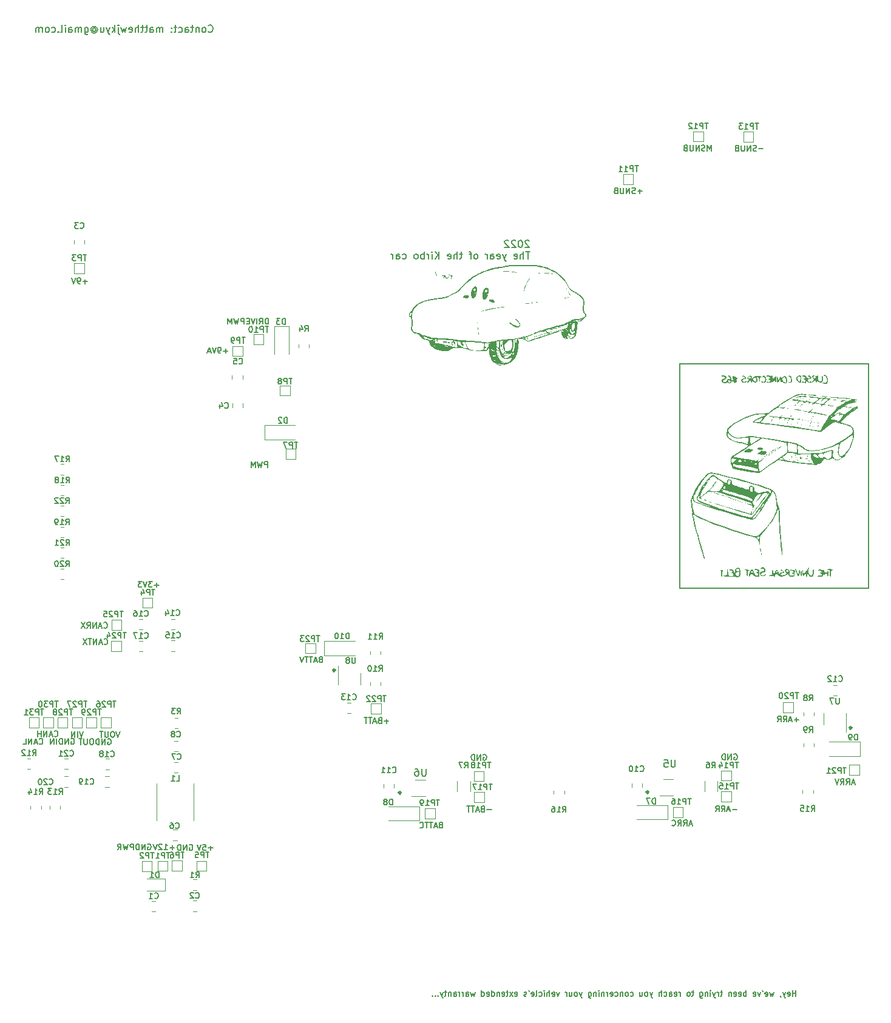
<source format=gbr>
%TF.GenerationSoftware,KiCad,Pcbnew,(6.0.1)*%
%TF.CreationDate,2022-03-05T17:58:01-06:00*%
%TF.ProjectId,MPPT,4d505054-2e6b-4696-9361-645f70636258,1.4.0*%
%TF.SameCoordinates,PX10b1ae8PY9b06478*%
%TF.FileFunction,Legend,Bot*%
%TF.FilePolarity,Positive*%
%FSLAX46Y46*%
G04 Gerber Fmt 4.6, Leading zero omitted, Abs format (unit mm)*
G04 Created by KiCad (PCBNEW (6.0.1)) date 2022-03-05 17:58:01*
%MOMM*%
%LPD*%
G01*
G04 APERTURE LIST*
%ADD10C,0.150000*%
%ADD11C,0.300000*%
%ADD12C,0.120000*%
G04 APERTURE END LIST*
D10*
X39639523Y-103947142D02*
X39030000Y-103947142D01*
X39334761Y-104251904D02*
X39334761Y-103642380D01*
X38725238Y-103451904D02*
X38230000Y-103451904D01*
X38496666Y-103756666D01*
X38382380Y-103756666D01*
X38306190Y-103794761D01*
X38268095Y-103832857D01*
X38230000Y-103909047D01*
X38230000Y-104099523D01*
X38268095Y-104175714D01*
X38306190Y-104213809D01*
X38382380Y-104251904D01*
X38610952Y-104251904D01*
X38687142Y-104213809D01*
X38725238Y-104175714D01*
X38001428Y-103451904D02*
X37734761Y-104251904D01*
X37468095Y-103451904D01*
X37277619Y-103451904D02*
X36782380Y-103451904D01*
X37049047Y-103756666D01*
X36934761Y-103756666D01*
X36858571Y-103794761D01*
X36820476Y-103832857D01*
X36782380Y-103909047D01*
X36782380Y-104099523D01*
X36820476Y-104175714D01*
X36858571Y-104213809D01*
X36934761Y-104251904D01*
X37163333Y-104251904D01*
X37239523Y-104213809D01*
X37277619Y-104175714D01*
X116695714Y-43341904D02*
X116695714Y-42541904D01*
X116429047Y-43113333D01*
X116162380Y-42541904D01*
X116162380Y-43341904D01*
X115819523Y-43303809D02*
X115705238Y-43341904D01*
X115514761Y-43341904D01*
X115438571Y-43303809D01*
X115400476Y-43265714D01*
X115362380Y-43189523D01*
X115362380Y-43113333D01*
X115400476Y-43037142D01*
X115438571Y-42999047D01*
X115514761Y-42960952D01*
X115667142Y-42922857D01*
X115743333Y-42884761D01*
X115781428Y-42846666D01*
X115819523Y-42770476D01*
X115819523Y-42694285D01*
X115781428Y-42618095D01*
X115743333Y-42580000D01*
X115667142Y-42541904D01*
X115476666Y-42541904D01*
X115362380Y-42580000D01*
X115019523Y-43341904D02*
X115019523Y-42541904D01*
X114562380Y-43341904D01*
X114562380Y-42541904D01*
X114181428Y-42541904D02*
X114181428Y-43189523D01*
X114143333Y-43265714D01*
X114105238Y-43303809D01*
X114029047Y-43341904D01*
X113876666Y-43341904D01*
X113800476Y-43303809D01*
X113762380Y-43265714D01*
X113724285Y-43189523D01*
X113724285Y-42541904D01*
X113076666Y-42922857D02*
X112962380Y-42960952D01*
X112924285Y-42999047D01*
X112886190Y-43075238D01*
X112886190Y-43189523D01*
X112924285Y-43265714D01*
X112962380Y-43303809D01*
X113038571Y-43341904D01*
X113343333Y-43341904D01*
X113343333Y-42541904D01*
X113076666Y-42541904D01*
X113000476Y-42580000D01*
X112962380Y-42618095D01*
X112924285Y-42694285D01*
X112924285Y-42770476D01*
X112962380Y-42846666D01*
X113000476Y-42884761D01*
X113076666Y-42922857D01*
X113343333Y-42922857D01*
X128892619Y-122772142D02*
X128283095Y-122772142D01*
X128587857Y-123076904D02*
X128587857Y-122467380D01*
X127940238Y-122848333D02*
X127559285Y-122848333D01*
X128016428Y-123076904D02*
X127749761Y-122276904D01*
X127483095Y-123076904D01*
X126759285Y-123076904D02*
X127025952Y-122695952D01*
X127216428Y-123076904D02*
X127216428Y-122276904D01*
X126911666Y-122276904D01*
X126835476Y-122315000D01*
X126797380Y-122353095D01*
X126759285Y-122429285D01*
X126759285Y-122543571D01*
X126797380Y-122619761D01*
X126835476Y-122657857D01*
X126911666Y-122695952D01*
X127216428Y-122695952D01*
X125959285Y-123076904D02*
X126225952Y-122695952D01*
X126416428Y-123076904D02*
X126416428Y-122276904D01*
X126111666Y-122276904D01*
X126035476Y-122315000D01*
X125997380Y-122353095D01*
X125959285Y-122429285D01*
X125959285Y-122543571D01*
X125997380Y-122619761D01*
X126035476Y-122657857D01*
X126111666Y-122695952D01*
X126416428Y-122695952D01*
X123953809Y-43057142D02*
X123344285Y-43057142D01*
X123001428Y-43323809D02*
X122887142Y-43361904D01*
X122696666Y-43361904D01*
X122620476Y-43323809D01*
X122582380Y-43285714D01*
X122544285Y-43209523D01*
X122544285Y-43133333D01*
X122582380Y-43057142D01*
X122620476Y-43019047D01*
X122696666Y-42980952D01*
X122849047Y-42942857D01*
X122925238Y-42904761D01*
X122963333Y-42866666D01*
X123001428Y-42790476D01*
X123001428Y-42714285D01*
X122963333Y-42638095D01*
X122925238Y-42600000D01*
X122849047Y-42561904D01*
X122658571Y-42561904D01*
X122544285Y-42600000D01*
X122201428Y-43361904D02*
X122201428Y-42561904D01*
X121744285Y-43361904D01*
X121744285Y-42561904D01*
X121363333Y-42561904D02*
X121363333Y-43209523D01*
X121325238Y-43285714D01*
X121287142Y-43323809D01*
X121210952Y-43361904D01*
X121058571Y-43361904D01*
X120982380Y-43323809D01*
X120944285Y-43285714D01*
X120906190Y-43209523D01*
X120906190Y-42561904D01*
X120258571Y-42942857D02*
X120144285Y-42980952D01*
X120106190Y-43019047D01*
X120068095Y-43095238D01*
X120068095Y-43209523D01*
X120106190Y-43285714D01*
X120144285Y-43323809D01*
X120220476Y-43361904D01*
X120525238Y-43361904D01*
X120525238Y-42561904D01*
X120258571Y-42561904D01*
X120182380Y-42600000D01*
X120144285Y-42638095D01*
X120106190Y-42714285D01*
X120106190Y-42790476D01*
X120144285Y-42866666D01*
X120182380Y-42904761D01*
X120258571Y-42942857D01*
X120525238Y-42942857D01*
X32015000Y-112185714D02*
X32053095Y-112223809D01*
X32167380Y-112261904D01*
X32243571Y-112261904D01*
X32357857Y-112223809D01*
X32434047Y-112147619D01*
X32472142Y-112071428D01*
X32510238Y-111919047D01*
X32510238Y-111804761D01*
X32472142Y-111652380D01*
X32434047Y-111576190D01*
X32357857Y-111500000D01*
X32243571Y-111461904D01*
X32167380Y-111461904D01*
X32053095Y-111500000D01*
X32015000Y-111538095D01*
X31710238Y-112033333D02*
X31329285Y-112033333D01*
X31786428Y-112261904D02*
X31519761Y-111461904D01*
X31253095Y-112261904D01*
X30986428Y-112261904D02*
X30986428Y-111461904D01*
X30529285Y-112261904D01*
X30529285Y-111461904D01*
X30262619Y-111461904D02*
X29805476Y-111461904D01*
X30034047Y-112261904D02*
X30034047Y-111461904D01*
X29615000Y-111461904D02*
X29081666Y-112261904D01*
X29081666Y-111461904D02*
X29615000Y-112261904D01*
X54919047Y-67531904D02*
X54919047Y-66731904D01*
X54728571Y-66731904D01*
X54614285Y-66770000D01*
X54538095Y-66846190D01*
X54500000Y-66922380D01*
X54461904Y-67074761D01*
X54461904Y-67189047D01*
X54500000Y-67341428D01*
X54538095Y-67417619D01*
X54614285Y-67493809D01*
X54728571Y-67531904D01*
X54919047Y-67531904D01*
X53661904Y-67531904D02*
X53928571Y-67150952D01*
X54119047Y-67531904D02*
X54119047Y-66731904D01*
X53814285Y-66731904D01*
X53738095Y-66770000D01*
X53700000Y-66808095D01*
X53661904Y-66884285D01*
X53661904Y-66998571D01*
X53700000Y-67074761D01*
X53738095Y-67112857D01*
X53814285Y-67150952D01*
X54119047Y-67150952D01*
X53319047Y-67531904D02*
X53319047Y-66731904D01*
X53052380Y-66731904D02*
X52785714Y-67531904D01*
X52519047Y-66731904D01*
X52252380Y-67112857D02*
X51985714Y-67112857D01*
X51871428Y-67531904D02*
X52252380Y-67531904D01*
X52252380Y-66731904D01*
X51871428Y-66731904D01*
X51528571Y-67531904D02*
X51528571Y-66731904D01*
X51223809Y-66731904D01*
X51147619Y-66770000D01*
X51109523Y-66808095D01*
X51071428Y-66884285D01*
X51071428Y-66998571D01*
X51109523Y-67074761D01*
X51147619Y-67112857D01*
X51223809Y-67150952D01*
X51528571Y-67150952D01*
X50804761Y-66731904D02*
X50614285Y-67531904D01*
X50461904Y-66960476D01*
X50309523Y-67531904D01*
X50119047Y-66731904D01*
X49814285Y-67531904D02*
X49814285Y-66731904D01*
X49547619Y-67303333D01*
X49280952Y-66731904D01*
X49280952Y-67531904D01*
X107068809Y-48982142D02*
X106459285Y-48982142D01*
X106764047Y-49286904D02*
X106764047Y-48677380D01*
X106116428Y-49248809D02*
X106002142Y-49286904D01*
X105811666Y-49286904D01*
X105735476Y-49248809D01*
X105697380Y-49210714D01*
X105659285Y-49134523D01*
X105659285Y-49058333D01*
X105697380Y-48982142D01*
X105735476Y-48944047D01*
X105811666Y-48905952D01*
X105964047Y-48867857D01*
X106040238Y-48829761D01*
X106078333Y-48791666D01*
X106116428Y-48715476D01*
X106116428Y-48639285D01*
X106078333Y-48563095D01*
X106040238Y-48525000D01*
X105964047Y-48486904D01*
X105773571Y-48486904D01*
X105659285Y-48525000D01*
X105316428Y-49286904D02*
X105316428Y-48486904D01*
X104859285Y-49286904D01*
X104859285Y-48486904D01*
X104478333Y-48486904D02*
X104478333Y-49134523D01*
X104440238Y-49210714D01*
X104402142Y-49248809D01*
X104325952Y-49286904D01*
X104173571Y-49286904D01*
X104097380Y-49248809D01*
X104059285Y-49210714D01*
X104021190Y-49134523D01*
X104021190Y-48486904D01*
X103373571Y-48867857D02*
X103259285Y-48905952D01*
X103221190Y-48944047D01*
X103183095Y-49020238D01*
X103183095Y-49134523D01*
X103221190Y-49210714D01*
X103259285Y-49248809D01*
X103335476Y-49286904D01*
X103640238Y-49286904D01*
X103640238Y-48486904D01*
X103373571Y-48486904D01*
X103297380Y-48525000D01*
X103259285Y-48563095D01*
X103221190Y-48639285D01*
X103221190Y-48715476D01*
X103259285Y-48791666D01*
X103297380Y-48829761D01*
X103373571Y-48867857D01*
X103640238Y-48867857D01*
X54808809Y-87526904D02*
X54808809Y-86726904D01*
X54504047Y-86726904D01*
X54427857Y-86765000D01*
X54389761Y-86803095D01*
X54351666Y-86879285D01*
X54351666Y-86993571D01*
X54389761Y-87069761D01*
X54427857Y-87107857D01*
X54504047Y-87145952D01*
X54808809Y-87145952D01*
X54085000Y-86726904D02*
X53894523Y-87526904D01*
X53742142Y-86955476D01*
X53589761Y-87526904D01*
X53399285Y-86726904D01*
X53094523Y-87526904D02*
X53094523Y-86726904D01*
X52827857Y-87298333D01*
X52561190Y-86726904D01*
X52561190Y-87526904D01*
D11*
X136140000Y-123766428D02*
X135997142Y-123909285D01*
X136140000Y-124052142D01*
X136282857Y-123909285D01*
X136140000Y-123766428D01*
X136140000Y-124052142D01*
D10*
X49261428Y-71292142D02*
X48651904Y-71292142D01*
X48956666Y-71596904D02*
X48956666Y-70987380D01*
X48232857Y-71596904D02*
X48080476Y-71596904D01*
X48004285Y-71558809D01*
X47966190Y-71520714D01*
X47890000Y-71406428D01*
X47851904Y-71254047D01*
X47851904Y-70949285D01*
X47890000Y-70873095D01*
X47928095Y-70835000D01*
X48004285Y-70796904D01*
X48156666Y-70796904D01*
X48232857Y-70835000D01*
X48270952Y-70873095D01*
X48309047Y-70949285D01*
X48309047Y-71139761D01*
X48270952Y-71215952D01*
X48232857Y-71254047D01*
X48156666Y-71292142D01*
X48004285Y-71292142D01*
X47928095Y-71254047D01*
X47890000Y-71215952D01*
X47851904Y-71139761D01*
X47623333Y-70796904D02*
X47356666Y-71596904D01*
X47090000Y-70796904D01*
X46861428Y-71368333D02*
X46480476Y-71368333D01*
X46937619Y-71596904D02*
X46670952Y-70796904D01*
X46404285Y-71596904D01*
D11*
X73260000Y-132826428D02*
X73117142Y-132969285D01*
X73260000Y-133112142D01*
X73402857Y-132969285D01*
X73260000Y-132826428D01*
X73260000Y-133112142D01*
D10*
X31960238Y-109910714D02*
X31998333Y-109948809D01*
X32112619Y-109986904D01*
X32188809Y-109986904D01*
X32303095Y-109948809D01*
X32379285Y-109872619D01*
X32417380Y-109796428D01*
X32455476Y-109644047D01*
X32455476Y-109529761D01*
X32417380Y-109377380D01*
X32379285Y-109301190D01*
X32303095Y-109225000D01*
X32188809Y-109186904D01*
X32112619Y-109186904D01*
X31998333Y-109225000D01*
X31960238Y-109263095D01*
X31655476Y-109758333D02*
X31274523Y-109758333D01*
X31731666Y-109986904D02*
X31465000Y-109186904D01*
X31198333Y-109986904D01*
X30931666Y-109986904D02*
X30931666Y-109186904D01*
X30474523Y-109986904D01*
X30474523Y-109186904D01*
X29636428Y-109986904D02*
X29903095Y-109605952D01*
X30093571Y-109986904D02*
X30093571Y-109186904D01*
X29788809Y-109186904D01*
X29712619Y-109225000D01*
X29674523Y-109263095D01*
X29636428Y-109339285D01*
X29636428Y-109453571D01*
X29674523Y-109529761D01*
X29712619Y-109567857D01*
X29788809Y-109605952D01*
X30093571Y-109605952D01*
X29369761Y-109186904D02*
X28836428Y-109986904D01*
X28836428Y-109186904D02*
X29369761Y-109986904D01*
X119874523Y-127595000D02*
X119950714Y-127556904D01*
X120065000Y-127556904D01*
X120179285Y-127595000D01*
X120255476Y-127671190D01*
X120293571Y-127747380D01*
X120331666Y-127899761D01*
X120331666Y-128014047D01*
X120293571Y-128166428D01*
X120255476Y-128242619D01*
X120179285Y-128318809D01*
X120065000Y-128356904D01*
X119988809Y-128356904D01*
X119874523Y-128318809D01*
X119836428Y-128280714D01*
X119836428Y-128014047D01*
X119988809Y-128014047D01*
X119493571Y-128356904D02*
X119493571Y-127556904D01*
X119036428Y-128356904D01*
X119036428Y-127556904D01*
X118655476Y-128356904D02*
X118655476Y-127556904D01*
X118465000Y-127556904D01*
X118350714Y-127595000D01*
X118274523Y-127671190D01*
X118236428Y-127747380D01*
X118198333Y-127899761D01*
X118198333Y-128014047D01*
X118236428Y-128166428D01*
X118274523Y-128242619D01*
X118350714Y-128318809D01*
X118465000Y-128356904D01*
X118655476Y-128356904D01*
X27399047Y-125432500D02*
X27475238Y-125394404D01*
X27589523Y-125394404D01*
X27703809Y-125432500D01*
X27780000Y-125508690D01*
X27818095Y-125584880D01*
X27856190Y-125737261D01*
X27856190Y-125851547D01*
X27818095Y-126003928D01*
X27780000Y-126080119D01*
X27703809Y-126156309D01*
X27589523Y-126194404D01*
X27513333Y-126194404D01*
X27399047Y-126156309D01*
X27360952Y-126118214D01*
X27360952Y-125851547D01*
X27513333Y-125851547D01*
X27018095Y-126194404D02*
X27018095Y-125394404D01*
X26560952Y-126194404D01*
X26560952Y-125394404D01*
X26180000Y-126194404D02*
X26180000Y-125394404D01*
X25989523Y-125394404D01*
X25875238Y-125432500D01*
X25799047Y-125508690D01*
X25760952Y-125584880D01*
X25722857Y-125737261D01*
X25722857Y-125851547D01*
X25760952Y-126003928D01*
X25799047Y-126080119D01*
X25875238Y-126156309D01*
X25989523Y-126194404D01*
X26180000Y-126194404D01*
X25380000Y-126194404D02*
X25380000Y-125394404D01*
X24999047Y-126194404D02*
X24999047Y-125394404D01*
X24541904Y-126194404D01*
X24541904Y-125394404D01*
X46568095Y-26682142D02*
X46615714Y-26729761D01*
X46758571Y-26777380D01*
X46853809Y-26777380D01*
X46996666Y-26729761D01*
X47091904Y-26634523D01*
X47139523Y-26539285D01*
X47187142Y-26348809D01*
X47187142Y-26205952D01*
X47139523Y-26015476D01*
X47091904Y-25920238D01*
X46996666Y-25825000D01*
X46853809Y-25777380D01*
X46758571Y-25777380D01*
X46615714Y-25825000D01*
X46568095Y-25872619D01*
X45996666Y-26777380D02*
X46091904Y-26729761D01*
X46139523Y-26682142D01*
X46187142Y-26586904D01*
X46187142Y-26301190D01*
X46139523Y-26205952D01*
X46091904Y-26158333D01*
X45996666Y-26110714D01*
X45853809Y-26110714D01*
X45758571Y-26158333D01*
X45710952Y-26205952D01*
X45663333Y-26301190D01*
X45663333Y-26586904D01*
X45710952Y-26682142D01*
X45758571Y-26729761D01*
X45853809Y-26777380D01*
X45996666Y-26777380D01*
X45234761Y-26110714D02*
X45234761Y-26777380D01*
X45234761Y-26205952D02*
X45187142Y-26158333D01*
X45091904Y-26110714D01*
X44949047Y-26110714D01*
X44853809Y-26158333D01*
X44806190Y-26253571D01*
X44806190Y-26777380D01*
X44472857Y-26110714D02*
X44091904Y-26110714D01*
X44330000Y-25777380D02*
X44330000Y-26634523D01*
X44282380Y-26729761D01*
X44187142Y-26777380D01*
X44091904Y-26777380D01*
X43330000Y-26777380D02*
X43330000Y-26253571D01*
X43377619Y-26158333D01*
X43472857Y-26110714D01*
X43663333Y-26110714D01*
X43758571Y-26158333D01*
X43330000Y-26729761D02*
X43425238Y-26777380D01*
X43663333Y-26777380D01*
X43758571Y-26729761D01*
X43806190Y-26634523D01*
X43806190Y-26539285D01*
X43758571Y-26444047D01*
X43663333Y-26396428D01*
X43425238Y-26396428D01*
X43330000Y-26348809D01*
X42425238Y-26729761D02*
X42520476Y-26777380D01*
X42710952Y-26777380D01*
X42806190Y-26729761D01*
X42853809Y-26682142D01*
X42901428Y-26586904D01*
X42901428Y-26301190D01*
X42853809Y-26205952D01*
X42806190Y-26158333D01*
X42710952Y-26110714D01*
X42520476Y-26110714D01*
X42425238Y-26158333D01*
X42139523Y-26110714D02*
X41758571Y-26110714D01*
X41996666Y-25777380D02*
X41996666Y-26634523D01*
X41949047Y-26729761D01*
X41853809Y-26777380D01*
X41758571Y-26777380D01*
X41425238Y-26682142D02*
X41377619Y-26729761D01*
X41425238Y-26777380D01*
X41472857Y-26729761D01*
X41425238Y-26682142D01*
X41425238Y-26777380D01*
X41425238Y-26158333D02*
X41377619Y-26205952D01*
X41425238Y-26253571D01*
X41472857Y-26205952D01*
X41425238Y-26158333D01*
X41425238Y-26253571D01*
X40187142Y-26777380D02*
X40187142Y-26110714D01*
X40187142Y-26205952D02*
X40139523Y-26158333D01*
X40044285Y-26110714D01*
X39901428Y-26110714D01*
X39806190Y-26158333D01*
X39758571Y-26253571D01*
X39758571Y-26777380D01*
X39758571Y-26253571D02*
X39710952Y-26158333D01*
X39615714Y-26110714D01*
X39472857Y-26110714D01*
X39377619Y-26158333D01*
X39330000Y-26253571D01*
X39330000Y-26777380D01*
X38425238Y-26777380D02*
X38425238Y-26253571D01*
X38472857Y-26158333D01*
X38568095Y-26110714D01*
X38758571Y-26110714D01*
X38853809Y-26158333D01*
X38425238Y-26729761D02*
X38520476Y-26777380D01*
X38758571Y-26777380D01*
X38853809Y-26729761D01*
X38901428Y-26634523D01*
X38901428Y-26539285D01*
X38853809Y-26444047D01*
X38758571Y-26396428D01*
X38520476Y-26396428D01*
X38425238Y-26348809D01*
X38091904Y-26110714D02*
X37710952Y-26110714D01*
X37949047Y-25777380D02*
X37949047Y-26634523D01*
X37901428Y-26729761D01*
X37806190Y-26777380D01*
X37710952Y-26777380D01*
X37520476Y-26110714D02*
X37139523Y-26110714D01*
X37377619Y-25777380D02*
X37377619Y-26634523D01*
X37330000Y-26729761D01*
X37234761Y-26777380D01*
X37139523Y-26777380D01*
X36806190Y-26777380D02*
X36806190Y-25777380D01*
X36377619Y-26777380D02*
X36377619Y-26253571D01*
X36425238Y-26158333D01*
X36520476Y-26110714D01*
X36663333Y-26110714D01*
X36758571Y-26158333D01*
X36806190Y-26205952D01*
X35520476Y-26729761D02*
X35615714Y-26777380D01*
X35806190Y-26777380D01*
X35901428Y-26729761D01*
X35949047Y-26634523D01*
X35949047Y-26253571D01*
X35901428Y-26158333D01*
X35806190Y-26110714D01*
X35615714Y-26110714D01*
X35520476Y-26158333D01*
X35472857Y-26253571D01*
X35472857Y-26348809D01*
X35949047Y-26444047D01*
X35139523Y-26110714D02*
X34949047Y-26777380D01*
X34758571Y-26301190D01*
X34568095Y-26777380D01*
X34377619Y-26110714D01*
X33996666Y-26110714D02*
X33996666Y-26967857D01*
X34044285Y-27063095D01*
X34139523Y-27110714D01*
X34187142Y-27110714D01*
X33996666Y-25777380D02*
X34044285Y-25825000D01*
X33996666Y-25872619D01*
X33949047Y-25825000D01*
X33996666Y-25777380D01*
X33996666Y-25872619D01*
X33520476Y-26777380D02*
X33520476Y-25777380D01*
X33425238Y-26396428D02*
X33139523Y-26777380D01*
X33139523Y-26110714D02*
X33520476Y-26491666D01*
X32806190Y-26110714D02*
X32568095Y-26777380D01*
X32330000Y-26110714D02*
X32568095Y-26777380D01*
X32663333Y-27015476D01*
X32710952Y-27063095D01*
X32806190Y-27110714D01*
X31520476Y-26110714D02*
X31520476Y-26777380D01*
X31949047Y-26110714D02*
X31949047Y-26634523D01*
X31901428Y-26729761D01*
X31806190Y-26777380D01*
X31663333Y-26777380D01*
X31568095Y-26729761D01*
X31520476Y-26682142D01*
X30425238Y-26301190D02*
X30472857Y-26253571D01*
X30568095Y-26205952D01*
X30663333Y-26205952D01*
X30758571Y-26253571D01*
X30806190Y-26301190D01*
X30853809Y-26396428D01*
X30853809Y-26491666D01*
X30806190Y-26586904D01*
X30758571Y-26634523D01*
X30663333Y-26682142D01*
X30568095Y-26682142D01*
X30472857Y-26634523D01*
X30425238Y-26586904D01*
X30425238Y-26205952D02*
X30425238Y-26586904D01*
X30377619Y-26634523D01*
X30330000Y-26634523D01*
X30234761Y-26586904D01*
X30187142Y-26491666D01*
X30187142Y-26253571D01*
X30282380Y-26110714D01*
X30425238Y-26015476D01*
X30615714Y-25967857D01*
X30806190Y-26015476D01*
X30949047Y-26110714D01*
X31044285Y-26253571D01*
X31091904Y-26444047D01*
X31044285Y-26634523D01*
X30949047Y-26777380D01*
X30806190Y-26872619D01*
X30615714Y-26920238D01*
X30425238Y-26872619D01*
X30282380Y-26777380D01*
X29330000Y-26110714D02*
X29330000Y-26920238D01*
X29377619Y-27015476D01*
X29425238Y-27063095D01*
X29520476Y-27110714D01*
X29663333Y-27110714D01*
X29758571Y-27063095D01*
X29330000Y-26729761D02*
X29425238Y-26777380D01*
X29615714Y-26777380D01*
X29710952Y-26729761D01*
X29758571Y-26682142D01*
X29806190Y-26586904D01*
X29806190Y-26301190D01*
X29758571Y-26205952D01*
X29710952Y-26158333D01*
X29615714Y-26110714D01*
X29425238Y-26110714D01*
X29330000Y-26158333D01*
X28853809Y-26777380D02*
X28853809Y-26110714D01*
X28853809Y-26205952D02*
X28806190Y-26158333D01*
X28710952Y-26110714D01*
X28568095Y-26110714D01*
X28472857Y-26158333D01*
X28425238Y-26253571D01*
X28425238Y-26777380D01*
X28425238Y-26253571D02*
X28377619Y-26158333D01*
X28282380Y-26110714D01*
X28139523Y-26110714D01*
X28044285Y-26158333D01*
X27996666Y-26253571D01*
X27996666Y-26777380D01*
X27091904Y-26777380D02*
X27091904Y-26253571D01*
X27139523Y-26158333D01*
X27234761Y-26110714D01*
X27425238Y-26110714D01*
X27520476Y-26158333D01*
X27091904Y-26729761D02*
X27187142Y-26777380D01*
X27425238Y-26777380D01*
X27520476Y-26729761D01*
X27568095Y-26634523D01*
X27568095Y-26539285D01*
X27520476Y-26444047D01*
X27425238Y-26396428D01*
X27187142Y-26396428D01*
X27091904Y-26348809D01*
X26615714Y-26777380D02*
X26615714Y-26110714D01*
X26615714Y-25777380D02*
X26663333Y-25825000D01*
X26615714Y-25872619D01*
X26568095Y-25825000D01*
X26615714Y-25777380D01*
X26615714Y-25872619D01*
X25996666Y-26777380D02*
X26091904Y-26729761D01*
X26139523Y-26634523D01*
X26139523Y-25777380D01*
X25615714Y-26682142D02*
X25568095Y-26729761D01*
X25615714Y-26777380D01*
X25663333Y-26729761D01*
X25615714Y-26682142D01*
X25615714Y-26777380D01*
X24710952Y-26729761D02*
X24806190Y-26777380D01*
X24996666Y-26777380D01*
X25091904Y-26729761D01*
X25139523Y-26682142D01*
X25187142Y-26586904D01*
X25187142Y-26301190D01*
X25139523Y-26205952D01*
X25091904Y-26158333D01*
X24996666Y-26110714D01*
X24806190Y-26110714D01*
X24710952Y-26158333D01*
X24139523Y-26777380D02*
X24234761Y-26729761D01*
X24282380Y-26682142D01*
X24330000Y-26586904D01*
X24330000Y-26301190D01*
X24282380Y-26205952D01*
X24234761Y-26158333D01*
X24139523Y-26110714D01*
X23996666Y-26110714D01*
X23901428Y-26158333D01*
X23853809Y-26205952D01*
X23806190Y-26301190D01*
X23806190Y-26586904D01*
X23853809Y-26682142D01*
X23901428Y-26729761D01*
X23996666Y-26777380D01*
X24139523Y-26777380D01*
X23377619Y-26777380D02*
X23377619Y-26110714D01*
X23377619Y-26205952D02*
X23330000Y-26158333D01*
X23234761Y-26110714D01*
X23091904Y-26110714D01*
X22996666Y-26158333D01*
X22949047Y-26253571D01*
X22949047Y-26777380D01*
X22949047Y-26253571D02*
X22901428Y-26158333D01*
X22806190Y-26110714D01*
X22663333Y-26110714D01*
X22568095Y-26158333D01*
X22520476Y-26253571D01*
X22520476Y-26777380D01*
X136713333Y-131588333D02*
X136332380Y-131588333D01*
X136789523Y-131816904D02*
X136522857Y-131016904D01*
X136256190Y-131816904D01*
X135532380Y-131816904D02*
X135799047Y-131435952D01*
X135989523Y-131816904D02*
X135989523Y-131016904D01*
X135684761Y-131016904D01*
X135608571Y-131055000D01*
X135570476Y-131093095D01*
X135532380Y-131169285D01*
X135532380Y-131283571D01*
X135570476Y-131359761D01*
X135608571Y-131397857D01*
X135684761Y-131435952D01*
X135989523Y-131435952D01*
X134732380Y-131816904D02*
X134999047Y-131435952D01*
X135189523Y-131816904D02*
X135189523Y-131016904D01*
X134884761Y-131016904D01*
X134808571Y-131055000D01*
X134770476Y-131093095D01*
X134732380Y-131169285D01*
X134732380Y-131283571D01*
X134770476Y-131359761D01*
X134808571Y-131397857D01*
X134884761Y-131435952D01*
X135189523Y-131435952D01*
X134503809Y-131016904D02*
X134237142Y-131816904D01*
X133970476Y-131016904D01*
X38101666Y-140170000D02*
X38177857Y-140131904D01*
X38292142Y-140131904D01*
X38406428Y-140170000D01*
X38482619Y-140246190D01*
X38520714Y-140322380D01*
X38558809Y-140474761D01*
X38558809Y-140589047D01*
X38520714Y-140741428D01*
X38482619Y-140817619D01*
X38406428Y-140893809D01*
X38292142Y-140931904D01*
X38215952Y-140931904D01*
X38101666Y-140893809D01*
X38063571Y-140855714D01*
X38063571Y-140589047D01*
X38215952Y-140589047D01*
X37720714Y-140931904D02*
X37720714Y-140131904D01*
X37263571Y-140931904D01*
X37263571Y-140131904D01*
X36882619Y-140931904D02*
X36882619Y-140131904D01*
X36692142Y-140131904D01*
X36577857Y-140170000D01*
X36501666Y-140246190D01*
X36463571Y-140322380D01*
X36425476Y-140474761D01*
X36425476Y-140589047D01*
X36463571Y-140741428D01*
X36501666Y-140817619D01*
X36577857Y-140893809D01*
X36692142Y-140931904D01*
X36882619Y-140931904D01*
X36082619Y-140931904D02*
X36082619Y-140131904D01*
X35777857Y-140131904D01*
X35701666Y-140170000D01*
X35663571Y-140208095D01*
X35625476Y-140284285D01*
X35625476Y-140398571D01*
X35663571Y-140474761D01*
X35701666Y-140512857D01*
X35777857Y-140550952D01*
X36082619Y-140550952D01*
X35358809Y-140131904D02*
X35168333Y-140931904D01*
X35015952Y-140360476D01*
X34863571Y-140931904D01*
X34673095Y-140131904D01*
X33911190Y-140931904D02*
X34177857Y-140550952D01*
X34368333Y-140931904D02*
X34368333Y-140131904D01*
X34063571Y-140131904D01*
X33987380Y-140170000D01*
X33949285Y-140208095D01*
X33911190Y-140284285D01*
X33911190Y-140398571D01*
X33949285Y-140474761D01*
X33987380Y-140512857D01*
X34063571Y-140550952D01*
X34368333Y-140550952D01*
X62198095Y-114347857D02*
X62083809Y-114385952D01*
X62045714Y-114424047D01*
X62007619Y-114500238D01*
X62007619Y-114614523D01*
X62045714Y-114690714D01*
X62083809Y-114728809D01*
X62160000Y-114766904D01*
X62464761Y-114766904D01*
X62464761Y-113966904D01*
X62198095Y-113966904D01*
X62121904Y-114005000D01*
X62083809Y-114043095D01*
X62045714Y-114119285D01*
X62045714Y-114195476D01*
X62083809Y-114271666D01*
X62121904Y-114309761D01*
X62198095Y-114347857D01*
X62464761Y-114347857D01*
X61702857Y-114538333D02*
X61321904Y-114538333D01*
X61779047Y-114766904D02*
X61512380Y-113966904D01*
X61245714Y-114766904D01*
X61093333Y-113966904D02*
X60636190Y-113966904D01*
X60864761Y-114766904D02*
X60864761Y-113966904D01*
X60483809Y-113966904D02*
X60026666Y-113966904D01*
X60255238Y-114766904D02*
X60255238Y-113966904D01*
X59874285Y-113966904D02*
X59607619Y-114766904D01*
X59340952Y-113966904D01*
D11*
X64085000Y-115716428D02*
X63942142Y-115859285D01*
X64085000Y-116002142D01*
X64227857Y-115859285D01*
X64085000Y-115716428D01*
X64085000Y-116002142D01*
D10*
X34219523Y-124414404D02*
X33952857Y-125214404D01*
X33686190Y-124414404D01*
X33267142Y-124414404D02*
X33114761Y-124414404D01*
X33038571Y-124452500D01*
X32962380Y-124528690D01*
X32924285Y-124681071D01*
X32924285Y-124947738D01*
X32962380Y-125100119D01*
X33038571Y-125176309D01*
X33114761Y-125214404D01*
X33267142Y-125214404D01*
X33343333Y-125176309D01*
X33419523Y-125100119D01*
X33457619Y-124947738D01*
X33457619Y-124681071D01*
X33419523Y-124528690D01*
X33343333Y-124452500D01*
X33267142Y-124414404D01*
X32581428Y-124414404D02*
X32581428Y-125062023D01*
X32543333Y-125138214D01*
X32505238Y-125176309D01*
X32429047Y-125214404D01*
X32276666Y-125214404D01*
X32200476Y-125176309D01*
X32162380Y-125138214D01*
X32124285Y-125062023D01*
X32124285Y-124414404D01*
X31857619Y-124414404D02*
X31400476Y-124414404D01*
X31629047Y-125214404D02*
X31629047Y-124414404D01*
X47168571Y-140677142D02*
X46559047Y-140677142D01*
X46863809Y-140981904D02*
X46863809Y-140372380D01*
X45797142Y-140181904D02*
X46178095Y-140181904D01*
X46216190Y-140562857D01*
X46178095Y-140524761D01*
X46101904Y-140486666D01*
X45911428Y-140486666D01*
X45835238Y-140524761D01*
X45797142Y-140562857D01*
X45759047Y-140639047D01*
X45759047Y-140829523D01*
X45797142Y-140905714D01*
X45835238Y-140943809D01*
X45911428Y-140981904D01*
X46101904Y-140981904D01*
X46178095Y-140943809D01*
X46216190Y-140905714D01*
X45530476Y-140181904D02*
X45263809Y-140981904D01*
X44997142Y-140181904D01*
X29673571Y-61582142D02*
X29064047Y-61582142D01*
X29368809Y-61886904D02*
X29368809Y-61277380D01*
X28645000Y-61886904D02*
X28492619Y-61886904D01*
X28416428Y-61848809D01*
X28378333Y-61810714D01*
X28302142Y-61696428D01*
X28264047Y-61544047D01*
X28264047Y-61239285D01*
X28302142Y-61163095D01*
X28340238Y-61125000D01*
X28416428Y-61086904D01*
X28568809Y-61086904D01*
X28645000Y-61125000D01*
X28683095Y-61163095D01*
X28721190Y-61239285D01*
X28721190Y-61429761D01*
X28683095Y-61505952D01*
X28645000Y-61544047D01*
X28568809Y-61582142D01*
X28416428Y-61582142D01*
X28340238Y-61544047D01*
X28302142Y-61505952D01*
X28264047Y-61429761D01*
X28035476Y-61086904D02*
X27768809Y-61886904D01*
X27502142Y-61086904D01*
X41799523Y-140607142D02*
X41190000Y-140607142D01*
X41494761Y-140911904D02*
X41494761Y-140302380D01*
X40390000Y-140911904D02*
X40847142Y-140911904D01*
X40618571Y-140911904D02*
X40618571Y-140111904D01*
X40694761Y-140226190D01*
X40770952Y-140302380D01*
X40847142Y-140340476D01*
X40085238Y-140188095D02*
X40047142Y-140150000D01*
X39970952Y-140111904D01*
X39780476Y-140111904D01*
X39704285Y-140150000D01*
X39666190Y-140188095D01*
X39628095Y-140264285D01*
X39628095Y-140340476D01*
X39666190Y-140454761D01*
X40123333Y-140911904D01*
X39628095Y-140911904D01*
X39399523Y-140111904D02*
X39132857Y-140911904D01*
X38866190Y-140111904D01*
X91312023Y-55907619D02*
X91264404Y-55860000D01*
X91169166Y-55812380D01*
X90931071Y-55812380D01*
X90835833Y-55860000D01*
X90788214Y-55907619D01*
X90740595Y-56002857D01*
X90740595Y-56098095D01*
X90788214Y-56240952D01*
X91359642Y-56812380D01*
X90740595Y-56812380D01*
X90121547Y-55812380D02*
X90026309Y-55812380D01*
X89931071Y-55860000D01*
X89883452Y-55907619D01*
X89835833Y-56002857D01*
X89788214Y-56193333D01*
X89788214Y-56431428D01*
X89835833Y-56621904D01*
X89883452Y-56717142D01*
X89931071Y-56764761D01*
X90026309Y-56812380D01*
X90121547Y-56812380D01*
X90216785Y-56764761D01*
X90264404Y-56717142D01*
X90312023Y-56621904D01*
X90359642Y-56431428D01*
X90359642Y-56193333D01*
X90312023Y-56002857D01*
X90264404Y-55907619D01*
X90216785Y-55860000D01*
X90121547Y-55812380D01*
X89407261Y-55907619D02*
X89359642Y-55860000D01*
X89264404Y-55812380D01*
X89026309Y-55812380D01*
X88931071Y-55860000D01*
X88883452Y-55907619D01*
X88835833Y-56002857D01*
X88835833Y-56098095D01*
X88883452Y-56240952D01*
X89454880Y-56812380D01*
X88835833Y-56812380D01*
X88454880Y-55907619D02*
X88407261Y-55860000D01*
X88312023Y-55812380D01*
X88073928Y-55812380D01*
X87978690Y-55860000D01*
X87931071Y-55907619D01*
X87883452Y-56002857D01*
X87883452Y-56098095D01*
X87931071Y-56240952D01*
X88502500Y-56812380D01*
X87883452Y-56812380D01*
X91407261Y-57422380D02*
X90835833Y-57422380D01*
X91121547Y-58422380D02*
X91121547Y-57422380D01*
X90502500Y-58422380D02*
X90502500Y-57422380D01*
X90073928Y-58422380D02*
X90073928Y-57898571D01*
X90121547Y-57803333D01*
X90216785Y-57755714D01*
X90359642Y-57755714D01*
X90454880Y-57803333D01*
X90502500Y-57850952D01*
X89216785Y-58374761D02*
X89312023Y-58422380D01*
X89502500Y-58422380D01*
X89597738Y-58374761D01*
X89645357Y-58279523D01*
X89645357Y-57898571D01*
X89597738Y-57803333D01*
X89502500Y-57755714D01*
X89312023Y-57755714D01*
X89216785Y-57803333D01*
X89169166Y-57898571D01*
X89169166Y-57993809D01*
X89645357Y-58089047D01*
X88073928Y-57755714D02*
X87835833Y-58422380D01*
X87597738Y-57755714D02*
X87835833Y-58422380D01*
X87931071Y-58660476D01*
X87978690Y-58708095D01*
X88073928Y-58755714D01*
X86835833Y-58374761D02*
X86931071Y-58422380D01*
X87121547Y-58422380D01*
X87216785Y-58374761D01*
X87264404Y-58279523D01*
X87264404Y-57898571D01*
X87216785Y-57803333D01*
X87121547Y-57755714D01*
X86931071Y-57755714D01*
X86835833Y-57803333D01*
X86788214Y-57898571D01*
X86788214Y-57993809D01*
X87264404Y-58089047D01*
X85931071Y-58422380D02*
X85931071Y-57898571D01*
X85978690Y-57803333D01*
X86073928Y-57755714D01*
X86264404Y-57755714D01*
X86359642Y-57803333D01*
X85931071Y-58374761D02*
X86026309Y-58422380D01*
X86264404Y-58422380D01*
X86359642Y-58374761D01*
X86407261Y-58279523D01*
X86407261Y-58184285D01*
X86359642Y-58089047D01*
X86264404Y-58041428D01*
X86026309Y-58041428D01*
X85931071Y-57993809D01*
X85454880Y-58422380D02*
X85454880Y-57755714D01*
X85454880Y-57946190D02*
X85407261Y-57850952D01*
X85359642Y-57803333D01*
X85264404Y-57755714D01*
X85169166Y-57755714D01*
X83931071Y-58422380D02*
X84026309Y-58374761D01*
X84073928Y-58327142D01*
X84121547Y-58231904D01*
X84121547Y-57946190D01*
X84073928Y-57850952D01*
X84026309Y-57803333D01*
X83931071Y-57755714D01*
X83788214Y-57755714D01*
X83692976Y-57803333D01*
X83645357Y-57850952D01*
X83597738Y-57946190D01*
X83597738Y-58231904D01*
X83645357Y-58327142D01*
X83692976Y-58374761D01*
X83788214Y-58422380D01*
X83931071Y-58422380D01*
X83312023Y-57755714D02*
X82931071Y-57755714D01*
X83169166Y-58422380D02*
X83169166Y-57565238D01*
X83121547Y-57470000D01*
X83026309Y-57422380D01*
X82931071Y-57422380D01*
X81978690Y-57755714D02*
X81597738Y-57755714D01*
X81835833Y-57422380D02*
X81835833Y-58279523D01*
X81788214Y-58374761D01*
X81692976Y-58422380D01*
X81597738Y-58422380D01*
X81264404Y-58422380D02*
X81264404Y-57422380D01*
X80835833Y-58422380D02*
X80835833Y-57898571D01*
X80883452Y-57803333D01*
X80978690Y-57755714D01*
X81121547Y-57755714D01*
X81216785Y-57803333D01*
X81264404Y-57850952D01*
X79978690Y-58374761D02*
X80073928Y-58422380D01*
X80264404Y-58422380D01*
X80359642Y-58374761D01*
X80407261Y-58279523D01*
X80407261Y-57898571D01*
X80359642Y-57803333D01*
X80264404Y-57755714D01*
X80073928Y-57755714D01*
X79978690Y-57803333D01*
X79931071Y-57898571D01*
X79931071Y-57993809D01*
X80407261Y-58089047D01*
X78740595Y-58422380D02*
X78740595Y-57422380D01*
X78169166Y-58422380D02*
X78597738Y-57850952D01*
X78169166Y-57422380D02*
X78740595Y-57993809D01*
X77740595Y-58422380D02*
X77740595Y-57755714D01*
X77740595Y-57422380D02*
X77788214Y-57470000D01*
X77740595Y-57517619D01*
X77692976Y-57470000D01*
X77740595Y-57422380D01*
X77740595Y-57517619D01*
X77264404Y-58422380D02*
X77264404Y-57755714D01*
X77264404Y-57946190D02*
X77216785Y-57850952D01*
X77169166Y-57803333D01*
X77073928Y-57755714D01*
X76978690Y-57755714D01*
X76645357Y-58422380D02*
X76645357Y-57422380D01*
X76645357Y-57803333D02*
X76550119Y-57755714D01*
X76359642Y-57755714D01*
X76264404Y-57803333D01*
X76216785Y-57850952D01*
X76169166Y-57946190D01*
X76169166Y-58231904D01*
X76216785Y-58327142D01*
X76264404Y-58374761D01*
X76359642Y-58422380D01*
X76550119Y-58422380D01*
X76645357Y-58374761D01*
X75597738Y-58422380D02*
X75692976Y-58374761D01*
X75740595Y-58327142D01*
X75788214Y-58231904D01*
X75788214Y-57946190D01*
X75740595Y-57850952D01*
X75692976Y-57803333D01*
X75597738Y-57755714D01*
X75454880Y-57755714D01*
X75359642Y-57803333D01*
X75312023Y-57850952D01*
X75264404Y-57946190D01*
X75264404Y-58231904D01*
X75312023Y-58327142D01*
X75359642Y-58374761D01*
X75454880Y-58422380D01*
X75597738Y-58422380D01*
X73645357Y-58374761D02*
X73740595Y-58422380D01*
X73931071Y-58422380D01*
X74026309Y-58374761D01*
X74073928Y-58327142D01*
X74121547Y-58231904D01*
X74121547Y-57946190D01*
X74073928Y-57850952D01*
X74026309Y-57803333D01*
X73931071Y-57755714D01*
X73740595Y-57755714D01*
X73645357Y-57803333D01*
X72788214Y-58422380D02*
X72788214Y-57898571D01*
X72835833Y-57803333D01*
X72931071Y-57755714D01*
X73121547Y-57755714D01*
X73216785Y-57803333D01*
X72788214Y-58374761D02*
X72883452Y-58422380D01*
X73121547Y-58422380D01*
X73216785Y-58374761D01*
X73264404Y-58279523D01*
X73264404Y-58184285D01*
X73216785Y-58089047D01*
X73121547Y-58041428D01*
X72883452Y-58041428D01*
X72788214Y-57993809D01*
X72312023Y-58422380D02*
X72312023Y-57755714D01*
X72312023Y-57946190D02*
X72264404Y-57850952D01*
X72216785Y-57803333D01*
X72121547Y-57755714D01*
X72026309Y-57755714D01*
D11*
X107800000Y-132731428D02*
X107657142Y-132874285D01*
X107800000Y-133017142D01*
X107942857Y-132874285D01*
X107800000Y-132731428D01*
X107800000Y-133017142D01*
D10*
X128513333Y-161371904D02*
X128513333Y-160571904D01*
X128513333Y-160952857D02*
X128056190Y-160952857D01*
X128056190Y-161371904D02*
X128056190Y-160571904D01*
X127370476Y-161333809D02*
X127446666Y-161371904D01*
X127599047Y-161371904D01*
X127675238Y-161333809D01*
X127713333Y-161257619D01*
X127713333Y-160952857D01*
X127675238Y-160876666D01*
X127599047Y-160838571D01*
X127446666Y-160838571D01*
X127370476Y-160876666D01*
X127332380Y-160952857D01*
X127332380Y-161029047D01*
X127713333Y-161105238D01*
X127065714Y-160838571D02*
X126875238Y-161371904D01*
X126684761Y-160838571D02*
X126875238Y-161371904D01*
X126951428Y-161562380D01*
X126989523Y-161600476D01*
X127065714Y-161638571D01*
X126341904Y-161333809D02*
X126341904Y-161371904D01*
X126380000Y-161448095D01*
X126418095Y-161486190D01*
X125465714Y-160838571D02*
X125313333Y-161371904D01*
X125160952Y-160990952D01*
X125008571Y-161371904D01*
X124856190Y-160838571D01*
X124246666Y-161333809D02*
X124322857Y-161371904D01*
X124475238Y-161371904D01*
X124551428Y-161333809D01*
X124589523Y-161257619D01*
X124589523Y-160952857D01*
X124551428Y-160876666D01*
X124475238Y-160838571D01*
X124322857Y-160838571D01*
X124246666Y-160876666D01*
X124208571Y-160952857D01*
X124208571Y-161029047D01*
X124589523Y-161105238D01*
X123827619Y-160571904D02*
X123903809Y-160724285D01*
X123560952Y-160838571D02*
X123370476Y-161371904D01*
X123180000Y-160838571D01*
X122570476Y-161333809D02*
X122646666Y-161371904D01*
X122799047Y-161371904D01*
X122875238Y-161333809D01*
X122913333Y-161257619D01*
X122913333Y-160952857D01*
X122875238Y-160876666D01*
X122799047Y-160838571D01*
X122646666Y-160838571D01*
X122570476Y-160876666D01*
X122532380Y-160952857D01*
X122532380Y-161029047D01*
X122913333Y-161105238D01*
X121580000Y-161371904D02*
X121580000Y-160571904D01*
X121580000Y-160876666D02*
X121503809Y-160838571D01*
X121351428Y-160838571D01*
X121275238Y-160876666D01*
X121237142Y-160914761D01*
X121199047Y-160990952D01*
X121199047Y-161219523D01*
X121237142Y-161295714D01*
X121275238Y-161333809D01*
X121351428Y-161371904D01*
X121503809Y-161371904D01*
X121580000Y-161333809D01*
X120551428Y-161333809D02*
X120627619Y-161371904D01*
X120780000Y-161371904D01*
X120856190Y-161333809D01*
X120894285Y-161257619D01*
X120894285Y-160952857D01*
X120856190Y-160876666D01*
X120780000Y-160838571D01*
X120627619Y-160838571D01*
X120551428Y-160876666D01*
X120513333Y-160952857D01*
X120513333Y-161029047D01*
X120894285Y-161105238D01*
X119865714Y-161333809D02*
X119941904Y-161371904D01*
X120094285Y-161371904D01*
X120170476Y-161333809D01*
X120208571Y-161257619D01*
X120208571Y-160952857D01*
X120170476Y-160876666D01*
X120094285Y-160838571D01*
X119941904Y-160838571D01*
X119865714Y-160876666D01*
X119827619Y-160952857D01*
X119827619Y-161029047D01*
X120208571Y-161105238D01*
X119484761Y-160838571D02*
X119484761Y-161371904D01*
X119484761Y-160914761D02*
X119446666Y-160876666D01*
X119370476Y-160838571D01*
X119256190Y-160838571D01*
X119180000Y-160876666D01*
X119141904Y-160952857D01*
X119141904Y-161371904D01*
X118265714Y-160838571D02*
X117960952Y-160838571D01*
X118151428Y-160571904D02*
X118151428Y-161257619D01*
X118113333Y-161333809D01*
X118037142Y-161371904D01*
X117960952Y-161371904D01*
X117694285Y-161371904D02*
X117694285Y-160838571D01*
X117694285Y-160990952D02*
X117656190Y-160914761D01*
X117618095Y-160876666D01*
X117541904Y-160838571D01*
X117465714Y-160838571D01*
X117275238Y-160838571D02*
X117084761Y-161371904D01*
X116894285Y-160838571D02*
X117084761Y-161371904D01*
X117160952Y-161562380D01*
X117199047Y-161600476D01*
X117275238Y-161638571D01*
X116589523Y-161371904D02*
X116589523Y-160838571D01*
X116589523Y-160571904D02*
X116627619Y-160610000D01*
X116589523Y-160648095D01*
X116551428Y-160610000D01*
X116589523Y-160571904D01*
X116589523Y-160648095D01*
X116208571Y-160838571D02*
X116208571Y-161371904D01*
X116208571Y-160914761D02*
X116170476Y-160876666D01*
X116094285Y-160838571D01*
X115980000Y-160838571D01*
X115903809Y-160876666D01*
X115865714Y-160952857D01*
X115865714Y-161371904D01*
X115141904Y-160838571D02*
X115141904Y-161486190D01*
X115180000Y-161562380D01*
X115218095Y-161600476D01*
X115294285Y-161638571D01*
X115408571Y-161638571D01*
X115484761Y-161600476D01*
X115141904Y-161333809D02*
X115218095Y-161371904D01*
X115370476Y-161371904D01*
X115446666Y-161333809D01*
X115484761Y-161295714D01*
X115522857Y-161219523D01*
X115522857Y-160990952D01*
X115484761Y-160914761D01*
X115446666Y-160876666D01*
X115370476Y-160838571D01*
X115218095Y-160838571D01*
X115141904Y-160876666D01*
X114265714Y-160838571D02*
X113960952Y-160838571D01*
X114151428Y-160571904D02*
X114151428Y-161257619D01*
X114113333Y-161333809D01*
X114037142Y-161371904D01*
X113960952Y-161371904D01*
X113580000Y-161371904D02*
X113656190Y-161333809D01*
X113694285Y-161295714D01*
X113732380Y-161219523D01*
X113732380Y-160990952D01*
X113694285Y-160914761D01*
X113656190Y-160876666D01*
X113580000Y-160838571D01*
X113465714Y-160838571D01*
X113389523Y-160876666D01*
X113351428Y-160914761D01*
X113313333Y-160990952D01*
X113313333Y-161219523D01*
X113351428Y-161295714D01*
X113389523Y-161333809D01*
X113465714Y-161371904D01*
X113580000Y-161371904D01*
X112360952Y-161371904D02*
X112360952Y-160838571D01*
X112360952Y-160990952D02*
X112322857Y-160914761D01*
X112284761Y-160876666D01*
X112208571Y-160838571D01*
X112132380Y-160838571D01*
X111560952Y-161333809D02*
X111637142Y-161371904D01*
X111789523Y-161371904D01*
X111865714Y-161333809D01*
X111903809Y-161257619D01*
X111903809Y-160952857D01*
X111865714Y-160876666D01*
X111789523Y-160838571D01*
X111637142Y-160838571D01*
X111560952Y-160876666D01*
X111522857Y-160952857D01*
X111522857Y-161029047D01*
X111903809Y-161105238D01*
X110837142Y-161371904D02*
X110837142Y-160952857D01*
X110875238Y-160876666D01*
X110951428Y-160838571D01*
X111103809Y-160838571D01*
X111180000Y-160876666D01*
X110837142Y-161333809D02*
X110913333Y-161371904D01*
X111103809Y-161371904D01*
X111180000Y-161333809D01*
X111218095Y-161257619D01*
X111218095Y-161181428D01*
X111180000Y-161105238D01*
X111103809Y-161067142D01*
X110913333Y-161067142D01*
X110837142Y-161029047D01*
X110113333Y-161333809D02*
X110189523Y-161371904D01*
X110341904Y-161371904D01*
X110418095Y-161333809D01*
X110456190Y-161295714D01*
X110494285Y-161219523D01*
X110494285Y-160990952D01*
X110456190Y-160914761D01*
X110418095Y-160876666D01*
X110341904Y-160838571D01*
X110189523Y-160838571D01*
X110113333Y-160876666D01*
X109770476Y-161371904D02*
X109770476Y-160571904D01*
X109427619Y-161371904D02*
X109427619Y-160952857D01*
X109465714Y-160876666D01*
X109541904Y-160838571D01*
X109656190Y-160838571D01*
X109732380Y-160876666D01*
X109770476Y-160914761D01*
X108513333Y-160838571D02*
X108322857Y-161371904D01*
X108132380Y-160838571D02*
X108322857Y-161371904D01*
X108399047Y-161562380D01*
X108437142Y-161600476D01*
X108513333Y-161638571D01*
X107713333Y-161371904D02*
X107789523Y-161333809D01*
X107827619Y-161295714D01*
X107865714Y-161219523D01*
X107865714Y-160990952D01*
X107827619Y-160914761D01*
X107789523Y-160876666D01*
X107713333Y-160838571D01*
X107599047Y-160838571D01*
X107522857Y-160876666D01*
X107484761Y-160914761D01*
X107446666Y-160990952D01*
X107446666Y-161219523D01*
X107484761Y-161295714D01*
X107522857Y-161333809D01*
X107599047Y-161371904D01*
X107713333Y-161371904D01*
X106760952Y-160838571D02*
X106760952Y-161371904D01*
X107103809Y-160838571D02*
X107103809Y-161257619D01*
X107065714Y-161333809D01*
X106989523Y-161371904D01*
X106875238Y-161371904D01*
X106799047Y-161333809D01*
X106760952Y-161295714D01*
X105427619Y-161333809D02*
X105503809Y-161371904D01*
X105656190Y-161371904D01*
X105732380Y-161333809D01*
X105770476Y-161295714D01*
X105808571Y-161219523D01*
X105808571Y-160990952D01*
X105770476Y-160914761D01*
X105732380Y-160876666D01*
X105656190Y-160838571D01*
X105503809Y-160838571D01*
X105427619Y-160876666D01*
X104970476Y-161371904D02*
X105046666Y-161333809D01*
X105084761Y-161295714D01*
X105122857Y-161219523D01*
X105122857Y-160990952D01*
X105084761Y-160914761D01*
X105046666Y-160876666D01*
X104970476Y-160838571D01*
X104856190Y-160838571D01*
X104780000Y-160876666D01*
X104741904Y-160914761D01*
X104703809Y-160990952D01*
X104703809Y-161219523D01*
X104741904Y-161295714D01*
X104780000Y-161333809D01*
X104856190Y-161371904D01*
X104970476Y-161371904D01*
X104360952Y-160838571D02*
X104360952Y-161371904D01*
X104360952Y-160914761D02*
X104322857Y-160876666D01*
X104246666Y-160838571D01*
X104132380Y-160838571D01*
X104056190Y-160876666D01*
X104018095Y-160952857D01*
X104018095Y-161371904D01*
X103294285Y-161333809D02*
X103370476Y-161371904D01*
X103522857Y-161371904D01*
X103599047Y-161333809D01*
X103637142Y-161295714D01*
X103675238Y-161219523D01*
X103675238Y-160990952D01*
X103637142Y-160914761D01*
X103599047Y-160876666D01*
X103522857Y-160838571D01*
X103370476Y-160838571D01*
X103294285Y-160876666D01*
X102646666Y-161333809D02*
X102722857Y-161371904D01*
X102875238Y-161371904D01*
X102951428Y-161333809D01*
X102989523Y-161257619D01*
X102989523Y-160952857D01*
X102951428Y-160876666D01*
X102875238Y-160838571D01*
X102722857Y-160838571D01*
X102646666Y-160876666D01*
X102608571Y-160952857D01*
X102608571Y-161029047D01*
X102989523Y-161105238D01*
X102265714Y-161371904D02*
X102265714Y-160838571D01*
X102265714Y-160990952D02*
X102227619Y-160914761D01*
X102189523Y-160876666D01*
X102113333Y-160838571D01*
X102037142Y-160838571D01*
X101770476Y-160838571D02*
X101770476Y-161371904D01*
X101770476Y-160914761D02*
X101732380Y-160876666D01*
X101656190Y-160838571D01*
X101541904Y-160838571D01*
X101465714Y-160876666D01*
X101427619Y-160952857D01*
X101427619Y-161371904D01*
X101046666Y-161371904D02*
X101046666Y-160838571D01*
X101046666Y-160571904D02*
X101084761Y-160610000D01*
X101046666Y-160648095D01*
X101008571Y-160610000D01*
X101046666Y-160571904D01*
X101046666Y-160648095D01*
X100665714Y-160838571D02*
X100665714Y-161371904D01*
X100665714Y-160914761D02*
X100627619Y-160876666D01*
X100551428Y-160838571D01*
X100437142Y-160838571D01*
X100360952Y-160876666D01*
X100322857Y-160952857D01*
X100322857Y-161371904D01*
X99599047Y-160838571D02*
X99599047Y-161486190D01*
X99637142Y-161562380D01*
X99675238Y-161600476D01*
X99751428Y-161638571D01*
X99865714Y-161638571D01*
X99941904Y-161600476D01*
X99599047Y-161333809D02*
X99675238Y-161371904D01*
X99827619Y-161371904D01*
X99903809Y-161333809D01*
X99941904Y-161295714D01*
X99980000Y-161219523D01*
X99980000Y-160990952D01*
X99941904Y-160914761D01*
X99903809Y-160876666D01*
X99827619Y-160838571D01*
X99675238Y-160838571D01*
X99599047Y-160876666D01*
X98684761Y-160838571D02*
X98494285Y-161371904D01*
X98303809Y-160838571D02*
X98494285Y-161371904D01*
X98570476Y-161562380D01*
X98608571Y-161600476D01*
X98684761Y-161638571D01*
X97884761Y-161371904D02*
X97960952Y-161333809D01*
X97999047Y-161295714D01*
X98037142Y-161219523D01*
X98037142Y-160990952D01*
X97999047Y-160914761D01*
X97960952Y-160876666D01*
X97884761Y-160838571D01*
X97770476Y-160838571D01*
X97694285Y-160876666D01*
X97656190Y-160914761D01*
X97618095Y-160990952D01*
X97618095Y-161219523D01*
X97656190Y-161295714D01*
X97694285Y-161333809D01*
X97770476Y-161371904D01*
X97884761Y-161371904D01*
X96932380Y-160838571D02*
X96932380Y-161371904D01*
X97275238Y-160838571D02*
X97275238Y-161257619D01*
X97237142Y-161333809D01*
X97160952Y-161371904D01*
X97046666Y-161371904D01*
X96970476Y-161333809D01*
X96932380Y-161295714D01*
X96551428Y-161371904D02*
X96551428Y-160838571D01*
X96551428Y-160990952D02*
X96513333Y-160914761D01*
X96475238Y-160876666D01*
X96399047Y-160838571D01*
X96322857Y-160838571D01*
X95522857Y-160838571D02*
X95332380Y-161371904D01*
X95141904Y-160838571D01*
X94532380Y-161333809D02*
X94608571Y-161371904D01*
X94760952Y-161371904D01*
X94837142Y-161333809D01*
X94875238Y-161257619D01*
X94875238Y-160952857D01*
X94837142Y-160876666D01*
X94760952Y-160838571D01*
X94608571Y-160838571D01*
X94532380Y-160876666D01*
X94494285Y-160952857D01*
X94494285Y-161029047D01*
X94875238Y-161105238D01*
X94151428Y-161371904D02*
X94151428Y-160571904D01*
X93808571Y-161371904D02*
X93808571Y-160952857D01*
X93846666Y-160876666D01*
X93922857Y-160838571D01*
X94037142Y-160838571D01*
X94113333Y-160876666D01*
X94151428Y-160914761D01*
X93427619Y-161371904D02*
X93427619Y-160838571D01*
X93427619Y-160571904D02*
X93465714Y-160610000D01*
X93427619Y-160648095D01*
X93389523Y-160610000D01*
X93427619Y-160571904D01*
X93427619Y-160648095D01*
X92703809Y-161333809D02*
X92780000Y-161371904D01*
X92932380Y-161371904D01*
X93008571Y-161333809D01*
X93046666Y-161295714D01*
X93084761Y-161219523D01*
X93084761Y-160990952D01*
X93046666Y-160914761D01*
X93008571Y-160876666D01*
X92932380Y-160838571D01*
X92780000Y-160838571D01*
X92703809Y-160876666D01*
X92246666Y-161371904D02*
X92322857Y-161333809D01*
X92360952Y-161257619D01*
X92360952Y-160571904D01*
X91637142Y-161333809D02*
X91713333Y-161371904D01*
X91865714Y-161371904D01*
X91941904Y-161333809D01*
X91980000Y-161257619D01*
X91980000Y-160952857D01*
X91941904Y-160876666D01*
X91865714Y-160838571D01*
X91713333Y-160838571D01*
X91637142Y-160876666D01*
X91599047Y-160952857D01*
X91599047Y-161029047D01*
X91980000Y-161105238D01*
X91218095Y-160571904D02*
X91294285Y-160724285D01*
X90913333Y-161333809D02*
X90837142Y-161371904D01*
X90684761Y-161371904D01*
X90608571Y-161333809D01*
X90570476Y-161257619D01*
X90570476Y-161219523D01*
X90608571Y-161143333D01*
X90684761Y-161105238D01*
X90799047Y-161105238D01*
X90875238Y-161067142D01*
X90913333Y-160990952D01*
X90913333Y-160952857D01*
X90875238Y-160876666D01*
X90799047Y-160838571D01*
X90684761Y-160838571D01*
X90608571Y-160876666D01*
X89313333Y-161333809D02*
X89389523Y-161371904D01*
X89541904Y-161371904D01*
X89618095Y-161333809D01*
X89656190Y-161257619D01*
X89656190Y-160952857D01*
X89618095Y-160876666D01*
X89541904Y-160838571D01*
X89389523Y-160838571D01*
X89313333Y-160876666D01*
X89275238Y-160952857D01*
X89275238Y-161029047D01*
X89656190Y-161105238D01*
X89008571Y-161371904D02*
X88589523Y-160838571D01*
X89008571Y-160838571D02*
X88589523Y-161371904D01*
X88399047Y-160838571D02*
X88094285Y-160838571D01*
X88284761Y-160571904D02*
X88284761Y-161257619D01*
X88246666Y-161333809D01*
X88170476Y-161371904D01*
X88094285Y-161371904D01*
X87522857Y-161333809D02*
X87599047Y-161371904D01*
X87751428Y-161371904D01*
X87827619Y-161333809D01*
X87865714Y-161257619D01*
X87865714Y-160952857D01*
X87827619Y-160876666D01*
X87751428Y-160838571D01*
X87599047Y-160838571D01*
X87522857Y-160876666D01*
X87484761Y-160952857D01*
X87484761Y-161029047D01*
X87865714Y-161105238D01*
X87141904Y-160838571D02*
X87141904Y-161371904D01*
X87141904Y-160914761D02*
X87103809Y-160876666D01*
X87027619Y-160838571D01*
X86913333Y-160838571D01*
X86837142Y-160876666D01*
X86799047Y-160952857D01*
X86799047Y-161371904D01*
X86075238Y-161371904D02*
X86075238Y-160571904D01*
X86075238Y-161333809D02*
X86151428Y-161371904D01*
X86303809Y-161371904D01*
X86380000Y-161333809D01*
X86418095Y-161295714D01*
X86456190Y-161219523D01*
X86456190Y-160990952D01*
X86418095Y-160914761D01*
X86380000Y-160876666D01*
X86303809Y-160838571D01*
X86151428Y-160838571D01*
X86075238Y-160876666D01*
X85389523Y-161333809D02*
X85465714Y-161371904D01*
X85618095Y-161371904D01*
X85694285Y-161333809D01*
X85732380Y-161257619D01*
X85732380Y-160952857D01*
X85694285Y-160876666D01*
X85618095Y-160838571D01*
X85465714Y-160838571D01*
X85389523Y-160876666D01*
X85351428Y-160952857D01*
X85351428Y-161029047D01*
X85732380Y-161105238D01*
X84665714Y-161371904D02*
X84665714Y-160571904D01*
X84665714Y-161333809D02*
X84741904Y-161371904D01*
X84894285Y-161371904D01*
X84970476Y-161333809D01*
X85008571Y-161295714D01*
X85046666Y-161219523D01*
X85046666Y-160990952D01*
X85008571Y-160914761D01*
X84970476Y-160876666D01*
X84894285Y-160838571D01*
X84741904Y-160838571D01*
X84665714Y-160876666D01*
X83751428Y-160838571D02*
X83599047Y-161371904D01*
X83446666Y-160990952D01*
X83294285Y-161371904D01*
X83141904Y-160838571D01*
X82494285Y-161371904D02*
X82494285Y-160952857D01*
X82532380Y-160876666D01*
X82608571Y-160838571D01*
X82760952Y-160838571D01*
X82837142Y-160876666D01*
X82494285Y-161333809D02*
X82570476Y-161371904D01*
X82760952Y-161371904D01*
X82837142Y-161333809D01*
X82875238Y-161257619D01*
X82875238Y-161181428D01*
X82837142Y-161105238D01*
X82760952Y-161067142D01*
X82570476Y-161067142D01*
X82494285Y-161029047D01*
X82113333Y-161371904D02*
X82113333Y-160838571D01*
X82113333Y-160990952D02*
X82075238Y-160914761D01*
X82037142Y-160876666D01*
X81960952Y-160838571D01*
X81884761Y-160838571D01*
X81618095Y-161371904D02*
X81618095Y-160838571D01*
X81618095Y-160990952D02*
X81580000Y-160914761D01*
X81541904Y-160876666D01*
X81465714Y-160838571D01*
X81389523Y-160838571D01*
X80780000Y-161371904D02*
X80780000Y-160952857D01*
X80818095Y-160876666D01*
X80894285Y-160838571D01*
X81046666Y-160838571D01*
X81122857Y-160876666D01*
X80780000Y-161333809D02*
X80856190Y-161371904D01*
X81046666Y-161371904D01*
X81122857Y-161333809D01*
X81160952Y-161257619D01*
X81160952Y-161181428D01*
X81122857Y-161105238D01*
X81046666Y-161067142D01*
X80856190Y-161067142D01*
X80780000Y-161029047D01*
X80399047Y-160838571D02*
X80399047Y-161371904D01*
X80399047Y-160914761D02*
X80360952Y-160876666D01*
X80284761Y-160838571D01*
X80170476Y-160838571D01*
X80094285Y-160876666D01*
X80056190Y-160952857D01*
X80056190Y-161371904D01*
X79789523Y-160838571D02*
X79484761Y-160838571D01*
X79675238Y-160571904D02*
X79675238Y-161257619D01*
X79637142Y-161333809D01*
X79560952Y-161371904D01*
X79484761Y-161371904D01*
X79294285Y-160838571D02*
X79103809Y-161371904D01*
X78913333Y-160838571D02*
X79103809Y-161371904D01*
X79180000Y-161562380D01*
X79218095Y-161600476D01*
X79294285Y-161638571D01*
X78608571Y-161295714D02*
X78570476Y-161333809D01*
X78608571Y-161371904D01*
X78646666Y-161333809D01*
X78608571Y-161295714D01*
X78608571Y-161371904D01*
X78227619Y-161295714D02*
X78189523Y-161333809D01*
X78227619Y-161371904D01*
X78265714Y-161333809D01*
X78227619Y-161295714D01*
X78227619Y-161371904D01*
X77846666Y-161295714D02*
X77808571Y-161333809D01*
X77846666Y-161371904D01*
X77884761Y-161333809D01*
X77846666Y-161295714D01*
X77846666Y-161371904D01*
X22963095Y-126118214D02*
X23001190Y-126156309D01*
X23115476Y-126194404D01*
X23191666Y-126194404D01*
X23305952Y-126156309D01*
X23382142Y-126080119D01*
X23420238Y-126003928D01*
X23458333Y-125851547D01*
X23458333Y-125737261D01*
X23420238Y-125584880D01*
X23382142Y-125508690D01*
X23305952Y-125432500D01*
X23191666Y-125394404D01*
X23115476Y-125394404D01*
X23001190Y-125432500D01*
X22963095Y-125470595D01*
X22658333Y-125965833D02*
X22277380Y-125965833D01*
X22734523Y-126194404D02*
X22467857Y-125394404D01*
X22201190Y-126194404D01*
X21934523Y-126194404D02*
X21934523Y-125394404D01*
X21477380Y-126194404D01*
X21477380Y-125394404D01*
X20715476Y-126194404D02*
X21096428Y-126194404D01*
X21096428Y-125394404D01*
X25078333Y-125053214D02*
X25116428Y-125091309D01*
X25230714Y-125129404D01*
X25306904Y-125129404D01*
X25421190Y-125091309D01*
X25497380Y-125015119D01*
X25535476Y-124938928D01*
X25573571Y-124786547D01*
X25573571Y-124672261D01*
X25535476Y-124519880D01*
X25497380Y-124443690D01*
X25421190Y-124367500D01*
X25306904Y-124329404D01*
X25230714Y-124329404D01*
X25116428Y-124367500D01*
X25078333Y-124405595D01*
X24773571Y-124900833D02*
X24392619Y-124900833D01*
X24849761Y-125129404D02*
X24583095Y-124329404D01*
X24316428Y-125129404D01*
X24049761Y-125129404D02*
X24049761Y-124329404D01*
X23592619Y-125129404D01*
X23592619Y-124329404D01*
X23211666Y-125129404D02*
X23211666Y-124329404D01*
X23211666Y-124710357D02*
X22754523Y-124710357D01*
X22754523Y-125129404D02*
X22754523Y-124329404D01*
X84904523Y-127650000D02*
X84980714Y-127611904D01*
X85095000Y-127611904D01*
X85209285Y-127650000D01*
X85285476Y-127726190D01*
X85323571Y-127802380D01*
X85361666Y-127954761D01*
X85361666Y-128069047D01*
X85323571Y-128221428D01*
X85285476Y-128297619D01*
X85209285Y-128373809D01*
X85095000Y-128411904D01*
X85018809Y-128411904D01*
X84904523Y-128373809D01*
X84866428Y-128335714D01*
X84866428Y-128069047D01*
X85018809Y-128069047D01*
X84523571Y-128411904D02*
X84523571Y-127611904D01*
X84066428Y-128411904D01*
X84066428Y-127611904D01*
X83685476Y-128411904D02*
X83685476Y-127611904D01*
X83495000Y-127611904D01*
X83380714Y-127650000D01*
X83304523Y-127726190D01*
X83266428Y-127802380D01*
X83228333Y-127954761D01*
X83228333Y-128069047D01*
X83266428Y-128221428D01*
X83304523Y-128297619D01*
X83380714Y-128373809D01*
X83495000Y-128411904D01*
X83685476Y-128411904D01*
X43909523Y-140220000D02*
X43985714Y-140181904D01*
X44100000Y-140181904D01*
X44214285Y-140220000D01*
X44290476Y-140296190D01*
X44328571Y-140372380D01*
X44366666Y-140524761D01*
X44366666Y-140639047D01*
X44328571Y-140791428D01*
X44290476Y-140867619D01*
X44214285Y-140943809D01*
X44100000Y-140981904D01*
X44023809Y-140981904D01*
X43909523Y-140943809D01*
X43871428Y-140905714D01*
X43871428Y-140639047D01*
X44023809Y-140639047D01*
X43528571Y-140981904D02*
X43528571Y-140181904D01*
X43071428Y-140981904D01*
X43071428Y-140181904D01*
X42690476Y-140981904D02*
X42690476Y-140181904D01*
X42500000Y-140181904D01*
X42385714Y-140220000D01*
X42309523Y-140296190D01*
X42271428Y-140372380D01*
X42233333Y-140524761D01*
X42233333Y-140639047D01*
X42271428Y-140791428D01*
X42309523Y-140867619D01*
X42385714Y-140943809D01*
X42500000Y-140981904D01*
X42690476Y-140981904D01*
X120257619Y-135272142D02*
X119648095Y-135272142D01*
X119305238Y-135348333D02*
X118924285Y-135348333D01*
X119381428Y-135576904D02*
X119114761Y-134776904D01*
X118848095Y-135576904D01*
X118124285Y-135576904D02*
X118390952Y-135195952D01*
X118581428Y-135576904D02*
X118581428Y-134776904D01*
X118276666Y-134776904D01*
X118200476Y-134815000D01*
X118162380Y-134853095D01*
X118124285Y-134929285D01*
X118124285Y-135043571D01*
X118162380Y-135119761D01*
X118200476Y-135157857D01*
X118276666Y-135195952D01*
X118581428Y-135195952D01*
X117324285Y-135576904D02*
X117590952Y-135195952D01*
X117781428Y-135576904D02*
X117781428Y-134776904D01*
X117476666Y-134776904D01*
X117400476Y-134815000D01*
X117362380Y-134853095D01*
X117324285Y-134929285D01*
X117324285Y-135043571D01*
X117362380Y-135119761D01*
X117400476Y-135157857D01*
X117476666Y-135195952D01*
X117781428Y-135195952D01*
X71712142Y-122967142D02*
X71102619Y-122967142D01*
X71407380Y-123271904D02*
X71407380Y-122662380D01*
X70455000Y-122852857D02*
X70340714Y-122890952D01*
X70302619Y-122929047D01*
X70264523Y-123005238D01*
X70264523Y-123119523D01*
X70302619Y-123195714D01*
X70340714Y-123233809D01*
X70416904Y-123271904D01*
X70721666Y-123271904D01*
X70721666Y-122471904D01*
X70455000Y-122471904D01*
X70378809Y-122510000D01*
X70340714Y-122548095D01*
X70302619Y-122624285D01*
X70302619Y-122700476D01*
X70340714Y-122776666D01*
X70378809Y-122814761D01*
X70455000Y-122852857D01*
X70721666Y-122852857D01*
X69959761Y-123043333D02*
X69578809Y-123043333D01*
X70035952Y-123271904D02*
X69769285Y-122471904D01*
X69502619Y-123271904D01*
X69350238Y-122471904D02*
X68893095Y-122471904D01*
X69121666Y-123271904D02*
X69121666Y-122471904D01*
X68740714Y-122471904D02*
X68283571Y-122471904D01*
X68512142Y-123271904D02*
X68512142Y-122471904D01*
X32527380Y-125472500D02*
X32603571Y-125434404D01*
X32717857Y-125434404D01*
X32832142Y-125472500D01*
X32908333Y-125548690D01*
X32946428Y-125624880D01*
X32984523Y-125777261D01*
X32984523Y-125891547D01*
X32946428Y-126043928D01*
X32908333Y-126120119D01*
X32832142Y-126196309D01*
X32717857Y-126234404D01*
X32641666Y-126234404D01*
X32527380Y-126196309D01*
X32489285Y-126158214D01*
X32489285Y-125891547D01*
X32641666Y-125891547D01*
X32146428Y-126234404D02*
X32146428Y-125434404D01*
X31689285Y-126234404D01*
X31689285Y-125434404D01*
X31308333Y-126234404D02*
X31308333Y-125434404D01*
X31117857Y-125434404D01*
X31003571Y-125472500D01*
X30927380Y-125548690D01*
X30889285Y-125624880D01*
X30851190Y-125777261D01*
X30851190Y-125891547D01*
X30889285Y-126043928D01*
X30927380Y-126120119D01*
X31003571Y-126196309D01*
X31117857Y-126234404D01*
X31308333Y-126234404D01*
X30355952Y-125434404D02*
X30203571Y-125434404D01*
X30127380Y-125472500D01*
X30051190Y-125548690D01*
X30013095Y-125701071D01*
X30013095Y-125967738D01*
X30051190Y-126120119D01*
X30127380Y-126196309D01*
X30203571Y-126234404D01*
X30355952Y-126234404D01*
X30432142Y-126196309D01*
X30508333Y-126120119D01*
X30546428Y-125967738D01*
X30546428Y-125701071D01*
X30508333Y-125548690D01*
X30432142Y-125472500D01*
X30355952Y-125434404D01*
X29670238Y-125434404D02*
X29670238Y-126082023D01*
X29632142Y-126158214D01*
X29594047Y-126196309D01*
X29517857Y-126234404D01*
X29365476Y-126234404D01*
X29289285Y-126196309D01*
X29251190Y-126158214D01*
X29213095Y-126082023D01*
X29213095Y-125434404D01*
X28946428Y-125434404D02*
X28489285Y-125434404D01*
X28717857Y-126234404D02*
X28717857Y-125434404D01*
X86037142Y-135322142D02*
X85427619Y-135322142D01*
X84780000Y-135207857D02*
X84665714Y-135245952D01*
X84627619Y-135284047D01*
X84589523Y-135360238D01*
X84589523Y-135474523D01*
X84627619Y-135550714D01*
X84665714Y-135588809D01*
X84741904Y-135626904D01*
X85046666Y-135626904D01*
X85046666Y-134826904D01*
X84780000Y-134826904D01*
X84703809Y-134865000D01*
X84665714Y-134903095D01*
X84627619Y-134979285D01*
X84627619Y-135055476D01*
X84665714Y-135131666D01*
X84703809Y-135169761D01*
X84780000Y-135207857D01*
X85046666Y-135207857D01*
X84284761Y-135398333D02*
X83903809Y-135398333D01*
X84360952Y-135626904D02*
X84094285Y-134826904D01*
X83827619Y-135626904D01*
X83675238Y-134826904D02*
X83218095Y-134826904D01*
X83446666Y-135626904D02*
X83446666Y-134826904D01*
X83065714Y-134826904D02*
X82608571Y-134826904D01*
X82837142Y-135626904D02*
X82837142Y-134826904D01*
X78945238Y-137467857D02*
X78830952Y-137505952D01*
X78792857Y-137544047D01*
X78754761Y-137620238D01*
X78754761Y-137734523D01*
X78792857Y-137810714D01*
X78830952Y-137848809D01*
X78907142Y-137886904D01*
X79211904Y-137886904D01*
X79211904Y-137086904D01*
X78945238Y-137086904D01*
X78869047Y-137125000D01*
X78830952Y-137163095D01*
X78792857Y-137239285D01*
X78792857Y-137315476D01*
X78830952Y-137391666D01*
X78869047Y-137429761D01*
X78945238Y-137467857D01*
X79211904Y-137467857D01*
X78450000Y-137658333D02*
X78069047Y-137658333D01*
X78526190Y-137886904D02*
X78259523Y-137086904D01*
X77992857Y-137886904D01*
X77840476Y-137086904D02*
X77383333Y-137086904D01*
X77611904Y-137886904D02*
X77611904Y-137086904D01*
X77230952Y-137086904D02*
X76773809Y-137086904D01*
X77002380Y-137886904D02*
X77002380Y-137086904D01*
X76050000Y-137810714D02*
X76088095Y-137848809D01*
X76202380Y-137886904D01*
X76278571Y-137886904D01*
X76392857Y-137848809D01*
X76469047Y-137772619D01*
X76507142Y-137696428D01*
X76545238Y-137544047D01*
X76545238Y-137429761D01*
X76507142Y-137277380D01*
X76469047Y-137201190D01*
X76392857Y-137125000D01*
X76278571Y-137086904D01*
X76202380Y-137086904D01*
X76088095Y-137125000D01*
X76050000Y-137163095D01*
X114020476Y-137343333D02*
X113639523Y-137343333D01*
X114096666Y-137571904D02*
X113830000Y-136771904D01*
X113563333Y-137571904D01*
X112839523Y-137571904D02*
X113106190Y-137190952D01*
X113296666Y-137571904D02*
X113296666Y-136771904D01*
X112991904Y-136771904D01*
X112915714Y-136810000D01*
X112877619Y-136848095D01*
X112839523Y-136924285D01*
X112839523Y-137038571D01*
X112877619Y-137114761D01*
X112915714Y-137152857D01*
X112991904Y-137190952D01*
X113296666Y-137190952D01*
X112039523Y-137571904D02*
X112306190Y-137190952D01*
X112496666Y-137571904D02*
X112496666Y-136771904D01*
X112191904Y-136771904D01*
X112115714Y-136810000D01*
X112077619Y-136848095D01*
X112039523Y-136924285D01*
X112039523Y-137038571D01*
X112077619Y-137114761D01*
X112115714Y-137152857D01*
X112191904Y-137190952D01*
X112496666Y-137190952D01*
X111239523Y-137495714D02*
X111277619Y-137533809D01*
X111391904Y-137571904D01*
X111468095Y-137571904D01*
X111582380Y-137533809D01*
X111658571Y-137457619D01*
X111696666Y-137381428D01*
X111734761Y-137229047D01*
X111734761Y-137114761D01*
X111696666Y-136962380D01*
X111658571Y-136886190D01*
X111582380Y-136810000D01*
X111468095Y-136771904D01*
X111391904Y-136771904D01*
X111277619Y-136810000D01*
X111239523Y-136848095D01*
X29106190Y-124414404D02*
X28839523Y-125214404D01*
X28572857Y-124414404D01*
X28306190Y-125214404D02*
X28306190Y-124414404D01*
X27925238Y-125214404D02*
X27925238Y-124414404D01*
X27468095Y-125214404D01*
X27468095Y-124414404D01*
%TO.C,TP16*%
X113890476Y-133776904D02*
X113433333Y-133776904D01*
X113661904Y-134576904D02*
X113661904Y-133776904D01*
X113166666Y-134576904D02*
X113166666Y-133776904D01*
X112861904Y-133776904D01*
X112785714Y-133815000D01*
X112747619Y-133853095D01*
X112709523Y-133929285D01*
X112709523Y-134043571D01*
X112747619Y-134119761D01*
X112785714Y-134157857D01*
X112861904Y-134195952D01*
X113166666Y-134195952D01*
X111947619Y-134576904D02*
X112404761Y-134576904D01*
X112176190Y-134576904D02*
X112176190Y-133776904D01*
X112252380Y-133891190D01*
X112328571Y-133967380D01*
X112404761Y-134005476D01*
X111261904Y-133776904D02*
X111414285Y-133776904D01*
X111490476Y-133815000D01*
X111528571Y-133853095D01*
X111604761Y-133967380D01*
X111642857Y-134119761D01*
X111642857Y-134424523D01*
X111604761Y-134500714D01*
X111566666Y-134538809D01*
X111490476Y-134576904D01*
X111338095Y-134576904D01*
X111261904Y-134538809D01*
X111223809Y-134500714D01*
X111185714Y-134424523D01*
X111185714Y-134234047D01*
X111223809Y-134157857D01*
X111261904Y-134119761D01*
X111338095Y-134081666D01*
X111490476Y-134081666D01*
X111566666Y-134119761D01*
X111604761Y-134157857D01*
X111642857Y-134234047D01*
%TO.C,U6*%
X76911904Y-129617380D02*
X76911904Y-130426904D01*
X76864285Y-130522142D01*
X76816666Y-130569761D01*
X76721428Y-130617380D01*
X76530952Y-130617380D01*
X76435714Y-130569761D01*
X76388095Y-130522142D01*
X76340476Y-130426904D01*
X76340476Y-129617380D01*
X75435714Y-129617380D02*
X75626190Y-129617380D01*
X75721428Y-129665000D01*
X75769047Y-129712619D01*
X75864285Y-129855476D01*
X75911904Y-130045952D01*
X75911904Y-130426904D01*
X75864285Y-130522142D01*
X75816666Y-130569761D01*
X75721428Y-130617380D01*
X75530952Y-130617380D01*
X75435714Y-130569761D01*
X75388095Y-130522142D01*
X75340476Y-130426904D01*
X75340476Y-130188809D01*
X75388095Y-130093571D01*
X75435714Y-130045952D01*
X75530952Y-129998333D01*
X75721428Y-129998333D01*
X75816666Y-130045952D01*
X75864285Y-130093571D01*
X75911904Y-130188809D01*
%TO.C,D2*%
X57535476Y-81351904D02*
X57535476Y-80551904D01*
X57345000Y-80551904D01*
X57230714Y-80590000D01*
X57154523Y-80666190D01*
X57116428Y-80742380D01*
X57078333Y-80894761D01*
X57078333Y-81009047D01*
X57116428Y-81161428D01*
X57154523Y-81237619D01*
X57230714Y-81313809D01*
X57345000Y-81351904D01*
X57535476Y-81351904D01*
X56773571Y-80628095D02*
X56735476Y-80590000D01*
X56659285Y-80551904D01*
X56468809Y-80551904D01*
X56392619Y-80590000D01*
X56354523Y-80628095D01*
X56316428Y-80704285D01*
X56316428Y-80780476D01*
X56354523Y-80894761D01*
X56811666Y-81351904D01*
X56316428Y-81351904D01*
%TO.C,R10*%
X70359285Y-115986904D02*
X70625952Y-115605952D01*
X70816428Y-115986904D02*
X70816428Y-115186904D01*
X70511666Y-115186904D01*
X70435476Y-115225000D01*
X70397380Y-115263095D01*
X70359285Y-115339285D01*
X70359285Y-115453571D01*
X70397380Y-115529761D01*
X70435476Y-115567857D01*
X70511666Y-115605952D01*
X70816428Y-115605952D01*
X69597380Y-115986904D02*
X70054523Y-115986904D01*
X69825952Y-115986904D02*
X69825952Y-115186904D01*
X69902142Y-115301190D01*
X69978333Y-115377380D01*
X70054523Y-115415476D01*
X69102142Y-115186904D02*
X69025952Y-115186904D01*
X68949761Y-115225000D01*
X68911666Y-115263095D01*
X68873571Y-115339285D01*
X68835476Y-115491666D01*
X68835476Y-115682142D01*
X68873571Y-115834523D01*
X68911666Y-115910714D01*
X68949761Y-115948809D01*
X69025952Y-115986904D01*
X69102142Y-115986904D01*
X69178333Y-115948809D01*
X69216428Y-115910714D01*
X69254523Y-115834523D01*
X69292619Y-115682142D01*
X69292619Y-115491666D01*
X69254523Y-115339285D01*
X69216428Y-115263095D01*
X69178333Y-115225000D01*
X69102142Y-115186904D01*
%TO.C,C19*%
X30064285Y-131693214D02*
X30102380Y-131731309D01*
X30216666Y-131769404D01*
X30292857Y-131769404D01*
X30407142Y-131731309D01*
X30483333Y-131655119D01*
X30521428Y-131578928D01*
X30559523Y-131426547D01*
X30559523Y-131312261D01*
X30521428Y-131159880D01*
X30483333Y-131083690D01*
X30407142Y-131007500D01*
X30292857Y-130969404D01*
X30216666Y-130969404D01*
X30102380Y-131007500D01*
X30064285Y-131045595D01*
X29302380Y-131769404D02*
X29759523Y-131769404D01*
X29530952Y-131769404D02*
X29530952Y-130969404D01*
X29607142Y-131083690D01*
X29683333Y-131159880D01*
X29759523Y-131197976D01*
X28921428Y-131769404D02*
X28769047Y-131769404D01*
X28692857Y-131731309D01*
X28654761Y-131693214D01*
X28578571Y-131578928D01*
X28540476Y-131426547D01*
X28540476Y-131121785D01*
X28578571Y-131045595D01*
X28616666Y-131007500D01*
X28692857Y-130969404D01*
X28845238Y-130969404D01*
X28921428Y-131007500D01*
X28959523Y-131045595D01*
X28997619Y-131121785D01*
X28997619Y-131312261D01*
X28959523Y-131388452D01*
X28921428Y-131426547D01*
X28845238Y-131464642D01*
X28692857Y-131464642D01*
X28616666Y-131426547D01*
X28578571Y-131388452D01*
X28540476Y-131312261D01*
%TO.C,TP17*%
X86155476Y-131726904D02*
X85698333Y-131726904D01*
X85926904Y-132526904D02*
X85926904Y-131726904D01*
X85431666Y-132526904D02*
X85431666Y-131726904D01*
X85126904Y-131726904D01*
X85050714Y-131765000D01*
X85012619Y-131803095D01*
X84974523Y-131879285D01*
X84974523Y-131993571D01*
X85012619Y-132069761D01*
X85050714Y-132107857D01*
X85126904Y-132145952D01*
X85431666Y-132145952D01*
X84212619Y-132526904D02*
X84669761Y-132526904D01*
X84441190Y-132526904D02*
X84441190Y-131726904D01*
X84517380Y-131841190D01*
X84593571Y-131917380D01*
X84669761Y-131955476D01*
X83945952Y-131726904D02*
X83412619Y-131726904D01*
X83755476Y-132526904D01*
%TO.C,R6*%
X116768333Y-129481904D02*
X117035000Y-129100952D01*
X117225476Y-129481904D02*
X117225476Y-128681904D01*
X116920714Y-128681904D01*
X116844523Y-128720000D01*
X116806428Y-128758095D01*
X116768333Y-128834285D01*
X116768333Y-128948571D01*
X116806428Y-129024761D01*
X116844523Y-129062857D01*
X116920714Y-129100952D01*
X117225476Y-129100952D01*
X116082619Y-128681904D02*
X116235000Y-128681904D01*
X116311190Y-128720000D01*
X116349285Y-128758095D01*
X116425476Y-128872380D01*
X116463571Y-129024761D01*
X116463571Y-129329523D01*
X116425476Y-129405714D01*
X116387380Y-129443809D01*
X116311190Y-129481904D01*
X116158809Y-129481904D01*
X116082619Y-129443809D01*
X116044523Y-129405714D01*
X116006428Y-129329523D01*
X116006428Y-129139047D01*
X116044523Y-129062857D01*
X116082619Y-129024761D01*
X116158809Y-128986666D01*
X116311190Y-128986666D01*
X116387380Y-129024761D01*
X116425476Y-129062857D01*
X116463571Y-129139047D01*
%TO.C,TP26*%
X33670476Y-120194404D02*
X33213333Y-120194404D01*
X33441904Y-120994404D02*
X33441904Y-120194404D01*
X32946666Y-120994404D02*
X32946666Y-120194404D01*
X32641904Y-120194404D01*
X32565714Y-120232500D01*
X32527619Y-120270595D01*
X32489523Y-120346785D01*
X32489523Y-120461071D01*
X32527619Y-120537261D01*
X32565714Y-120575357D01*
X32641904Y-120613452D01*
X32946666Y-120613452D01*
X32184761Y-120270595D02*
X32146666Y-120232500D01*
X32070476Y-120194404D01*
X31880000Y-120194404D01*
X31803809Y-120232500D01*
X31765714Y-120270595D01*
X31727619Y-120346785D01*
X31727619Y-120422976D01*
X31765714Y-120537261D01*
X32222857Y-120994404D01*
X31727619Y-120994404D01*
X31041904Y-120194404D02*
X31194285Y-120194404D01*
X31270476Y-120232500D01*
X31308571Y-120270595D01*
X31384761Y-120384880D01*
X31422857Y-120537261D01*
X31422857Y-120842023D01*
X31384761Y-120918214D01*
X31346666Y-120956309D01*
X31270476Y-120994404D01*
X31118095Y-120994404D01*
X31041904Y-120956309D01*
X31003809Y-120918214D01*
X30965714Y-120842023D01*
X30965714Y-120651547D01*
X31003809Y-120575357D01*
X31041904Y-120537261D01*
X31118095Y-120499166D01*
X31270476Y-120499166D01*
X31346666Y-120537261D01*
X31384761Y-120575357D01*
X31422857Y-120651547D01*
%TO.C,C14*%
X42084285Y-108115714D02*
X42122380Y-108153809D01*
X42236666Y-108191904D01*
X42312857Y-108191904D01*
X42427142Y-108153809D01*
X42503333Y-108077619D01*
X42541428Y-108001428D01*
X42579523Y-107849047D01*
X42579523Y-107734761D01*
X42541428Y-107582380D01*
X42503333Y-107506190D01*
X42427142Y-107430000D01*
X42312857Y-107391904D01*
X42236666Y-107391904D01*
X42122380Y-107430000D01*
X42084285Y-107468095D01*
X41322380Y-108191904D02*
X41779523Y-108191904D01*
X41550952Y-108191904D02*
X41550952Y-107391904D01*
X41627142Y-107506190D01*
X41703333Y-107582380D01*
X41779523Y-107620476D01*
X40636666Y-107658571D02*
X40636666Y-108191904D01*
X40827142Y-107353809D02*
X41017619Y-107925238D01*
X40522380Y-107925238D01*
%TO.C,C15*%
X42164285Y-111255714D02*
X42202380Y-111293809D01*
X42316666Y-111331904D01*
X42392857Y-111331904D01*
X42507142Y-111293809D01*
X42583333Y-111217619D01*
X42621428Y-111141428D01*
X42659523Y-110989047D01*
X42659523Y-110874761D01*
X42621428Y-110722380D01*
X42583333Y-110646190D01*
X42507142Y-110570000D01*
X42392857Y-110531904D01*
X42316666Y-110531904D01*
X42202380Y-110570000D01*
X42164285Y-110608095D01*
X41402380Y-111331904D02*
X41859523Y-111331904D01*
X41630952Y-111331904D02*
X41630952Y-110531904D01*
X41707142Y-110646190D01*
X41783333Y-110722380D01*
X41859523Y-110760476D01*
X40678571Y-110531904D02*
X41059523Y-110531904D01*
X41097619Y-110912857D01*
X41059523Y-110874761D01*
X40983333Y-110836666D01*
X40792857Y-110836666D01*
X40716666Y-110874761D01*
X40678571Y-110912857D01*
X40640476Y-110989047D01*
X40640476Y-111179523D01*
X40678571Y-111255714D01*
X40716666Y-111293809D01*
X40792857Y-111331904D01*
X40983333Y-111331904D01*
X41059523Y-111293809D01*
X41097619Y-111255714D01*
%TO.C,R9*%
X130378333Y-124521904D02*
X130645000Y-124140952D01*
X130835476Y-124521904D02*
X130835476Y-123721904D01*
X130530714Y-123721904D01*
X130454523Y-123760000D01*
X130416428Y-123798095D01*
X130378333Y-123874285D01*
X130378333Y-123988571D01*
X130416428Y-124064761D01*
X130454523Y-124102857D01*
X130530714Y-124140952D01*
X130835476Y-124140952D01*
X129997380Y-124521904D02*
X129845000Y-124521904D01*
X129768809Y-124483809D01*
X129730714Y-124445714D01*
X129654523Y-124331428D01*
X129616428Y-124179047D01*
X129616428Y-123874285D01*
X129654523Y-123798095D01*
X129692619Y-123760000D01*
X129768809Y-123721904D01*
X129921190Y-123721904D01*
X129997380Y-123760000D01*
X130035476Y-123798095D01*
X130073571Y-123874285D01*
X130073571Y-124064761D01*
X130035476Y-124140952D01*
X129997380Y-124179047D01*
X129921190Y-124217142D01*
X129768809Y-124217142D01*
X129692619Y-124179047D01*
X129654523Y-124140952D01*
X129616428Y-124064761D01*
%TO.C,TP5*%
X46654523Y-141231904D02*
X46197380Y-141231904D01*
X46425952Y-142031904D02*
X46425952Y-141231904D01*
X45930714Y-142031904D02*
X45930714Y-141231904D01*
X45625952Y-141231904D01*
X45549761Y-141270000D01*
X45511666Y-141308095D01*
X45473571Y-141384285D01*
X45473571Y-141498571D01*
X45511666Y-141574761D01*
X45549761Y-141612857D01*
X45625952Y-141650952D01*
X45930714Y-141650952D01*
X44749761Y-141231904D02*
X45130714Y-141231904D01*
X45168809Y-141612857D01*
X45130714Y-141574761D01*
X45054523Y-141536666D01*
X44864047Y-141536666D01*
X44787857Y-141574761D01*
X44749761Y-141612857D01*
X44711666Y-141689047D01*
X44711666Y-141879523D01*
X44749761Y-141955714D01*
X44787857Y-141993809D01*
X44864047Y-142031904D01*
X45054523Y-142031904D01*
X45130714Y-141993809D01*
X45168809Y-141955714D01*
%TO.C,R3*%
X42210833Y-121946904D02*
X42477500Y-121565952D01*
X42667976Y-121946904D02*
X42667976Y-121146904D01*
X42363214Y-121146904D01*
X42287023Y-121185000D01*
X42248928Y-121223095D01*
X42210833Y-121299285D01*
X42210833Y-121413571D01*
X42248928Y-121489761D01*
X42287023Y-121527857D01*
X42363214Y-121565952D01*
X42667976Y-121565952D01*
X41944166Y-121146904D02*
X41448928Y-121146904D01*
X41715595Y-121451666D01*
X41601309Y-121451666D01*
X41525119Y-121489761D01*
X41487023Y-121527857D01*
X41448928Y-121604047D01*
X41448928Y-121794523D01*
X41487023Y-121870714D01*
X41525119Y-121908809D01*
X41601309Y-121946904D01*
X41829880Y-121946904D01*
X41906071Y-121908809D01*
X41944166Y-121870714D01*
%TO.C,C11*%
X72234285Y-130105714D02*
X72272380Y-130143809D01*
X72386666Y-130181904D01*
X72462857Y-130181904D01*
X72577142Y-130143809D01*
X72653333Y-130067619D01*
X72691428Y-129991428D01*
X72729523Y-129839047D01*
X72729523Y-129724761D01*
X72691428Y-129572380D01*
X72653333Y-129496190D01*
X72577142Y-129420000D01*
X72462857Y-129381904D01*
X72386666Y-129381904D01*
X72272380Y-129420000D01*
X72234285Y-129458095D01*
X71472380Y-130181904D02*
X71929523Y-130181904D01*
X71700952Y-130181904D02*
X71700952Y-129381904D01*
X71777142Y-129496190D01*
X71853333Y-129572380D01*
X71929523Y-129610476D01*
X70710476Y-130181904D02*
X71167619Y-130181904D01*
X70939047Y-130181904D02*
X70939047Y-129381904D01*
X71015238Y-129496190D01*
X71091428Y-129572380D01*
X71167619Y-129610476D01*
%TO.C,C7*%
X42243333Y-128230714D02*
X42281428Y-128268809D01*
X42395714Y-128306904D01*
X42471904Y-128306904D01*
X42586190Y-128268809D01*
X42662380Y-128192619D01*
X42700476Y-128116428D01*
X42738571Y-127964047D01*
X42738571Y-127849761D01*
X42700476Y-127697380D01*
X42662380Y-127621190D01*
X42586190Y-127545000D01*
X42471904Y-127506904D01*
X42395714Y-127506904D01*
X42281428Y-127545000D01*
X42243333Y-127583095D01*
X41976666Y-127506904D02*
X41443333Y-127506904D01*
X41786190Y-128306904D01*
%TO.C,TP18*%
X85955476Y-128681904D02*
X85498333Y-128681904D01*
X85726904Y-129481904D02*
X85726904Y-128681904D01*
X85231666Y-129481904D02*
X85231666Y-128681904D01*
X84926904Y-128681904D01*
X84850714Y-128720000D01*
X84812619Y-128758095D01*
X84774523Y-128834285D01*
X84774523Y-128948571D01*
X84812619Y-129024761D01*
X84850714Y-129062857D01*
X84926904Y-129100952D01*
X85231666Y-129100952D01*
X84012619Y-129481904D02*
X84469761Y-129481904D01*
X84241190Y-129481904D02*
X84241190Y-128681904D01*
X84317380Y-128796190D01*
X84393571Y-128872380D01*
X84469761Y-128910476D01*
X83555476Y-129024761D02*
X83631666Y-128986666D01*
X83669761Y-128948571D01*
X83707857Y-128872380D01*
X83707857Y-128834285D01*
X83669761Y-128758095D01*
X83631666Y-128720000D01*
X83555476Y-128681904D01*
X83403095Y-128681904D01*
X83326904Y-128720000D01*
X83288809Y-128758095D01*
X83250714Y-128834285D01*
X83250714Y-128872380D01*
X83288809Y-128948571D01*
X83326904Y-128986666D01*
X83403095Y-129024761D01*
X83555476Y-129024761D01*
X83631666Y-129062857D01*
X83669761Y-129100952D01*
X83707857Y-129177142D01*
X83707857Y-129329523D01*
X83669761Y-129405714D01*
X83631666Y-129443809D01*
X83555476Y-129481904D01*
X83403095Y-129481904D01*
X83326904Y-129443809D01*
X83288809Y-129405714D01*
X83250714Y-129329523D01*
X83250714Y-129177142D01*
X83288809Y-129100952D01*
X83326904Y-129062857D01*
X83403095Y-129024761D01*
%TO.C,TP31*%
X23595476Y-121299404D02*
X23138333Y-121299404D01*
X23366904Y-122099404D02*
X23366904Y-121299404D01*
X22871666Y-122099404D02*
X22871666Y-121299404D01*
X22566904Y-121299404D01*
X22490714Y-121337500D01*
X22452619Y-121375595D01*
X22414523Y-121451785D01*
X22414523Y-121566071D01*
X22452619Y-121642261D01*
X22490714Y-121680357D01*
X22566904Y-121718452D01*
X22871666Y-121718452D01*
X22147857Y-121299404D02*
X21652619Y-121299404D01*
X21919285Y-121604166D01*
X21805000Y-121604166D01*
X21728809Y-121642261D01*
X21690714Y-121680357D01*
X21652619Y-121756547D01*
X21652619Y-121947023D01*
X21690714Y-122023214D01*
X21728809Y-122061309D01*
X21805000Y-122099404D01*
X22033571Y-122099404D01*
X22109761Y-122061309D01*
X22147857Y-122023214D01*
X20890714Y-122099404D02*
X21347857Y-122099404D01*
X21119285Y-122099404D02*
X21119285Y-121299404D01*
X21195476Y-121413690D01*
X21271666Y-121489880D01*
X21347857Y-121527976D01*
%TO.C,TP23*%
X62100476Y-111021904D02*
X61643333Y-111021904D01*
X61871904Y-111821904D02*
X61871904Y-111021904D01*
X61376666Y-111821904D02*
X61376666Y-111021904D01*
X61071904Y-111021904D01*
X60995714Y-111060000D01*
X60957619Y-111098095D01*
X60919523Y-111174285D01*
X60919523Y-111288571D01*
X60957619Y-111364761D01*
X60995714Y-111402857D01*
X61071904Y-111440952D01*
X61376666Y-111440952D01*
X60614761Y-111098095D02*
X60576666Y-111060000D01*
X60500476Y-111021904D01*
X60310000Y-111021904D01*
X60233809Y-111060000D01*
X60195714Y-111098095D01*
X60157619Y-111174285D01*
X60157619Y-111250476D01*
X60195714Y-111364761D01*
X60652857Y-111821904D01*
X60157619Y-111821904D01*
X59890952Y-111021904D02*
X59395714Y-111021904D01*
X59662380Y-111326666D01*
X59548095Y-111326666D01*
X59471904Y-111364761D01*
X59433809Y-111402857D01*
X59395714Y-111479047D01*
X59395714Y-111669523D01*
X59433809Y-111745714D01*
X59471904Y-111783809D01*
X59548095Y-111821904D01*
X59776666Y-111821904D01*
X59852857Y-111783809D01*
X59890952Y-111745714D01*
%TO.C,D10*%
X66186428Y-111456904D02*
X66186428Y-110656904D01*
X65995952Y-110656904D01*
X65881666Y-110695000D01*
X65805476Y-110771190D01*
X65767380Y-110847380D01*
X65729285Y-110999761D01*
X65729285Y-111114047D01*
X65767380Y-111266428D01*
X65805476Y-111342619D01*
X65881666Y-111418809D01*
X65995952Y-111456904D01*
X66186428Y-111456904D01*
X64967380Y-111456904D02*
X65424523Y-111456904D01*
X65195952Y-111456904D02*
X65195952Y-110656904D01*
X65272142Y-110771190D01*
X65348333Y-110847380D01*
X65424523Y-110885476D01*
X64472142Y-110656904D02*
X64395952Y-110656904D01*
X64319761Y-110695000D01*
X64281666Y-110733095D01*
X64243571Y-110809285D01*
X64205476Y-110961666D01*
X64205476Y-111152142D01*
X64243571Y-111304523D01*
X64281666Y-111380714D01*
X64319761Y-111418809D01*
X64395952Y-111456904D01*
X64472142Y-111456904D01*
X64548333Y-111418809D01*
X64586428Y-111380714D01*
X64624523Y-111304523D01*
X64662619Y-111152142D01*
X64662619Y-110961666D01*
X64624523Y-110809285D01*
X64586428Y-110733095D01*
X64548333Y-110695000D01*
X64472142Y-110656904D01*
%TO.C,TP19*%
X78800476Y-133946904D02*
X78343333Y-133946904D01*
X78571904Y-134746904D02*
X78571904Y-133946904D01*
X78076666Y-134746904D02*
X78076666Y-133946904D01*
X77771904Y-133946904D01*
X77695714Y-133985000D01*
X77657619Y-134023095D01*
X77619523Y-134099285D01*
X77619523Y-134213571D01*
X77657619Y-134289761D01*
X77695714Y-134327857D01*
X77771904Y-134365952D01*
X78076666Y-134365952D01*
X76857619Y-134746904D02*
X77314761Y-134746904D01*
X77086190Y-134746904D02*
X77086190Y-133946904D01*
X77162380Y-134061190D01*
X77238571Y-134137380D01*
X77314761Y-134175476D01*
X76476666Y-134746904D02*
X76324285Y-134746904D01*
X76248095Y-134708809D01*
X76210000Y-134670714D01*
X76133809Y-134556428D01*
X76095714Y-134404047D01*
X76095714Y-134099285D01*
X76133809Y-134023095D01*
X76171904Y-133985000D01*
X76248095Y-133946904D01*
X76400476Y-133946904D01*
X76476666Y-133985000D01*
X76514761Y-134023095D01*
X76552857Y-134099285D01*
X76552857Y-134289761D01*
X76514761Y-134365952D01*
X76476666Y-134404047D01*
X76400476Y-134442142D01*
X76248095Y-134442142D01*
X76171904Y-134404047D01*
X76133809Y-134365952D01*
X76095714Y-134289761D01*
%TO.C,D8*%
X72240476Y-134641904D02*
X72240476Y-133841904D01*
X72050000Y-133841904D01*
X71935714Y-133880000D01*
X71859523Y-133956190D01*
X71821428Y-134032380D01*
X71783333Y-134184761D01*
X71783333Y-134299047D01*
X71821428Y-134451428D01*
X71859523Y-134527619D01*
X71935714Y-134603809D01*
X72050000Y-134641904D01*
X72240476Y-134641904D01*
X71326190Y-134184761D02*
X71402380Y-134146666D01*
X71440476Y-134108571D01*
X71478571Y-134032380D01*
X71478571Y-133994285D01*
X71440476Y-133918095D01*
X71402380Y-133880000D01*
X71326190Y-133841904D01*
X71173809Y-133841904D01*
X71097619Y-133880000D01*
X71059523Y-133918095D01*
X71021428Y-133994285D01*
X71021428Y-134032380D01*
X71059523Y-134108571D01*
X71097619Y-134146666D01*
X71173809Y-134184761D01*
X71326190Y-134184761D01*
X71402380Y-134222857D01*
X71440476Y-134260952D01*
X71478571Y-134337142D01*
X71478571Y-134489523D01*
X71440476Y-134565714D01*
X71402380Y-134603809D01*
X71326190Y-134641904D01*
X71173809Y-134641904D01*
X71097619Y-134603809D01*
X71059523Y-134565714D01*
X71021428Y-134489523D01*
X71021428Y-134337142D01*
X71059523Y-134260952D01*
X71097619Y-134222857D01*
X71173809Y-134184761D01*
%TO.C,R14*%
X22984285Y-133189404D02*
X23250952Y-132808452D01*
X23441428Y-133189404D02*
X23441428Y-132389404D01*
X23136666Y-132389404D01*
X23060476Y-132427500D01*
X23022380Y-132465595D01*
X22984285Y-132541785D01*
X22984285Y-132656071D01*
X23022380Y-132732261D01*
X23060476Y-132770357D01*
X23136666Y-132808452D01*
X23441428Y-132808452D01*
X22222380Y-133189404D02*
X22679523Y-133189404D01*
X22450952Y-133189404D02*
X22450952Y-132389404D01*
X22527142Y-132503690D01*
X22603333Y-132579880D01*
X22679523Y-132617976D01*
X21536666Y-132656071D02*
X21536666Y-133189404D01*
X21727142Y-132351309D02*
X21917619Y-132922738D01*
X21422380Y-132922738D01*
%TO.C,TP1*%
X41182023Y-141298904D02*
X40724880Y-141298904D01*
X40953452Y-142098904D02*
X40953452Y-141298904D01*
X40458214Y-142098904D02*
X40458214Y-141298904D01*
X40153452Y-141298904D01*
X40077261Y-141337000D01*
X40039166Y-141375095D01*
X40001071Y-141451285D01*
X40001071Y-141565571D01*
X40039166Y-141641761D01*
X40077261Y-141679857D01*
X40153452Y-141717952D01*
X40458214Y-141717952D01*
X39239166Y-142098904D02*
X39696309Y-142098904D01*
X39467738Y-142098904D02*
X39467738Y-141298904D01*
X39543928Y-141413190D01*
X39620119Y-141489380D01*
X39696309Y-141527476D01*
%TO.C,C18*%
X32924285Y-127858214D02*
X32962380Y-127896309D01*
X33076666Y-127934404D01*
X33152857Y-127934404D01*
X33267142Y-127896309D01*
X33343333Y-127820119D01*
X33381428Y-127743928D01*
X33419523Y-127591547D01*
X33419523Y-127477261D01*
X33381428Y-127324880D01*
X33343333Y-127248690D01*
X33267142Y-127172500D01*
X33152857Y-127134404D01*
X33076666Y-127134404D01*
X32962380Y-127172500D01*
X32924285Y-127210595D01*
X32162380Y-127934404D02*
X32619523Y-127934404D01*
X32390952Y-127934404D02*
X32390952Y-127134404D01*
X32467142Y-127248690D01*
X32543333Y-127324880D01*
X32619523Y-127362976D01*
X31705238Y-127477261D02*
X31781428Y-127439166D01*
X31819523Y-127401071D01*
X31857619Y-127324880D01*
X31857619Y-127286785D01*
X31819523Y-127210595D01*
X31781428Y-127172500D01*
X31705238Y-127134404D01*
X31552857Y-127134404D01*
X31476666Y-127172500D01*
X31438571Y-127210595D01*
X31400476Y-127286785D01*
X31400476Y-127324880D01*
X31438571Y-127401071D01*
X31476666Y-127439166D01*
X31552857Y-127477261D01*
X31705238Y-127477261D01*
X31781428Y-127515357D01*
X31819523Y-127553452D01*
X31857619Y-127629642D01*
X31857619Y-127782023D01*
X31819523Y-127858214D01*
X31781428Y-127896309D01*
X31705238Y-127934404D01*
X31552857Y-127934404D01*
X31476666Y-127896309D01*
X31438571Y-127858214D01*
X31400476Y-127782023D01*
X31400476Y-127629642D01*
X31438571Y-127553452D01*
X31476666Y-127515357D01*
X31552857Y-127477261D01*
%TO.C,C20*%
X24364285Y-131733214D02*
X24402380Y-131771309D01*
X24516666Y-131809404D01*
X24592857Y-131809404D01*
X24707142Y-131771309D01*
X24783333Y-131695119D01*
X24821428Y-131618928D01*
X24859523Y-131466547D01*
X24859523Y-131352261D01*
X24821428Y-131199880D01*
X24783333Y-131123690D01*
X24707142Y-131047500D01*
X24592857Y-131009404D01*
X24516666Y-131009404D01*
X24402380Y-131047500D01*
X24364285Y-131085595D01*
X24059523Y-131085595D02*
X24021428Y-131047500D01*
X23945238Y-131009404D01*
X23754761Y-131009404D01*
X23678571Y-131047500D01*
X23640476Y-131085595D01*
X23602380Y-131161785D01*
X23602380Y-131237976D01*
X23640476Y-131352261D01*
X24097619Y-131809404D01*
X23602380Y-131809404D01*
X23107142Y-131009404D02*
X23030952Y-131009404D01*
X22954761Y-131047500D01*
X22916666Y-131085595D01*
X22878571Y-131161785D01*
X22840476Y-131314166D01*
X22840476Y-131504642D01*
X22878571Y-131657023D01*
X22916666Y-131733214D01*
X22954761Y-131771309D01*
X23030952Y-131809404D01*
X23107142Y-131809404D01*
X23183333Y-131771309D01*
X23221428Y-131733214D01*
X23259523Y-131657023D01*
X23297619Y-131504642D01*
X23297619Y-131314166D01*
X23259523Y-131161785D01*
X23221428Y-131085595D01*
X23183333Y-131047500D01*
X23107142Y-131009404D01*
%TO.C,C6*%
X41993333Y-137865714D02*
X42031428Y-137903809D01*
X42145714Y-137941904D01*
X42221904Y-137941904D01*
X42336190Y-137903809D01*
X42412380Y-137827619D01*
X42450476Y-137751428D01*
X42488571Y-137599047D01*
X42488571Y-137484761D01*
X42450476Y-137332380D01*
X42412380Y-137256190D01*
X42336190Y-137180000D01*
X42221904Y-137141904D01*
X42145714Y-137141904D01*
X42031428Y-137180000D01*
X41993333Y-137218095D01*
X41307619Y-137141904D02*
X41460000Y-137141904D01*
X41536190Y-137180000D01*
X41574285Y-137218095D01*
X41650476Y-137332380D01*
X41688571Y-137484761D01*
X41688571Y-137789523D01*
X41650476Y-137865714D01*
X41612380Y-137903809D01*
X41536190Y-137941904D01*
X41383809Y-137941904D01*
X41307619Y-137903809D01*
X41269523Y-137865714D01*
X41231428Y-137789523D01*
X41231428Y-137599047D01*
X41269523Y-137522857D01*
X41307619Y-137484761D01*
X41383809Y-137446666D01*
X41536190Y-137446666D01*
X41612380Y-137484761D01*
X41650476Y-137522857D01*
X41688571Y-137599047D01*
%TO.C,TP7*%
X59004523Y-84021904D02*
X58547380Y-84021904D01*
X58775952Y-84821904D02*
X58775952Y-84021904D01*
X58280714Y-84821904D02*
X58280714Y-84021904D01*
X57975952Y-84021904D01*
X57899761Y-84060000D01*
X57861666Y-84098095D01*
X57823571Y-84174285D01*
X57823571Y-84288571D01*
X57861666Y-84364761D01*
X57899761Y-84402857D01*
X57975952Y-84440952D01*
X58280714Y-84440952D01*
X57556904Y-84021904D02*
X57023571Y-84021904D01*
X57366428Y-84821904D01*
%TO.C,TP25*%
X34670476Y-107591904D02*
X34213333Y-107591904D01*
X34441904Y-108391904D02*
X34441904Y-107591904D01*
X33946666Y-108391904D02*
X33946666Y-107591904D01*
X33641904Y-107591904D01*
X33565714Y-107630000D01*
X33527619Y-107668095D01*
X33489523Y-107744285D01*
X33489523Y-107858571D01*
X33527619Y-107934761D01*
X33565714Y-107972857D01*
X33641904Y-108010952D01*
X33946666Y-108010952D01*
X33184761Y-107668095D02*
X33146666Y-107630000D01*
X33070476Y-107591904D01*
X32880000Y-107591904D01*
X32803809Y-107630000D01*
X32765714Y-107668095D01*
X32727619Y-107744285D01*
X32727619Y-107820476D01*
X32765714Y-107934761D01*
X33222857Y-108391904D01*
X32727619Y-108391904D01*
X32003809Y-107591904D02*
X32384761Y-107591904D01*
X32422857Y-107972857D01*
X32384761Y-107934761D01*
X32308571Y-107896666D01*
X32118095Y-107896666D01*
X32041904Y-107934761D01*
X32003809Y-107972857D01*
X31965714Y-108049047D01*
X31965714Y-108239523D01*
X32003809Y-108315714D01*
X32041904Y-108353809D01*
X32118095Y-108391904D01*
X32308571Y-108391904D01*
X32384761Y-108353809D01*
X32422857Y-108315714D01*
%TO.C,C2*%
X44793333Y-147610714D02*
X44831428Y-147648809D01*
X44945714Y-147686904D01*
X45021904Y-147686904D01*
X45136190Y-147648809D01*
X45212380Y-147572619D01*
X45250476Y-147496428D01*
X45288571Y-147344047D01*
X45288571Y-147229761D01*
X45250476Y-147077380D01*
X45212380Y-147001190D01*
X45136190Y-146925000D01*
X45021904Y-146886904D01*
X44945714Y-146886904D01*
X44831428Y-146925000D01*
X44793333Y-146963095D01*
X44488571Y-146963095D02*
X44450476Y-146925000D01*
X44374285Y-146886904D01*
X44183809Y-146886904D01*
X44107619Y-146925000D01*
X44069523Y-146963095D01*
X44031428Y-147039285D01*
X44031428Y-147115476D01*
X44069523Y-147229761D01*
X44526666Y-147686904D01*
X44031428Y-147686904D01*
%TO.C,U8*%
X67029523Y-114081904D02*
X67029523Y-114729523D01*
X66991428Y-114805714D01*
X66953333Y-114843809D01*
X66877142Y-114881904D01*
X66724761Y-114881904D01*
X66648571Y-114843809D01*
X66610476Y-114805714D01*
X66572380Y-114729523D01*
X66572380Y-114081904D01*
X66077142Y-114424761D02*
X66153333Y-114386666D01*
X66191428Y-114348571D01*
X66229523Y-114272380D01*
X66229523Y-114234285D01*
X66191428Y-114158095D01*
X66153333Y-114120000D01*
X66077142Y-114081904D01*
X65924761Y-114081904D01*
X65848571Y-114120000D01*
X65810476Y-114158095D01*
X65772380Y-114234285D01*
X65772380Y-114272380D01*
X65810476Y-114348571D01*
X65848571Y-114386666D01*
X65924761Y-114424761D01*
X66077142Y-114424761D01*
X66153333Y-114462857D01*
X66191428Y-114500952D01*
X66229523Y-114577142D01*
X66229523Y-114729523D01*
X66191428Y-114805714D01*
X66153333Y-114843809D01*
X66077142Y-114881904D01*
X65924761Y-114881904D01*
X65848571Y-114843809D01*
X65810476Y-114805714D01*
X65772380Y-114729523D01*
X65772380Y-114577142D01*
X65810476Y-114500952D01*
X65848571Y-114462857D01*
X65924761Y-114424761D01*
%TO.C,TP27*%
X29625476Y-120174404D02*
X29168333Y-120174404D01*
X29396904Y-120974404D02*
X29396904Y-120174404D01*
X28901666Y-120974404D02*
X28901666Y-120174404D01*
X28596904Y-120174404D01*
X28520714Y-120212500D01*
X28482619Y-120250595D01*
X28444523Y-120326785D01*
X28444523Y-120441071D01*
X28482619Y-120517261D01*
X28520714Y-120555357D01*
X28596904Y-120593452D01*
X28901666Y-120593452D01*
X28139761Y-120250595D02*
X28101666Y-120212500D01*
X28025476Y-120174404D01*
X27835000Y-120174404D01*
X27758809Y-120212500D01*
X27720714Y-120250595D01*
X27682619Y-120326785D01*
X27682619Y-120402976D01*
X27720714Y-120517261D01*
X28177857Y-120974404D01*
X27682619Y-120974404D01*
X27415952Y-120174404D02*
X26882619Y-120174404D01*
X27225476Y-120974404D01*
%TO.C,R12*%
X22049285Y-127759404D02*
X22315952Y-127378452D01*
X22506428Y-127759404D02*
X22506428Y-126959404D01*
X22201666Y-126959404D01*
X22125476Y-126997500D01*
X22087380Y-127035595D01*
X22049285Y-127111785D01*
X22049285Y-127226071D01*
X22087380Y-127302261D01*
X22125476Y-127340357D01*
X22201666Y-127378452D01*
X22506428Y-127378452D01*
X21287380Y-127759404D02*
X21744523Y-127759404D01*
X21515952Y-127759404D02*
X21515952Y-126959404D01*
X21592142Y-127073690D01*
X21668333Y-127149880D01*
X21744523Y-127187976D01*
X20982619Y-127035595D02*
X20944523Y-126997500D01*
X20868333Y-126959404D01*
X20677857Y-126959404D01*
X20601666Y-126997500D01*
X20563571Y-127035595D01*
X20525476Y-127111785D01*
X20525476Y-127187976D01*
X20563571Y-127302261D01*
X21020714Y-127759404D01*
X20525476Y-127759404D01*
%TO.C,R11*%
X70379285Y-111496904D02*
X70645952Y-111115952D01*
X70836428Y-111496904D02*
X70836428Y-110696904D01*
X70531666Y-110696904D01*
X70455476Y-110735000D01*
X70417380Y-110773095D01*
X70379285Y-110849285D01*
X70379285Y-110963571D01*
X70417380Y-111039761D01*
X70455476Y-111077857D01*
X70531666Y-111115952D01*
X70836428Y-111115952D01*
X69617380Y-111496904D02*
X70074523Y-111496904D01*
X69845952Y-111496904D02*
X69845952Y-110696904D01*
X69922142Y-110811190D01*
X69998333Y-110887380D01*
X70074523Y-110925476D01*
X68855476Y-111496904D02*
X69312619Y-111496904D01*
X69084047Y-111496904D02*
X69084047Y-110696904D01*
X69160238Y-110811190D01*
X69236428Y-110887380D01*
X69312619Y-110925476D01*
%TO.C,TP24*%
X35105476Y-110581904D02*
X34648333Y-110581904D01*
X34876904Y-111381904D02*
X34876904Y-110581904D01*
X34381666Y-111381904D02*
X34381666Y-110581904D01*
X34076904Y-110581904D01*
X34000714Y-110620000D01*
X33962619Y-110658095D01*
X33924523Y-110734285D01*
X33924523Y-110848571D01*
X33962619Y-110924761D01*
X34000714Y-110962857D01*
X34076904Y-111000952D01*
X34381666Y-111000952D01*
X33619761Y-110658095D02*
X33581666Y-110620000D01*
X33505476Y-110581904D01*
X33315000Y-110581904D01*
X33238809Y-110620000D01*
X33200714Y-110658095D01*
X33162619Y-110734285D01*
X33162619Y-110810476D01*
X33200714Y-110924761D01*
X33657857Y-111381904D01*
X33162619Y-111381904D01*
X32476904Y-110848571D02*
X32476904Y-111381904D01*
X32667380Y-110543809D02*
X32857857Y-111115238D01*
X32362619Y-111115238D01*
%TO.C,D7*%
X108895476Y-134511904D02*
X108895476Y-133711904D01*
X108705000Y-133711904D01*
X108590714Y-133750000D01*
X108514523Y-133826190D01*
X108476428Y-133902380D01*
X108438333Y-134054761D01*
X108438333Y-134169047D01*
X108476428Y-134321428D01*
X108514523Y-134397619D01*
X108590714Y-134473809D01*
X108705000Y-134511904D01*
X108895476Y-134511904D01*
X108171666Y-133711904D02*
X107638333Y-133711904D01*
X107981190Y-134511904D01*
%TO.C,D3*%
X57280476Y-67536904D02*
X57280476Y-66736904D01*
X57090000Y-66736904D01*
X56975714Y-66775000D01*
X56899523Y-66851190D01*
X56861428Y-66927380D01*
X56823333Y-67079761D01*
X56823333Y-67194047D01*
X56861428Y-67346428D01*
X56899523Y-67422619D01*
X56975714Y-67498809D01*
X57090000Y-67536904D01*
X57280476Y-67536904D01*
X56556666Y-66736904D02*
X56061428Y-66736904D01*
X56328095Y-67041666D01*
X56213809Y-67041666D01*
X56137619Y-67079761D01*
X56099523Y-67117857D01*
X56061428Y-67194047D01*
X56061428Y-67384523D01*
X56099523Y-67460714D01*
X56137619Y-67498809D01*
X56213809Y-67536904D01*
X56442380Y-67536904D01*
X56518571Y-67498809D01*
X56556666Y-67460714D01*
%TO.C,L1*%
X42088333Y-131301904D02*
X42469285Y-131301904D01*
X42469285Y-130501904D01*
X41402619Y-131301904D02*
X41859761Y-131301904D01*
X41631190Y-131301904D02*
X41631190Y-130501904D01*
X41707380Y-130616190D01*
X41783571Y-130692380D01*
X41859761Y-130730476D01*
%TO.C,TP22*%
X71350476Y-119426904D02*
X70893333Y-119426904D01*
X71121904Y-120226904D02*
X71121904Y-119426904D01*
X70626666Y-120226904D02*
X70626666Y-119426904D01*
X70321904Y-119426904D01*
X70245714Y-119465000D01*
X70207619Y-119503095D01*
X70169523Y-119579285D01*
X70169523Y-119693571D01*
X70207619Y-119769761D01*
X70245714Y-119807857D01*
X70321904Y-119845952D01*
X70626666Y-119845952D01*
X69864761Y-119503095D02*
X69826666Y-119465000D01*
X69750476Y-119426904D01*
X69560000Y-119426904D01*
X69483809Y-119465000D01*
X69445714Y-119503095D01*
X69407619Y-119579285D01*
X69407619Y-119655476D01*
X69445714Y-119769761D01*
X69902857Y-120226904D01*
X69407619Y-120226904D01*
X69102857Y-119503095D02*
X69064761Y-119465000D01*
X68988571Y-119426904D01*
X68798095Y-119426904D01*
X68721904Y-119465000D01*
X68683809Y-119503095D01*
X68645714Y-119579285D01*
X68645714Y-119655476D01*
X68683809Y-119769761D01*
X69140952Y-120226904D01*
X68645714Y-120226904D01*
%TO.C,R16*%
X95969285Y-135661904D02*
X96235952Y-135280952D01*
X96426428Y-135661904D02*
X96426428Y-134861904D01*
X96121666Y-134861904D01*
X96045476Y-134900000D01*
X96007380Y-134938095D01*
X95969285Y-135014285D01*
X95969285Y-135128571D01*
X96007380Y-135204761D01*
X96045476Y-135242857D01*
X96121666Y-135280952D01*
X96426428Y-135280952D01*
X95207380Y-135661904D02*
X95664523Y-135661904D01*
X95435952Y-135661904D02*
X95435952Y-134861904D01*
X95512142Y-134976190D01*
X95588333Y-135052380D01*
X95664523Y-135090476D01*
X94521666Y-134861904D02*
X94674047Y-134861904D01*
X94750238Y-134900000D01*
X94788333Y-134938095D01*
X94864523Y-135052380D01*
X94902619Y-135204761D01*
X94902619Y-135509523D01*
X94864523Y-135585714D01*
X94826428Y-135623809D01*
X94750238Y-135661904D01*
X94597857Y-135661904D01*
X94521666Y-135623809D01*
X94483571Y-135585714D01*
X94445476Y-135509523D01*
X94445476Y-135319047D01*
X94483571Y-135242857D01*
X94521666Y-135204761D01*
X94597857Y-135166666D01*
X94750238Y-135166666D01*
X94826428Y-135204761D01*
X94864523Y-135242857D01*
X94902619Y-135319047D01*
%TO.C,R8*%
X130383333Y-120111904D02*
X130650000Y-119730952D01*
X130840476Y-120111904D02*
X130840476Y-119311904D01*
X130535714Y-119311904D01*
X130459523Y-119350000D01*
X130421428Y-119388095D01*
X130383333Y-119464285D01*
X130383333Y-119578571D01*
X130421428Y-119654761D01*
X130459523Y-119692857D01*
X130535714Y-119730952D01*
X130840476Y-119730952D01*
X129926190Y-119654761D02*
X130002380Y-119616666D01*
X130040476Y-119578571D01*
X130078571Y-119502380D01*
X130078571Y-119464285D01*
X130040476Y-119388095D01*
X130002380Y-119350000D01*
X129926190Y-119311904D01*
X129773809Y-119311904D01*
X129697619Y-119350000D01*
X129659523Y-119388095D01*
X129621428Y-119464285D01*
X129621428Y-119502380D01*
X129659523Y-119578571D01*
X129697619Y-119616666D01*
X129773809Y-119654761D01*
X129926190Y-119654761D01*
X130002380Y-119692857D01*
X130040476Y-119730952D01*
X130078571Y-119807142D01*
X130078571Y-119959523D01*
X130040476Y-120035714D01*
X130002380Y-120073809D01*
X129926190Y-120111904D01*
X129773809Y-120111904D01*
X129697619Y-120073809D01*
X129659523Y-120035714D01*
X129621428Y-119959523D01*
X129621428Y-119807142D01*
X129659523Y-119730952D01*
X129697619Y-119692857D01*
X129773809Y-119654761D01*
%TO.C,C4*%
X48858333Y-79210714D02*
X48896428Y-79248809D01*
X49010714Y-79286904D01*
X49086904Y-79286904D01*
X49201190Y-79248809D01*
X49277380Y-79172619D01*
X49315476Y-79096428D01*
X49353571Y-78944047D01*
X49353571Y-78829761D01*
X49315476Y-78677380D01*
X49277380Y-78601190D01*
X49201190Y-78525000D01*
X49086904Y-78486904D01*
X49010714Y-78486904D01*
X48896428Y-78525000D01*
X48858333Y-78563095D01*
X48172619Y-78753571D02*
X48172619Y-79286904D01*
X48363095Y-78448809D02*
X48553571Y-79020238D01*
X48058333Y-79020238D01*
%TO.C,TP30*%
X25595476Y-120174404D02*
X25138333Y-120174404D01*
X25366904Y-120974404D02*
X25366904Y-120174404D01*
X24871666Y-120974404D02*
X24871666Y-120174404D01*
X24566904Y-120174404D01*
X24490714Y-120212500D01*
X24452619Y-120250595D01*
X24414523Y-120326785D01*
X24414523Y-120441071D01*
X24452619Y-120517261D01*
X24490714Y-120555357D01*
X24566904Y-120593452D01*
X24871666Y-120593452D01*
X24147857Y-120174404D02*
X23652619Y-120174404D01*
X23919285Y-120479166D01*
X23805000Y-120479166D01*
X23728809Y-120517261D01*
X23690714Y-120555357D01*
X23652619Y-120631547D01*
X23652619Y-120822023D01*
X23690714Y-120898214D01*
X23728809Y-120936309D01*
X23805000Y-120974404D01*
X24033571Y-120974404D01*
X24109761Y-120936309D01*
X24147857Y-120898214D01*
X23157380Y-120174404D02*
X23081190Y-120174404D01*
X23005000Y-120212500D01*
X22966904Y-120250595D01*
X22928809Y-120326785D01*
X22890714Y-120479166D01*
X22890714Y-120669642D01*
X22928809Y-120822023D01*
X22966904Y-120898214D01*
X23005000Y-120936309D01*
X23081190Y-120974404D01*
X23157380Y-120974404D01*
X23233571Y-120936309D01*
X23271666Y-120898214D01*
X23309761Y-120822023D01*
X23347857Y-120669642D01*
X23347857Y-120479166D01*
X23309761Y-120326785D01*
X23271666Y-120250595D01*
X23233571Y-120212500D01*
X23157380Y-120174404D01*
%TO.C,TP8*%
X58244523Y-75081904D02*
X57787380Y-75081904D01*
X58015952Y-75881904D02*
X58015952Y-75081904D01*
X57520714Y-75881904D02*
X57520714Y-75081904D01*
X57215952Y-75081904D01*
X57139761Y-75120000D01*
X57101666Y-75158095D01*
X57063571Y-75234285D01*
X57063571Y-75348571D01*
X57101666Y-75424761D01*
X57139761Y-75462857D01*
X57215952Y-75500952D01*
X57520714Y-75500952D01*
X56606428Y-75424761D02*
X56682619Y-75386666D01*
X56720714Y-75348571D01*
X56758809Y-75272380D01*
X56758809Y-75234285D01*
X56720714Y-75158095D01*
X56682619Y-75120000D01*
X56606428Y-75081904D01*
X56454047Y-75081904D01*
X56377857Y-75120000D01*
X56339761Y-75158095D01*
X56301666Y-75234285D01*
X56301666Y-75272380D01*
X56339761Y-75348571D01*
X56377857Y-75386666D01*
X56454047Y-75424761D01*
X56606428Y-75424761D01*
X56682619Y-75462857D01*
X56720714Y-75500952D01*
X56758809Y-75577142D01*
X56758809Y-75729523D01*
X56720714Y-75805714D01*
X56682619Y-75843809D01*
X56606428Y-75881904D01*
X56454047Y-75881904D01*
X56377857Y-75843809D01*
X56339761Y-75805714D01*
X56301666Y-75729523D01*
X56301666Y-75577142D01*
X56339761Y-75500952D01*
X56377857Y-75462857D01*
X56454047Y-75424761D01*
%TO.C,C12*%
X134494285Y-117360714D02*
X134532380Y-117398809D01*
X134646666Y-117436904D01*
X134722857Y-117436904D01*
X134837142Y-117398809D01*
X134913333Y-117322619D01*
X134951428Y-117246428D01*
X134989523Y-117094047D01*
X134989523Y-116979761D01*
X134951428Y-116827380D01*
X134913333Y-116751190D01*
X134837142Y-116675000D01*
X134722857Y-116636904D01*
X134646666Y-116636904D01*
X134532380Y-116675000D01*
X134494285Y-116713095D01*
X133732380Y-117436904D02*
X134189523Y-117436904D01*
X133960952Y-117436904D02*
X133960952Y-116636904D01*
X134037142Y-116751190D01*
X134113333Y-116827380D01*
X134189523Y-116865476D01*
X133427619Y-116713095D02*
X133389523Y-116675000D01*
X133313333Y-116636904D01*
X133122857Y-116636904D01*
X133046666Y-116675000D01*
X133008571Y-116713095D01*
X132970476Y-116789285D01*
X132970476Y-116865476D01*
X133008571Y-116979761D01*
X133465714Y-117436904D01*
X132970476Y-117436904D01*
%TO.C,TP29*%
X31610476Y-121279404D02*
X31153333Y-121279404D01*
X31381904Y-122079404D02*
X31381904Y-121279404D01*
X30886666Y-122079404D02*
X30886666Y-121279404D01*
X30581904Y-121279404D01*
X30505714Y-121317500D01*
X30467619Y-121355595D01*
X30429523Y-121431785D01*
X30429523Y-121546071D01*
X30467619Y-121622261D01*
X30505714Y-121660357D01*
X30581904Y-121698452D01*
X30886666Y-121698452D01*
X30124761Y-121355595D02*
X30086666Y-121317500D01*
X30010476Y-121279404D01*
X29820000Y-121279404D01*
X29743809Y-121317500D01*
X29705714Y-121355595D01*
X29667619Y-121431785D01*
X29667619Y-121507976D01*
X29705714Y-121622261D01*
X30162857Y-122079404D01*
X29667619Y-122079404D01*
X29286666Y-122079404D02*
X29134285Y-122079404D01*
X29058095Y-122041309D01*
X29020000Y-122003214D01*
X28943809Y-121888928D01*
X28905714Y-121736547D01*
X28905714Y-121431785D01*
X28943809Y-121355595D01*
X28981904Y-121317500D01*
X29058095Y-121279404D01*
X29210476Y-121279404D01*
X29286666Y-121317500D01*
X29324761Y-121355595D01*
X29362857Y-121431785D01*
X29362857Y-121622261D01*
X29324761Y-121698452D01*
X29286666Y-121736547D01*
X29210476Y-121774642D01*
X29058095Y-121774642D01*
X28981904Y-121736547D01*
X28943809Y-121698452D01*
X28905714Y-121622261D01*
%TO.C,R13*%
X25744285Y-133169404D02*
X26010952Y-132788452D01*
X26201428Y-133169404D02*
X26201428Y-132369404D01*
X25896666Y-132369404D01*
X25820476Y-132407500D01*
X25782380Y-132445595D01*
X25744285Y-132521785D01*
X25744285Y-132636071D01*
X25782380Y-132712261D01*
X25820476Y-132750357D01*
X25896666Y-132788452D01*
X26201428Y-132788452D01*
X24982380Y-133169404D02*
X25439523Y-133169404D01*
X25210952Y-133169404D02*
X25210952Y-132369404D01*
X25287142Y-132483690D01*
X25363333Y-132559880D01*
X25439523Y-132597976D01*
X24715714Y-132369404D02*
X24220476Y-132369404D01*
X24487142Y-132674166D01*
X24372857Y-132674166D01*
X24296666Y-132712261D01*
X24258571Y-132750357D01*
X24220476Y-132826547D01*
X24220476Y-133017023D01*
X24258571Y-133093214D01*
X24296666Y-133131309D01*
X24372857Y-133169404D01*
X24601428Y-133169404D01*
X24677619Y-133131309D01*
X24715714Y-133093214D01*
%TO.C,C8*%
X42168333Y-125080714D02*
X42206428Y-125118809D01*
X42320714Y-125156904D01*
X42396904Y-125156904D01*
X42511190Y-125118809D01*
X42587380Y-125042619D01*
X42625476Y-124966428D01*
X42663571Y-124814047D01*
X42663571Y-124699761D01*
X42625476Y-124547380D01*
X42587380Y-124471190D01*
X42511190Y-124395000D01*
X42396904Y-124356904D01*
X42320714Y-124356904D01*
X42206428Y-124395000D01*
X42168333Y-124433095D01*
X41711190Y-124699761D02*
X41787380Y-124661666D01*
X41825476Y-124623571D01*
X41863571Y-124547380D01*
X41863571Y-124509285D01*
X41825476Y-124433095D01*
X41787380Y-124395000D01*
X41711190Y-124356904D01*
X41558809Y-124356904D01*
X41482619Y-124395000D01*
X41444523Y-124433095D01*
X41406428Y-124509285D01*
X41406428Y-124547380D01*
X41444523Y-124623571D01*
X41482619Y-124661666D01*
X41558809Y-124699761D01*
X41711190Y-124699761D01*
X41787380Y-124737857D01*
X41825476Y-124775952D01*
X41863571Y-124852142D01*
X41863571Y-125004523D01*
X41825476Y-125080714D01*
X41787380Y-125118809D01*
X41711190Y-125156904D01*
X41558809Y-125156904D01*
X41482619Y-125118809D01*
X41444523Y-125080714D01*
X41406428Y-125004523D01*
X41406428Y-124852142D01*
X41444523Y-124775952D01*
X41482619Y-124737857D01*
X41558809Y-124699761D01*
%TO.C,R17*%
X26699285Y-86751904D02*
X26965952Y-86370952D01*
X27156428Y-86751904D02*
X27156428Y-85951904D01*
X26851666Y-85951904D01*
X26775476Y-85990000D01*
X26737380Y-86028095D01*
X26699285Y-86104285D01*
X26699285Y-86218571D01*
X26737380Y-86294761D01*
X26775476Y-86332857D01*
X26851666Y-86370952D01*
X27156428Y-86370952D01*
X25937380Y-86751904D02*
X26394523Y-86751904D01*
X26165952Y-86751904D02*
X26165952Y-85951904D01*
X26242142Y-86066190D01*
X26318333Y-86142380D01*
X26394523Y-86180476D01*
X25670714Y-85951904D02*
X25137380Y-85951904D01*
X25480238Y-86751904D01*
%TO.C,TP4*%
X39089523Y-104568904D02*
X38632380Y-104568904D01*
X38860952Y-105368904D02*
X38860952Y-104568904D01*
X38365714Y-105368904D02*
X38365714Y-104568904D01*
X38060952Y-104568904D01*
X37984761Y-104607000D01*
X37946666Y-104645095D01*
X37908571Y-104721285D01*
X37908571Y-104835571D01*
X37946666Y-104911761D01*
X37984761Y-104949857D01*
X38060952Y-104987952D01*
X38365714Y-104987952D01*
X37222857Y-104835571D02*
X37222857Y-105368904D01*
X37413333Y-104530809D02*
X37603809Y-105102238D01*
X37108571Y-105102238D01*
%TO.C,R15*%
X130669285Y-135538404D02*
X130935952Y-135157452D01*
X131126428Y-135538404D02*
X131126428Y-134738404D01*
X130821666Y-134738404D01*
X130745476Y-134776500D01*
X130707380Y-134814595D01*
X130669285Y-134890785D01*
X130669285Y-135005071D01*
X130707380Y-135081261D01*
X130745476Y-135119357D01*
X130821666Y-135157452D01*
X131126428Y-135157452D01*
X129907380Y-135538404D02*
X130364523Y-135538404D01*
X130135952Y-135538404D02*
X130135952Y-134738404D01*
X130212142Y-134852690D01*
X130288333Y-134928880D01*
X130364523Y-134966976D01*
X129183571Y-134738404D02*
X129564523Y-134738404D01*
X129602619Y-135119357D01*
X129564523Y-135081261D01*
X129488333Y-135043166D01*
X129297857Y-135043166D01*
X129221666Y-135081261D01*
X129183571Y-135119357D01*
X129145476Y-135195547D01*
X129145476Y-135386023D01*
X129183571Y-135462214D01*
X129221666Y-135500309D01*
X129297857Y-135538404D01*
X129488333Y-135538404D01*
X129564523Y-135500309D01*
X129602619Y-135462214D01*
%TO.C,R1*%
X44818333Y-144806904D02*
X45085000Y-144425952D01*
X45275476Y-144806904D02*
X45275476Y-144006904D01*
X44970714Y-144006904D01*
X44894523Y-144045000D01*
X44856428Y-144083095D01*
X44818333Y-144159285D01*
X44818333Y-144273571D01*
X44856428Y-144349761D01*
X44894523Y-144387857D01*
X44970714Y-144425952D01*
X45275476Y-144425952D01*
X44056428Y-144806904D02*
X44513571Y-144806904D01*
X44285000Y-144806904D02*
X44285000Y-144006904D01*
X44361190Y-144121190D01*
X44437380Y-144197380D01*
X44513571Y-144235476D01*
%TO.C,TP21*%
X135530476Y-129471904D02*
X135073333Y-129471904D01*
X135301904Y-130271904D02*
X135301904Y-129471904D01*
X134806666Y-130271904D02*
X134806666Y-129471904D01*
X134501904Y-129471904D01*
X134425714Y-129510000D01*
X134387619Y-129548095D01*
X134349523Y-129624285D01*
X134349523Y-129738571D01*
X134387619Y-129814761D01*
X134425714Y-129852857D01*
X134501904Y-129890952D01*
X134806666Y-129890952D01*
X134044761Y-129548095D02*
X134006666Y-129510000D01*
X133930476Y-129471904D01*
X133740000Y-129471904D01*
X133663809Y-129510000D01*
X133625714Y-129548095D01*
X133587619Y-129624285D01*
X133587619Y-129700476D01*
X133625714Y-129814761D01*
X134082857Y-130271904D01*
X133587619Y-130271904D01*
X132825714Y-130271904D02*
X133282857Y-130271904D01*
X133054285Y-130271904D02*
X133054285Y-129471904D01*
X133130476Y-129586190D01*
X133206666Y-129662380D01*
X133282857Y-129700476D01*
%TO.C,TP2*%
X38974523Y-141323904D02*
X38517380Y-141323904D01*
X38745952Y-142123904D02*
X38745952Y-141323904D01*
X38250714Y-142123904D02*
X38250714Y-141323904D01*
X37945952Y-141323904D01*
X37869761Y-141362000D01*
X37831666Y-141400095D01*
X37793571Y-141476285D01*
X37793571Y-141590571D01*
X37831666Y-141666761D01*
X37869761Y-141704857D01*
X37945952Y-141742952D01*
X38250714Y-141742952D01*
X37488809Y-141400095D02*
X37450714Y-141362000D01*
X37374523Y-141323904D01*
X37184047Y-141323904D01*
X37107857Y-141362000D01*
X37069761Y-141400095D01*
X37031666Y-141476285D01*
X37031666Y-141552476D01*
X37069761Y-141666761D01*
X37526904Y-142123904D01*
X37031666Y-142123904D01*
%TO.C,C13*%
X66664285Y-119900714D02*
X66702380Y-119938809D01*
X66816666Y-119976904D01*
X66892857Y-119976904D01*
X67007142Y-119938809D01*
X67083333Y-119862619D01*
X67121428Y-119786428D01*
X67159523Y-119634047D01*
X67159523Y-119519761D01*
X67121428Y-119367380D01*
X67083333Y-119291190D01*
X67007142Y-119215000D01*
X66892857Y-119176904D01*
X66816666Y-119176904D01*
X66702380Y-119215000D01*
X66664285Y-119253095D01*
X65902380Y-119976904D02*
X66359523Y-119976904D01*
X66130952Y-119976904D02*
X66130952Y-119176904D01*
X66207142Y-119291190D01*
X66283333Y-119367380D01*
X66359523Y-119405476D01*
X65635714Y-119176904D02*
X65140476Y-119176904D01*
X65407142Y-119481666D01*
X65292857Y-119481666D01*
X65216666Y-119519761D01*
X65178571Y-119557857D01*
X65140476Y-119634047D01*
X65140476Y-119824523D01*
X65178571Y-119900714D01*
X65216666Y-119938809D01*
X65292857Y-119976904D01*
X65521428Y-119976904D01*
X65597619Y-119938809D01*
X65635714Y-119900714D01*
%TO.C,U7*%
X134554523Y-119766904D02*
X134554523Y-120414523D01*
X134516428Y-120490714D01*
X134478333Y-120528809D01*
X134402142Y-120566904D01*
X134249761Y-120566904D01*
X134173571Y-120528809D01*
X134135476Y-120490714D01*
X134097380Y-120414523D01*
X134097380Y-119766904D01*
X133792619Y-119766904D02*
X133259285Y-119766904D01*
X133602142Y-120566904D01*
%TO.C,C16*%
X37679285Y-108235714D02*
X37717380Y-108273809D01*
X37831666Y-108311904D01*
X37907857Y-108311904D01*
X38022142Y-108273809D01*
X38098333Y-108197619D01*
X38136428Y-108121428D01*
X38174523Y-107969047D01*
X38174523Y-107854761D01*
X38136428Y-107702380D01*
X38098333Y-107626190D01*
X38022142Y-107550000D01*
X37907857Y-107511904D01*
X37831666Y-107511904D01*
X37717380Y-107550000D01*
X37679285Y-107588095D01*
X36917380Y-108311904D02*
X37374523Y-108311904D01*
X37145952Y-108311904D02*
X37145952Y-107511904D01*
X37222142Y-107626190D01*
X37298333Y-107702380D01*
X37374523Y-107740476D01*
X36231666Y-107511904D02*
X36384047Y-107511904D01*
X36460238Y-107550000D01*
X36498333Y-107588095D01*
X36574523Y-107702380D01*
X36612619Y-107854761D01*
X36612619Y-108159523D01*
X36574523Y-108235714D01*
X36536428Y-108273809D01*
X36460238Y-108311904D01*
X36307857Y-108311904D01*
X36231666Y-108273809D01*
X36193571Y-108235714D01*
X36155476Y-108159523D01*
X36155476Y-107969047D01*
X36193571Y-107892857D01*
X36231666Y-107854761D01*
X36307857Y-107816666D01*
X36460238Y-107816666D01*
X36536428Y-107854761D01*
X36574523Y-107892857D01*
X36612619Y-107969047D01*
%TO.C,TP12*%
X116270476Y-39458904D02*
X115813333Y-39458904D01*
X116041904Y-40258904D02*
X116041904Y-39458904D01*
X115546666Y-40258904D02*
X115546666Y-39458904D01*
X115241904Y-39458904D01*
X115165714Y-39497000D01*
X115127619Y-39535095D01*
X115089523Y-39611285D01*
X115089523Y-39725571D01*
X115127619Y-39801761D01*
X115165714Y-39839857D01*
X115241904Y-39877952D01*
X115546666Y-39877952D01*
X114327619Y-40258904D02*
X114784761Y-40258904D01*
X114556190Y-40258904D02*
X114556190Y-39458904D01*
X114632380Y-39573190D01*
X114708571Y-39649380D01*
X114784761Y-39687476D01*
X114022857Y-39535095D02*
X113984761Y-39497000D01*
X113908571Y-39458904D01*
X113718095Y-39458904D01*
X113641904Y-39497000D01*
X113603809Y-39535095D01*
X113565714Y-39611285D01*
X113565714Y-39687476D01*
X113603809Y-39801761D01*
X114060952Y-40258904D01*
X113565714Y-40258904D01*
%TO.C,TP13*%
X123290476Y-39483904D02*
X122833333Y-39483904D01*
X123061904Y-40283904D02*
X123061904Y-39483904D01*
X122566666Y-40283904D02*
X122566666Y-39483904D01*
X122261904Y-39483904D01*
X122185714Y-39522000D01*
X122147619Y-39560095D01*
X122109523Y-39636285D01*
X122109523Y-39750571D01*
X122147619Y-39826761D01*
X122185714Y-39864857D01*
X122261904Y-39902952D01*
X122566666Y-39902952D01*
X121347619Y-40283904D02*
X121804761Y-40283904D01*
X121576190Y-40283904D02*
X121576190Y-39483904D01*
X121652380Y-39598190D01*
X121728571Y-39674380D01*
X121804761Y-39712476D01*
X121080952Y-39483904D02*
X120585714Y-39483904D01*
X120852380Y-39788666D01*
X120738095Y-39788666D01*
X120661904Y-39826761D01*
X120623809Y-39864857D01*
X120585714Y-39941047D01*
X120585714Y-40131523D01*
X120623809Y-40207714D01*
X120661904Y-40245809D01*
X120738095Y-40283904D01*
X120966666Y-40283904D01*
X121042857Y-40245809D01*
X121080952Y-40207714D01*
%TO.C,C1*%
X39058333Y-147650714D02*
X39096428Y-147688809D01*
X39210714Y-147726904D01*
X39286904Y-147726904D01*
X39401190Y-147688809D01*
X39477380Y-147612619D01*
X39515476Y-147536428D01*
X39553571Y-147384047D01*
X39553571Y-147269761D01*
X39515476Y-147117380D01*
X39477380Y-147041190D01*
X39401190Y-146965000D01*
X39286904Y-146926904D01*
X39210714Y-146926904D01*
X39096428Y-146965000D01*
X39058333Y-147003095D01*
X38296428Y-147726904D02*
X38753571Y-147726904D01*
X38525000Y-147726904D02*
X38525000Y-146926904D01*
X38601190Y-147041190D01*
X38677380Y-147117380D01*
X38753571Y-147155476D01*
%TO.C,TP9*%
X51689523Y-69361904D02*
X51232380Y-69361904D01*
X51460952Y-70161904D02*
X51460952Y-69361904D01*
X50965714Y-70161904D02*
X50965714Y-69361904D01*
X50660952Y-69361904D01*
X50584761Y-69400000D01*
X50546666Y-69438095D01*
X50508571Y-69514285D01*
X50508571Y-69628571D01*
X50546666Y-69704761D01*
X50584761Y-69742857D01*
X50660952Y-69780952D01*
X50965714Y-69780952D01*
X50127619Y-70161904D02*
X49975238Y-70161904D01*
X49899047Y-70123809D01*
X49860952Y-70085714D01*
X49784761Y-69971428D01*
X49746666Y-69819047D01*
X49746666Y-69514285D01*
X49784761Y-69438095D01*
X49822857Y-69400000D01*
X49899047Y-69361904D01*
X50051428Y-69361904D01*
X50127619Y-69400000D01*
X50165714Y-69438095D01*
X50203809Y-69514285D01*
X50203809Y-69704761D01*
X50165714Y-69780952D01*
X50127619Y-69819047D01*
X50051428Y-69857142D01*
X49899047Y-69857142D01*
X49822857Y-69819047D01*
X49784761Y-69780952D01*
X49746666Y-69704761D01*
%TO.C,TP11*%
X106520476Y-45433904D02*
X106063333Y-45433904D01*
X106291904Y-46233904D02*
X106291904Y-45433904D01*
X105796666Y-46233904D02*
X105796666Y-45433904D01*
X105491904Y-45433904D01*
X105415714Y-45472000D01*
X105377619Y-45510095D01*
X105339523Y-45586285D01*
X105339523Y-45700571D01*
X105377619Y-45776761D01*
X105415714Y-45814857D01*
X105491904Y-45852952D01*
X105796666Y-45852952D01*
X104577619Y-46233904D02*
X105034761Y-46233904D01*
X104806190Y-46233904D02*
X104806190Y-45433904D01*
X104882380Y-45548190D01*
X104958571Y-45624380D01*
X105034761Y-45662476D01*
X103815714Y-46233904D02*
X104272857Y-46233904D01*
X104044285Y-46233904D02*
X104044285Y-45433904D01*
X104120476Y-45548190D01*
X104196666Y-45624380D01*
X104272857Y-45662476D01*
%TO.C,TP6*%
X43184523Y-141278904D02*
X42727380Y-141278904D01*
X42955952Y-142078904D02*
X42955952Y-141278904D01*
X42460714Y-142078904D02*
X42460714Y-141278904D01*
X42155952Y-141278904D01*
X42079761Y-141317000D01*
X42041666Y-141355095D01*
X42003571Y-141431285D01*
X42003571Y-141545571D01*
X42041666Y-141621761D01*
X42079761Y-141659857D01*
X42155952Y-141697952D01*
X42460714Y-141697952D01*
X41317857Y-141278904D02*
X41470238Y-141278904D01*
X41546428Y-141317000D01*
X41584523Y-141355095D01*
X41660714Y-141469380D01*
X41698809Y-141621761D01*
X41698809Y-141926523D01*
X41660714Y-142002714D01*
X41622619Y-142040809D01*
X41546428Y-142078904D01*
X41394047Y-142078904D01*
X41317857Y-142040809D01*
X41279761Y-142002714D01*
X41241666Y-141926523D01*
X41241666Y-141736047D01*
X41279761Y-141659857D01*
X41317857Y-141621761D01*
X41394047Y-141583666D01*
X41546428Y-141583666D01*
X41622619Y-141621761D01*
X41660714Y-141659857D01*
X41698809Y-141736047D01*
%TO.C,C17*%
X37664285Y-111320714D02*
X37702380Y-111358809D01*
X37816666Y-111396904D01*
X37892857Y-111396904D01*
X38007142Y-111358809D01*
X38083333Y-111282619D01*
X38121428Y-111206428D01*
X38159523Y-111054047D01*
X38159523Y-110939761D01*
X38121428Y-110787380D01*
X38083333Y-110711190D01*
X38007142Y-110635000D01*
X37892857Y-110596904D01*
X37816666Y-110596904D01*
X37702380Y-110635000D01*
X37664285Y-110673095D01*
X36902380Y-111396904D02*
X37359523Y-111396904D01*
X37130952Y-111396904D02*
X37130952Y-110596904D01*
X37207142Y-110711190D01*
X37283333Y-110787380D01*
X37359523Y-110825476D01*
X36635714Y-110596904D02*
X36102380Y-110596904D01*
X36445238Y-111396904D01*
%TO.C,R21*%
X26681785Y-98406904D02*
X26948452Y-98025952D01*
X27138928Y-98406904D02*
X27138928Y-97606904D01*
X26834166Y-97606904D01*
X26757976Y-97645000D01*
X26719880Y-97683095D01*
X26681785Y-97759285D01*
X26681785Y-97873571D01*
X26719880Y-97949761D01*
X26757976Y-97987857D01*
X26834166Y-98025952D01*
X27138928Y-98025952D01*
X26377023Y-97683095D02*
X26338928Y-97645000D01*
X26262738Y-97606904D01*
X26072261Y-97606904D01*
X25996071Y-97645000D01*
X25957976Y-97683095D01*
X25919880Y-97759285D01*
X25919880Y-97835476D01*
X25957976Y-97949761D01*
X26415119Y-98406904D01*
X25919880Y-98406904D01*
X25157976Y-98406904D02*
X25615119Y-98406904D01*
X25386547Y-98406904D02*
X25386547Y-97606904D01*
X25462738Y-97721190D01*
X25538928Y-97797380D01*
X25615119Y-97835476D01*
%TO.C,TP15*%
X120540476Y-131621904D02*
X120083333Y-131621904D01*
X120311904Y-132421904D02*
X120311904Y-131621904D01*
X119816666Y-132421904D02*
X119816666Y-131621904D01*
X119511904Y-131621904D01*
X119435714Y-131660000D01*
X119397619Y-131698095D01*
X119359523Y-131774285D01*
X119359523Y-131888571D01*
X119397619Y-131964761D01*
X119435714Y-132002857D01*
X119511904Y-132040952D01*
X119816666Y-132040952D01*
X118597619Y-132421904D02*
X119054761Y-132421904D01*
X118826190Y-132421904D02*
X118826190Y-131621904D01*
X118902380Y-131736190D01*
X118978571Y-131812380D01*
X119054761Y-131850476D01*
X117873809Y-131621904D02*
X118254761Y-131621904D01*
X118292857Y-132002857D01*
X118254761Y-131964761D01*
X118178571Y-131926666D01*
X117988095Y-131926666D01*
X117911904Y-131964761D01*
X117873809Y-132002857D01*
X117835714Y-132079047D01*
X117835714Y-132269523D01*
X117873809Y-132345714D01*
X117911904Y-132383809D01*
X117988095Y-132421904D01*
X118178571Y-132421904D01*
X118254761Y-132383809D01*
X118292857Y-132345714D01*
%TO.C,C21*%
X27259285Y-127763214D02*
X27297380Y-127801309D01*
X27411666Y-127839404D01*
X27487857Y-127839404D01*
X27602142Y-127801309D01*
X27678333Y-127725119D01*
X27716428Y-127648928D01*
X27754523Y-127496547D01*
X27754523Y-127382261D01*
X27716428Y-127229880D01*
X27678333Y-127153690D01*
X27602142Y-127077500D01*
X27487857Y-127039404D01*
X27411666Y-127039404D01*
X27297380Y-127077500D01*
X27259285Y-127115595D01*
X26954523Y-127115595D02*
X26916428Y-127077500D01*
X26840238Y-127039404D01*
X26649761Y-127039404D01*
X26573571Y-127077500D01*
X26535476Y-127115595D01*
X26497380Y-127191785D01*
X26497380Y-127267976D01*
X26535476Y-127382261D01*
X26992619Y-127839404D01*
X26497380Y-127839404D01*
X25735476Y-127839404D02*
X26192619Y-127839404D01*
X25964047Y-127839404D02*
X25964047Y-127039404D01*
X26040238Y-127153690D01*
X26116428Y-127229880D01*
X26192619Y-127267976D01*
%TO.C,TP20*%
X128885476Y-119001904D02*
X128428333Y-119001904D01*
X128656904Y-119801904D02*
X128656904Y-119001904D01*
X128161666Y-119801904D02*
X128161666Y-119001904D01*
X127856904Y-119001904D01*
X127780714Y-119040000D01*
X127742619Y-119078095D01*
X127704523Y-119154285D01*
X127704523Y-119268571D01*
X127742619Y-119344761D01*
X127780714Y-119382857D01*
X127856904Y-119420952D01*
X128161666Y-119420952D01*
X127399761Y-119078095D02*
X127361666Y-119040000D01*
X127285476Y-119001904D01*
X127095000Y-119001904D01*
X127018809Y-119040000D01*
X126980714Y-119078095D01*
X126942619Y-119154285D01*
X126942619Y-119230476D01*
X126980714Y-119344761D01*
X127437857Y-119801904D01*
X126942619Y-119801904D01*
X126447380Y-119001904D02*
X126371190Y-119001904D01*
X126295000Y-119040000D01*
X126256904Y-119078095D01*
X126218809Y-119154285D01*
X126180714Y-119306666D01*
X126180714Y-119497142D01*
X126218809Y-119649523D01*
X126256904Y-119725714D01*
X126295000Y-119763809D01*
X126371190Y-119801904D01*
X126447380Y-119801904D01*
X126523571Y-119763809D01*
X126561666Y-119725714D01*
X126599761Y-119649523D01*
X126637857Y-119497142D01*
X126637857Y-119306666D01*
X126599761Y-119154285D01*
X126561666Y-119078095D01*
X126523571Y-119040000D01*
X126447380Y-119001904D01*
%TO.C,U5*%
X111681904Y-128377380D02*
X111681904Y-129186904D01*
X111634285Y-129282142D01*
X111586666Y-129329761D01*
X111491428Y-129377380D01*
X111300952Y-129377380D01*
X111205714Y-129329761D01*
X111158095Y-129282142D01*
X111110476Y-129186904D01*
X111110476Y-128377380D01*
X110158095Y-128377380D02*
X110634285Y-128377380D01*
X110681904Y-128853571D01*
X110634285Y-128805952D01*
X110539047Y-128758333D01*
X110300952Y-128758333D01*
X110205714Y-128805952D01*
X110158095Y-128853571D01*
X110110476Y-128948809D01*
X110110476Y-129186904D01*
X110158095Y-129282142D01*
X110205714Y-129329761D01*
X110300952Y-129377380D01*
X110539047Y-129377380D01*
X110634285Y-129329761D01*
X110681904Y-129282142D01*
%TO.C,D1*%
X39650476Y-144811904D02*
X39650476Y-144011904D01*
X39460000Y-144011904D01*
X39345714Y-144050000D01*
X39269523Y-144126190D01*
X39231428Y-144202380D01*
X39193333Y-144354761D01*
X39193333Y-144469047D01*
X39231428Y-144621428D01*
X39269523Y-144697619D01*
X39345714Y-144773809D01*
X39460000Y-144811904D01*
X39650476Y-144811904D01*
X38431428Y-144811904D02*
X38888571Y-144811904D01*
X38660000Y-144811904D02*
X38660000Y-144011904D01*
X38736190Y-144126190D01*
X38812380Y-144202380D01*
X38888571Y-144240476D01*
%TO.C,R22*%
X26671785Y-92551904D02*
X26938452Y-92170952D01*
X27128928Y-92551904D02*
X27128928Y-91751904D01*
X26824166Y-91751904D01*
X26747976Y-91790000D01*
X26709880Y-91828095D01*
X26671785Y-91904285D01*
X26671785Y-92018571D01*
X26709880Y-92094761D01*
X26747976Y-92132857D01*
X26824166Y-92170952D01*
X27128928Y-92170952D01*
X26367023Y-91828095D02*
X26328928Y-91790000D01*
X26252738Y-91751904D01*
X26062261Y-91751904D01*
X25986071Y-91790000D01*
X25947976Y-91828095D01*
X25909880Y-91904285D01*
X25909880Y-91980476D01*
X25947976Y-92094761D01*
X26405119Y-92551904D01*
X25909880Y-92551904D01*
X25605119Y-91828095D02*
X25567023Y-91790000D01*
X25490833Y-91751904D01*
X25300357Y-91751904D01*
X25224166Y-91790000D01*
X25186071Y-91828095D01*
X25147976Y-91904285D01*
X25147976Y-91980476D01*
X25186071Y-92094761D01*
X25643214Y-92551904D01*
X25147976Y-92551904D01*
%TO.C,TP28*%
X27640476Y-121299404D02*
X27183333Y-121299404D01*
X27411904Y-122099404D02*
X27411904Y-121299404D01*
X26916666Y-122099404D02*
X26916666Y-121299404D01*
X26611904Y-121299404D01*
X26535714Y-121337500D01*
X26497619Y-121375595D01*
X26459523Y-121451785D01*
X26459523Y-121566071D01*
X26497619Y-121642261D01*
X26535714Y-121680357D01*
X26611904Y-121718452D01*
X26916666Y-121718452D01*
X26154761Y-121375595D02*
X26116666Y-121337500D01*
X26040476Y-121299404D01*
X25850000Y-121299404D01*
X25773809Y-121337500D01*
X25735714Y-121375595D01*
X25697619Y-121451785D01*
X25697619Y-121527976D01*
X25735714Y-121642261D01*
X26192857Y-122099404D01*
X25697619Y-122099404D01*
X25240476Y-121642261D02*
X25316666Y-121604166D01*
X25354761Y-121566071D01*
X25392857Y-121489880D01*
X25392857Y-121451785D01*
X25354761Y-121375595D01*
X25316666Y-121337500D01*
X25240476Y-121299404D01*
X25088095Y-121299404D01*
X25011904Y-121337500D01*
X24973809Y-121375595D01*
X24935714Y-121451785D01*
X24935714Y-121489880D01*
X24973809Y-121566071D01*
X25011904Y-121604166D01*
X25088095Y-121642261D01*
X25240476Y-121642261D01*
X25316666Y-121680357D01*
X25354761Y-121718452D01*
X25392857Y-121794642D01*
X25392857Y-121947023D01*
X25354761Y-122023214D01*
X25316666Y-122061309D01*
X25240476Y-122099404D01*
X25088095Y-122099404D01*
X25011904Y-122061309D01*
X24973809Y-122023214D01*
X24935714Y-121947023D01*
X24935714Y-121794642D01*
X24973809Y-121718452D01*
X25011904Y-121680357D01*
X25088095Y-121642261D01*
%TO.C,TP14*%
X120495476Y-128686904D02*
X120038333Y-128686904D01*
X120266904Y-129486904D02*
X120266904Y-128686904D01*
X119771666Y-129486904D02*
X119771666Y-128686904D01*
X119466904Y-128686904D01*
X119390714Y-128725000D01*
X119352619Y-128763095D01*
X119314523Y-128839285D01*
X119314523Y-128953571D01*
X119352619Y-129029761D01*
X119390714Y-129067857D01*
X119466904Y-129105952D01*
X119771666Y-129105952D01*
X118552619Y-129486904D02*
X119009761Y-129486904D01*
X118781190Y-129486904D02*
X118781190Y-128686904D01*
X118857380Y-128801190D01*
X118933571Y-128877380D01*
X119009761Y-128915476D01*
X117866904Y-128953571D02*
X117866904Y-129486904D01*
X118057380Y-128648809D02*
X118247857Y-129220238D01*
X117752619Y-129220238D01*
%TO.C,R7*%
X82283333Y-129474404D02*
X82550000Y-129093452D01*
X82740476Y-129474404D02*
X82740476Y-128674404D01*
X82435714Y-128674404D01*
X82359523Y-128712500D01*
X82321428Y-128750595D01*
X82283333Y-128826785D01*
X82283333Y-128941071D01*
X82321428Y-129017261D01*
X82359523Y-129055357D01*
X82435714Y-129093452D01*
X82740476Y-129093452D01*
X82016666Y-128674404D02*
X81483333Y-128674404D01*
X81826190Y-129474404D01*
%TO.C,D9*%
X137110476Y-125606904D02*
X137110476Y-124806904D01*
X136920000Y-124806904D01*
X136805714Y-124845000D01*
X136729523Y-124921190D01*
X136691428Y-124997380D01*
X136653333Y-125149761D01*
X136653333Y-125264047D01*
X136691428Y-125416428D01*
X136729523Y-125492619D01*
X136805714Y-125568809D01*
X136920000Y-125606904D01*
X137110476Y-125606904D01*
X136272380Y-125606904D02*
X136120000Y-125606904D01*
X136043809Y-125568809D01*
X136005714Y-125530714D01*
X135929523Y-125416428D01*
X135891428Y-125264047D01*
X135891428Y-124959285D01*
X135929523Y-124883095D01*
X135967619Y-124845000D01*
X136043809Y-124806904D01*
X136196190Y-124806904D01*
X136272380Y-124845000D01*
X136310476Y-124883095D01*
X136348571Y-124959285D01*
X136348571Y-125149761D01*
X136310476Y-125225952D01*
X136272380Y-125264047D01*
X136196190Y-125302142D01*
X136043809Y-125302142D01*
X135967619Y-125264047D01*
X135929523Y-125225952D01*
X135891428Y-125149761D01*
%TO.C,TP3*%
X29534523Y-57856904D02*
X29077380Y-57856904D01*
X29305952Y-58656904D02*
X29305952Y-57856904D01*
X28810714Y-58656904D02*
X28810714Y-57856904D01*
X28505952Y-57856904D01*
X28429761Y-57895000D01*
X28391666Y-57933095D01*
X28353571Y-58009285D01*
X28353571Y-58123571D01*
X28391666Y-58199761D01*
X28429761Y-58237857D01*
X28505952Y-58275952D01*
X28810714Y-58275952D01*
X28086904Y-57856904D02*
X27591666Y-57856904D01*
X27858333Y-58161666D01*
X27744047Y-58161666D01*
X27667857Y-58199761D01*
X27629761Y-58237857D01*
X27591666Y-58314047D01*
X27591666Y-58504523D01*
X27629761Y-58580714D01*
X27667857Y-58618809D01*
X27744047Y-58656904D01*
X27972619Y-58656904D01*
X28048809Y-58618809D01*
X28086904Y-58580714D01*
%TO.C,R20*%
X26674285Y-101366904D02*
X26940952Y-100985952D01*
X27131428Y-101366904D02*
X27131428Y-100566904D01*
X26826666Y-100566904D01*
X26750476Y-100605000D01*
X26712380Y-100643095D01*
X26674285Y-100719285D01*
X26674285Y-100833571D01*
X26712380Y-100909761D01*
X26750476Y-100947857D01*
X26826666Y-100985952D01*
X27131428Y-100985952D01*
X26369523Y-100643095D02*
X26331428Y-100605000D01*
X26255238Y-100566904D01*
X26064761Y-100566904D01*
X25988571Y-100605000D01*
X25950476Y-100643095D01*
X25912380Y-100719285D01*
X25912380Y-100795476D01*
X25950476Y-100909761D01*
X26407619Y-101366904D01*
X25912380Y-101366904D01*
X25417142Y-100566904D02*
X25340952Y-100566904D01*
X25264761Y-100605000D01*
X25226666Y-100643095D01*
X25188571Y-100719285D01*
X25150476Y-100871666D01*
X25150476Y-101062142D01*
X25188571Y-101214523D01*
X25226666Y-101290714D01*
X25264761Y-101328809D01*
X25340952Y-101366904D01*
X25417142Y-101366904D01*
X25493333Y-101328809D01*
X25531428Y-101290714D01*
X25569523Y-101214523D01*
X25607619Y-101062142D01*
X25607619Y-100871666D01*
X25569523Y-100719285D01*
X25531428Y-100643095D01*
X25493333Y-100605000D01*
X25417142Y-100566904D01*
%TO.C,C10*%
X106789285Y-129925714D02*
X106827380Y-129963809D01*
X106941666Y-130001904D01*
X107017857Y-130001904D01*
X107132142Y-129963809D01*
X107208333Y-129887619D01*
X107246428Y-129811428D01*
X107284523Y-129659047D01*
X107284523Y-129544761D01*
X107246428Y-129392380D01*
X107208333Y-129316190D01*
X107132142Y-129240000D01*
X107017857Y-129201904D01*
X106941666Y-129201904D01*
X106827380Y-129240000D01*
X106789285Y-129278095D01*
X106027380Y-130001904D02*
X106484523Y-130001904D01*
X106255952Y-130001904D02*
X106255952Y-129201904D01*
X106332142Y-129316190D01*
X106408333Y-129392380D01*
X106484523Y-129430476D01*
X105532142Y-129201904D02*
X105455952Y-129201904D01*
X105379761Y-129240000D01*
X105341666Y-129278095D01*
X105303571Y-129354285D01*
X105265476Y-129506666D01*
X105265476Y-129697142D01*
X105303571Y-129849523D01*
X105341666Y-129925714D01*
X105379761Y-129963809D01*
X105455952Y-130001904D01*
X105532142Y-130001904D01*
X105608333Y-129963809D01*
X105646428Y-129925714D01*
X105684523Y-129849523D01*
X105722619Y-129697142D01*
X105722619Y-129506666D01*
X105684523Y-129354285D01*
X105646428Y-129278095D01*
X105608333Y-129240000D01*
X105532142Y-129201904D01*
%TO.C,C5*%
X50813333Y-73025714D02*
X50851428Y-73063809D01*
X50965714Y-73101904D01*
X51041904Y-73101904D01*
X51156190Y-73063809D01*
X51232380Y-72987619D01*
X51270476Y-72911428D01*
X51308571Y-72759047D01*
X51308571Y-72644761D01*
X51270476Y-72492380D01*
X51232380Y-72416190D01*
X51156190Y-72340000D01*
X51041904Y-72301904D01*
X50965714Y-72301904D01*
X50851428Y-72340000D01*
X50813333Y-72378095D01*
X50089523Y-72301904D02*
X50470476Y-72301904D01*
X50508571Y-72682857D01*
X50470476Y-72644761D01*
X50394285Y-72606666D01*
X50203809Y-72606666D01*
X50127619Y-72644761D01*
X50089523Y-72682857D01*
X50051428Y-72759047D01*
X50051428Y-72949523D01*
X50089523Y-73025714D01*
X50127619Y-73063809D01*
X50203809Y-73101904D01*
X50394285Y-73101904D01*
X50470476Y-73063809D01*
X50508571Y-73025714D01*
%TO.C,TP10*%
X54950476Y-67866904D02*
X54493333Y-67866904D01*
X54721904Y-68666904D02*
X54721904Y-67866904D01*
X54226666Y-68666904D02*
X54226666Y-67866904D01*
X53921904Y-67866904D01*
X53845714Y-67905000D01*
X53807619Y-67943095D01*
X53769523Y-68019285D01*
X53769523Y-68133571D01*
X53807619Y-68209761D01*
X53845714Y-68247857D01*
X53921904Y-68285952D01*
X54226666Y-68285952D01*
X53007619Y-68666904D02*
X53464761Y-68666904D01*
X53236190Y-68666904D02*
X53236190Y-67866904D01*
X53312380Y-67981190D01*
X53388571Y-68057380D01*
X53464761Y-68095476D01*
X52512380Y-67866904D02*
X52436190Y-67866904D01*
X52360000Y-67905000D01*
X52321904Y-67943095D01*
X52283809Y-68019285D01*
X52245714Y-68171666D01*
X52245714Y-68362142D01*
X52283809Y-68514523D01*
X52321904Y-68590714D01*
X52360000Y-68628809D01*
X52436190Y-68666904D01*
X52512380Y-68666904D01*
X52588571Y-68628809D01*
X52626666Y-68590714D01*
X52664761Y-68514523D01*
X52702857Y-68362142D01*
X52702857Y-68171666D01*
X52664761Y-68019285D01*
X52626666Y-67943095D01*
X52588571Y-67905000D01*
X52512380Y-67866904D01*
%TO.C,R4*%
X60013333Y-68511904D02*
X60280000Y-68130952D01*
X60470476Y-68511904D02*
X60470476Y-67711904D01*
X60165714Y-67711904D01*
X60089523Y-67750000D01*
X60051428Y-67788095D01*
X60013333Y-67864285D01*
X60013333Y-67978571D01*
X60051428Y-68054761D01*
X60089523Y-68092857D01*
X60165714Y-68130952D01*
X60470476Y-68130952D01*
X59327619Y-67978571D02*
X59327619Y-68511904D01*
X59518095Y-67673809D02*
X59708571Y-68245238D01*
X59213333Y-68245238D01*
%TO.C,R19*%
X26664285Y-95546904D02*
X26930952Y-95165952D01*
X27121428Y-95546904D02*
X27121428Y-94746904D01*
X26816666Y-94746904D01*
X26740476Y-94785000D01*
X26702380Y-94823095D01*
X26664285Y-94899285D01*
X26664285Y-95013571D01*
X26702380Y-95089761D01*
X26740476Y-95127857D01*
X26816666Y-95165952D01*
X27121428Y-95165952D01*
X25902380Y-95546904D02*
X26359523Y-95546904D01*
X26130952Y-95546904D02*
X26130952Y-94746904D01*
X26207142Y-94861190D01*
X26283333Y-94937380D01*
X26359523Y-94975476D01*
X25521428Y-95546904D02*
X25369047Y-95546904D01*
X25292857Y-95508809D01*
X25254761Y-95470714D01*
X25178571Y-95356428D01*
X25140476Y-95204047D01*
X25140476Y-94899285D01*
X25178571Y-94823095D01*
X25216666Y-94785000D01*
X25292857Y-94746904D01*
X25445238Y-94746904D01*
X25521428Y-94785000D01*
X25559523Y-94823095D01*
X25597619Y-94899285D01*
X25597619Y-95089761D01*
X25559523Y-95165952D01*
X25521428Y-95204047D01*
X25445238Y-95242142D01*
X25292857Y-95242142D01*
X25216666Y-95204047D01*
X25178571Y-95165952D01*
X25140476Y-95089761D01*
%TO.C,C3*%
X28678333Y-54085714D02*
X28716428Y-54123809D01*
X28830714Y-54161904D01*
X28906904Y-54161904D01*
X29021190Y-54123809D01*
X29097380Y-54047619D01*
X29135476Y-53971428D01*
X29173571Y-53819047D01*
X29173571Y-53704761D01*
X29135476Y-53552380D01*
X29097380Y-53476190D01*
X29021190Y-53400000D01*
X28906904Y-53361904D01*
X28830714Y-53361904D01*
X28716428Y-53400000D01*
X28678333Y-53438095D01*
X28411666Y-53361904D02*
X27916428Y-53361904D01*
X28183095Y-53666666D01*
X28068809Y-53666666D01*
X27992619Y-53704761D01*
X27954523Y-53742857D01*
X27916428Y-53819047D01*
X27916428Y-54009523D01*
X27954523Y-54085714D01*
X27992619Y-54123809D01*
X28068809Y-54161904D01*
X28297380Y-54161904D01*
X28373571Y-54123809D01*
X28411666Y-54085714D01*
%TO.C,R18*%
X26711785Y-89676904D02*
X26978452Y-89295952D01*
X27168928Y-89676904D02*
X27168928Y-88876904D01*
X26864166Y-88876904D01*
X26787976Y-88915000D01*
X26749880Y-88953095D01*
X26711785Y-89029285D01*
X26711785Y-89143571D01*
X26749880Y-89219761D01*
X26787976Y-89257857D01*
X26864166Y-89295952D01*
X27168928Y-89295952D01*
X25949880Y-89676904D02*
X26407023Y-89676904D01*
X26178452Y-89676904D02*
X26178452Y-88876904D01*
X26254642Y-88991190D01*
X26330833Y-89067380D01*
X26407023Y-89105476D01*
X25492738Y-89219761D02*
X25568928Y-89181666D01*
X25607023Y-89143571D01*
X25645119Y-89067380D01*
X25645119Y-89029285D01*
X25607023Y-88953095D01*
X25568928Y-88915000D01*
X25492738Y-88876904D01*
X25340357Y-88876904D01*
X25264166Y-88915000D01*
X25226071Y-88953095D01*
X25187976Y-89029285D01*
X25187976Y-89067380D01*
X25226071Y-89143571D01*
X25264166Y-89181666D01*
X25340357Y-89219761D01*
X25492738Y-89219761D01*
X25568928Y-89257857D01*
X25607023Y-89295952D01*
X25645119Y-89372142D01*
X25645119Y-89524523D01*
X25607023Y-89600714D01*
X25568928Y-89638809D01*
X25492738Y-89676904D01*
X25340357Y-89676904D01*
X25264166Y-89638809D01*
X25226071Y-89600714D01*
X25187976Y-89524523D01*
X25187976Y-89372142D01*
X25226071Y-89295952D01*
X25264166Y-89257857D01*
X25340357Y-89219761D01*
D12*
%TO.C,TP16*%
X112755000Y-134997500D02*
X111355000Y-134997500D01*
X111355000Y-136397500D02*
X112755000Y-136397500D01*
X111355000Y-134997500D02*
X111355000Y-136397500D01*
X112755000Y-136397500D02*
X112755000Y-134997500D01*
%TO.C,U6*%
X76830000Y-133444000D02*
X74930000Y-133444000D01*
X75430000Y-131124000D02*
X76830000Y-131124000D01*
%TO.C,D2*%
X58670000Y-83625000D02*
X54370000Y-83625000D01*
X54370000Y-81625000D02*
X58670000Y-81625000D01*
X54370000Y-83625000D02*
X54370000Y-81625000D01*
%TO.C,R10*%
X70600000Y-117527936D02*
X70600000Y-117982064D01*
X69130000Y-117527936D02*
X69130000Y-117982064D01*
%TO.C,C19*%
X32168748Y-132152500D02*
X32691252Y-132152500D01*
X32168748Y-130682500D02*
X32691252Y-130682500D01*
%TO.C,TP17*%
X85025000Y-132876000D02*
X83625000Y-132876000D01*
X85025000Y-134276000D02*
X85025000Y-132876000D01*
X83625000Y-132876000D02*
X83625000Y-134276000D01*
X83625000Y-134276000D02*
X85025000Y-134276000D01*
%TO.C,R6*%
X117575000Y-132752064D02*
X117575000Y-131297936D01*
X115755000Y-132752064D02*
X115755000Y-131297936D01*
%TO.C,TP26*%
X32955000Y-122482500D02*
X31555000Y-122482500D01*
X31555000Y-122482500D02*
X31555000Y-123882500D01*
X31555000Y-123882500D02*
X32955000Y-123882500D01*
X32955000Y-123882500D02*
X32955000Y-122482500D01*
%TO.C,C14*%
X41328748Y-108690000D02*
X41851252Y-108690000D01*
X41328748Y-110160000D02*
X41851252Y-110160000D01*
%TO.C,C15*%
X41856252Y-111730000D02*
X41333748Y-111730000D01*
X41856252Y-113200000D02*
X41333748Y-113200000D01*
%TO.C,R9*%
X131030000Y-126075436D02*
X131030000Y-126529564D01*
X129560000Y-126075436D02*
X129560000Y-126529564D01*
%TO.C,TP5*%
X44900000Y-142485000D02*
X44900000Y-143885000D01*
X46300000Y-143885000D02*
X46300000Y-142485000D01*
X46300000Y-142485000D02*
X44900000Y-142485000D01*
X44900000Y-143885000D02*
X46300000Y-143885000D01*
%TO.C,R3*%
X42304564Y-123970000D02*
X41850436Y-123970000D01*
X42304564Y-122500000D02*
X41850436Y-122500000D01*
%TO.C,C11*%
X70985000Y-132270252D02*
X70985000Y-131747748D01*
X72455000Y-132270252D02*
X72455000Y-131747748D01*
%TO.C,C7*%
X41783748Y-128695000D02*
X42306252Y-128695000D01*
X41783748Y-130165000D02*
X42306252Y-130165000D01*
%TO.C,TP18*%
X84990000Y-131336000D02*
X84990000Y-129936000D01*
X83590000Y-129936000D02*
X83590000Y-131336000D01*
X83590000Y-131336000D02*
X84990000Y-131336000D01*
X84990000Y-129936000D02*
X83590000Y-129936000D01*
%TO.C,TP31*%
X22930000Y-122482500D02*
X21530000Y-122482500D01*
X21530000Y-122482500D02*
X21530000Y-123882500D01*
X22930000Y-123882500D02*
X22930000Y-122482500D01*
X21530000Y-123882500D02*
X22930000Y-123882500D01*
%TO.C,TP23*%
X60090000Y-113505000D02*
X61490000Y-113505000D01*
X61490000Y-112105000D02*
X60090000Y-112105000D01*
X60090000Y-112105000D02*
X60090000Y-113505000D01*
X61490000Y-113505000D02*
X61490000Y-112105000D01*
%TO.C,D10*%
X66995000Y-113810000D02*
X62695000Y-113810000D01*
X62695000Y-111810000D02*
X66995000Y-111810000D01*
X62695000Y-113810000D02*
X62695000Y-111810000D01*
%TO.C,TP19*%
X78185000Y-136579000D02*
X78185000Y-135179000D01*
X76785000Y-135179000D02*
X76785000Y-136579000D01*
X76785000Y-136579000D02*
X78185000Y-136579000D01*
X78185000Y-135179000D02*
X76785000Y-135179000D01*
%TO.C,D8*%
X76015000Y-136859000D02*
X71715000Y-136859000D01*
X71715000Y-134859000D02*
X76015000Y-134859000D01*
X76015000Y-134859000D02*
X76015000Y-136859000D01*
%TO.C,R14*%
X23225000Y-135252064D02*
X23225000Y-134797936D01*
X21755000Y-135252064D02*
X21755000Y-134797936D01*
%TO.C,TP1*%
X40872500Y-142485000D02*
X39472500Y-142485000D01*
X39472500Y-142485000D02*
X39472500Y-143885000D01*
X39472500Y-143885000D02*
X40872500Y-143885000D01*
X40872500Y-143885000D02*
X40872500Y-142485000D01*
%TO.C,C18*%
X32183748Y-128212500D02*
X32706252Y-128212500D01*
X32183748Y-129682500D02*
X32706252Y-129682500D01*
%TO.C,C20*%
X26478748Y-130692500D02*
X27001252Y-130692500D01*
X26478748Y-132162500D02*
X27001252Y-132162500D01*
%TO.C,C6*%
X41658748Y-139605000D02*
X42181252Y-139605000D01*
X41658748Y-138135000D02*
X42181252Y-138135000D01*
%TO.C,TP7*%
X58765000Y-84970000D02*
X57365000Y-84970000D01*
X57365000Y-84970000D02*
X57365000Y-86370000D01*
X58765000Y-86370000D02*
X58765000Y-84970000D01*
X57365000Y-86370000D02*
X58765000Y-86370000D01*
%TO.C,TP25*%
X34445000Y-110210000D02*
X34445000Y-108810000D01*
X33045000Y-108810000D02*
X33045000Y-110210000D01*
X33045000Y-110210000D02*
X34445000Y-110210000D01*
X34445000Y-108810000D02*
X33045000Y-108810000D01*
%TO.C,C2*%
X44903752Y-148035000D02*
X44381248Y-148035000D01*
X44903752Y-149505000D02*
X44381248Y-149505000D01*
%TO.C,U8*%
X64635000Y-117077382D02*
X64635000Y-117877382D01*
X64635000Y-117077382D02*
X64635000Y-115277382D01*
X67755000Y-117077382D02*
X67755000Y-116277382D01*
X67755000Y-117077382D02*
X67755000Y-117877382D01*
%TO.C,TP27*%
X28935000Y-122477500D02*
X27535000Y-122477500D01*
X27535000Y-122477500D02*
X27535000Y-123877500D01*
X28935000Y-123877500D02*
X28935000Y-122477500D01*
X27535000Y-123877500D02*
X28935000Y-123877500D01*
%TO.C,R12*%
X21757064Y-128192500D02*
X21302936Y-128192500D01*
X21757064Y-129662500D02*
X21302936Y-129662500D01*
%TO.C,R11*%
X69115000Y-113627064D02*
X69115000Y-113172936D01*
X70585000Y-113627064D02*
X70585000Y-113172936D01*
%TO.C,TP24*%
X34415000Y-111790000D02*
X33015000Y-111790000D01*
X33015000Y-111790000D02*
X33015000Y-113190000D01*
X33015000Y-113190000D02*
X34415000Y-113190000D01*
X34415000Y-113190000D02*
X34415000Y-111790000D01*
%TO.C,D7*%
X110615000Y-136682500D02*
X106315000Y-136682500D01*
X106315000Y-134682500D02*
X110615000Y-134682500D01*
X110615000Y-134682500D02*
X110615000Y-136682500D01*
%TO.C,D3*%
X55760000Y-67865000D02*
X57760000Y-67865000D01*
X57760000Y-67865000D02*
X57760000Y-71715000D01*
X55760000Y-67865000D02*
X55760000Y-71715000D01*
%TO.C,L1*%
X44475000Y-136805000D02*
X44475000Y-131705000D01*
X39375000Y-136805000D02*
X39375000Y-131705000D01*
%TO.C,TP22*%
X69255000Y-121892500D02*
X70655000Y-121892500D01*
X70655000Y-120492500D02*
X69255000Y-120492500D01*
X70655000Y-121892500D02*
X70655000Y-120492500D01*
X69255000Y-120492500D02*
X69255000Y-121892500D01*
%TO.C,R16*%
X94730000Y-133102064D02*
X94730000Y-132647936D01*
X96200000Y-133102064D02*
X96200000Y-132647936D01*
%TO.C,R8*%
X129565000Y-122194564D02*
X129565000Y-121740436D01*
X131035000Y-122194564D02*
X131035000Y-121740436D01*
%TO.C,C4*%
X49895000Y-78618748D02*
X49895000Y-79141252D01*
X51365000Y-78618748D02*
X51365000Y-79141252D01*
%TO.C,TP30*%
X23525000Y-122482500D02*
X23525000Y-123882500D01*
X24925000Y-122482500D02*
X23525000Y-122482500D01*
X23525000Y-123882500D02*
X24925000Y-123882500D01*
X24925000Y-123882500D02*
X24925000Y-122482500D01*
%TO.C,TP8*%
X57945000Y-77520000D02*
X57945000Y-76120000D01*
X56545000Y-76120000D02*
X56545000Y-77520000D01*
X57945000Y-76120000D02*
X56545000Y-76120000D01*
X56545000Y-77520000D02*
X57945000Y-77520000D01*
%TO.C,C12*%
X133718748Y-119410000D02*
X134241252Y-119410000D01*
X133718748Y-117940000D02*
X134241252Y-117940000D01*
%TO.C,TP29*%
X29545000Y-122482500D02*
X29545000Y-123882500D01*
X30945000Y-123882500D02*
X30945000Y-122482500D01*
X30945000Y-122482500D02*
X29545000Y-122482500D01*
X29545000Y-123882500D02*
X30945000Y-123882500D01*
%TO.C,R13*%
X25915000Y-134812936D02*
X25915000Y-135267064D01*
X24445000Y-134812936D02*
X24445000Y-135267064D01*
%TO.C,G\u002A\u002A\u002A*%
G36*
X87474037Y-70342580D02*
G01*
X87487061Y-70368019D01*
X87505008Y-70482511D01*
X87484965Y-70649144D01*
X87482398Y-70661357D01*
X87452981Y-70740015D01*
X87414972Y-70749800D01*
X87368758Y-70690575D01*
X87345406Y-70626403D01*
X87333876Y-70514245D01*
X87348465Y-70408232D01*
X87387583Y-70338141D01*
X87391447Y-70334968D01*
X87439122Y-70310771D01*
X87474037Y-70342580D01*
G37*
G36*
X80193865Y-70057241D02*
G01*
X80226611Y-70130500D01*
X80220884Y-70195300D01*
X80204086Y-70207350D01*
X80136998Y-70219445D01*
X80049390Y-70217962D01*
X79971105Y-70204438D01*
X79931987Y-70180413D01*
X79930562Y-70173493D01*
X79952642Y-70119166D01*
X80011190Y-70061151D01*
X80082018Y-70018940D01*
X80140937Y-70012025D01*
X80193865Y-70057241D01*
G37*
G36*
X81006762Y-70402638D02*
G01*
X81019167Y-70426368D01*
X81014952Y-70491099D01*
X81002557Y-70516644D01*
X80958290Y-70547488D01*
X80912208Y-70512791D01*
X80905909Y-70486763D01*
X80925554Y-70435049D01*
X80966425Y-70398558D01*
X81006762Y-70402638D01*
G37*
G36*
X89409464Y-66794978D02*
G01*
X89486993Y-66835388D01*
X89589416Y-66910143D01*
X89701369Y-67006387D01*
X89807486Y-67111265D01*
X89892403Y-67211923D01*
X89963471Y-67321674D01*
X90039390Y-67504033D01*
X90057486Y-67672821D01*
X90017466Y-67820101D01*
X89919040Y-67937938D01*
X89831995Y-67987176D01*
X89690982Y-68007705D01*
X89518685Y-67974264D01*
X89309388Y-67886372D01*
X89144352Y-67797584D01*
X88972442Y-67692916D01*
X88816614Y-67586351D01*
X88685877Y-67484919D01*
X88589242Y-67395647D01*
X88535718Y-67325567D01*
X88534317Y-67281706D01*
X88548748Y-67275317D01*
X88608740Y-67289987D01*
X88712543Y-67344907D01*
X88864865Y-67442367D01*
X89028746Y-67549269D01*
X89253215Y-67684372D01*
X89444640Y-67785155D01*
X89596255Y-67848161D01*
X89701295Y-67869931D01*
X89720736Y-67869060D01*
X89830415Y-67830567D01*
X89910993Y-67748765D01*
X89942328Y-67642649D01*
X89932634Y-67560350D01*
X89874295Y-67400148D01*
X89772870Y-67232767D01*
X89639528Y-67075269D01*
X89485439Y-66944716D01*
X89448078Y-66917781D01*
X89372429Y-66850777D01*
X89351935Y-66806986D01*
X89389653Y-66791301D01*
X89409464Y-66794978D01*
G37*
G36*
X84096849Y-67365411D02*
G01*
X84079452Y-67382808D01*
X84062054Y-67365411D01*
X84079452Y-67348014D01*
X84096849Y-67365411D01*
G37*
G36*
X87202638Y-72324216D02*
G01*
X87261207Y-72373753D01*
X87290070Y-72406984D01*
X87314654Y-72453332D01*
X87288073Y-72456504D01*
X87216023Y-72411715D01*
X87178701Y-72372732D01*
X87164520Y-72323766D01*
X87167286Y-72318906D01*
X87202638Y-72324216D01*
G37*
G36*
X95457014Y-68322659D02*
G01*
X95450197Y-68331784D01*
X95403015Y-68357055D01*
X95383501Y-68355217D01*
X95375297Y-68337062D01*
X95424273Y-68308984D01*
X95451413Y-68302886D01*
X95457014Y-68322659D01*
G37*
G36*
X83850747Y-63575057D02*
G01*
X83777048Y-63723185D01*
X83692883Y-63825504D01*
X83595333Y-63888670D01*
X83532098Y-63915628D01*
X83470507Y-63932014D01*
X83421972Y-63916985D01*
X83355802Y-63867879D01*
X83306869Y-63814867D01*
X83246813Y-63683004D01*
X83214248Y-63510167D01*
X83207705Y-63310129D01*
X83216797Y-63202380D01*
X83699151Y-63202380D01*
X83732224Y-63242095D01*
X83809794Y-63249048D01*
X83871033Y-63231366D01*
X83880088Y-63197345D01*
X83821460Y-63147804D01*
X83762416Y-63123755D01*
X83719067Y-63149300D01*
X83699151Y-63202380D01*
X83216797Y-63202380D01*
X83225717Y-63096662D01*
X83266816Y-62883539D01*
X83300613Y-62776299D01*
X83557305Y-62776299D01*
X83579065Y-62847104D01*
X83597063Y-62865420D01*
X83676457Y-62896269D01*
X83757244Y-62870525D01*
X83817124Y-62793235D01*
X83830280Y-62758016D01*
X83849821Y-62640801D01*
X83824070Y-62556686D01*
X83755687Y-62517603D01*
X83698812Y-62518402D01*
X83629401Y-62544479D01*
X83597112Y-62586445D01*
X83565150Y-62678410D01*
X83557305Y-62776299D01*
X83300613Y-62776299D01*
X83329534Y-62684533D01*
X83412404Y-62513415D01*
X83513956Y-62383958D01*
X83591378Y-62319711D01*
X83722295Y-62254999D01*
X83838119Y-62256545D01*
X83935369Y-62323842D01*
X84010566Y-62456383D01*
X84036815Y-62530692D01*
X84051455Y-62599636D01*
X84051878Y-62640801D01*
X84052250Y-62677071D01*
X84039288Y-62782918D01*
X84012656Y-62937095D01*
X83978428Y-63114742D01*
X83958859Y-63197345D01*
X83916900Y-63374462D01*
X83850747Y-63575057D01*
G37*
G36*
X95323881Y-68368653D02*
G01*
X95329324Y-68379118D01*
X95300685Y-68391849D01*
X95282264Y-68389338D01*
X95277488Y-68368653D01*
X95282588Y-68364489D01*
X95323881Y-68368653D01*
G37*
G36*
X80854563Y-69897228D02*
G01*
X80927490Y-69936521D01*
X80942316Y-69963362D01*
X80969060Y-70050544D01*
X80988789Y-70162686D01*
X80992265Y-70193369D01*
X80997767Y-70285644D01*
X80986093Y-70329323D01*
X80954133Y-70340342D01*
X80949808Y-70340093D01*
X80901259Y-70301109D01*
X80860959Y-70201164D01*
X80849793Y-70162271D01*
X80814174Y-70087986D01*
X80758335Y-70066046D01*
X80660890Y-70083917D01*
X80632880Y-70095876D01*
X80588034Y-70160201D01*
X80588392Y-70261642D01*
X80635009Y-70387813D01*
X80671707Y-70472333D01*
X80686986Y-70535689D01*
X80676886Y-70572388D01*
X80636822Y-70582457D01*
X80582214Y-70549431D01*
X80530419Y-70479536D01*
X80523472Y-70464855D01*
X80491047Y-70339734D01*
X80482764Y-70181867D01*
X80486211Y-70108557D01*
X80499318Y-70024465D01*
X80529556Y-69975065D01*
X80586305Y-69938290D01*
X80626148Y-69920369D01*
X80745827Y-69891887D01*
X80854563Y-69897228D01*
G37*
G36*
X87811661Y-72620431D02*
G01*
X87803545Y-72669828D01*
X87791968Y-72682536D01*
X87744838Y-72685613D01*
X87729535Y-72670077D01*
X87746662Y-72626474D01*
X87778002Y-72607128D01*
X87811661Y-72620431D01*
G37*
G36*
X84103998Y-67421532D02*
G01*
X84118073Y-67473536D01*
X84133229Y-67573300D01*
X84146825Y-67704657D01*
X84150019Y-67741580D01*
X84165676Y-67907787D01*
X84185995Y-68108093D01*
X84209080Y-68325271D01*
X84233039Y-68542093D01*
X84255977Y-68741332D01*
X84276001Y-68905760D01*
X84291217Y-69018151D01*
X84296920Y-69061528D01*
X84295515Y-69104360D01*
X84275249Y-69086469D01*
X84262556Y-69054910D01*
X84240456Y-68960864D01*
X84216224Y-68821637D01*
X84191058Y-68648637D01*
X84166157Y-68453269D01*
X84142718Y-68246942D01*
X84121941Y-68041061D01*
X84105023Y-67847034D01*
X84093163Y-67676268D01*
X84087560Y-67540170D01*
X84089412Y-67450145D01*
X84099917Y-67417603D01*
X84103998Y-67421532D01*
G37*
G36*
X78288075Y-60258616D02*
G01*
X78320598Y-60347740D01*
X78356921Y-60464202D01*
X78390709Y-60586271D01*
X78415628Y-60692218D01*
X78425342Y-60760313D01*
X78423806Y-60797045D01*
X78409699Y-60828554D01*
X78380716Y-60792936D01*
X78336704Y-60689942D01*
X78277508Y-60519321D01*
X78270848Y-60498659D01*
X78233033Y-60364852D01*
X78216179Y-60270727D01*
X78222647Y-60228782D01*
X78232790Y-60223349D01*
X78267925Y-60220351D01*
X78288075Y-60258616D01*
G37*
G36*
X91380973Y-61132329D02*
G01*
X91360919Y-61190415D01*
X91299630Y-61302466D01*
X91248806Y-61390453D01*
X91134986Y-61605622D01*
X91013854Y-61854051D01*
X90895493Y-62113967D01*
X90789988Y-62363596D01*
X90707423Y-62581164D01*
X90674631Y-62673217D01*
X90624772Y-62805674D01*
X90583958Y-62905171D01*
X90558748Y-62955205D01*
X90541932Y-62975487D01*
X90514764Y-62998698D01*
X90515200Y-62992611D01*
X90531126Y-62936682D01*
X90564797Y-62831644D01*
X90612467Y-62689006D01*
X90670395Y-62520274D01*
X90765003Y-62262181D01*
X90919718Y-61891332D01*
X91081092Y-61560805D01*
X91242425Y-61285068D01*
X91314340Y-61183208D01*
X91364033Y-61129497D01*
X91380973Y-61132329D01*
G37*
G36*
X96917053Y-63776813D02*
G01*
X96866438Y-63801211D01*
X96843449Y-63810446D01*
X96740576Y-63841675D01*
X96622876Y-63867636D01*
X96604337Y-63870779D01*
X96483922Y-63886667D01*
X96364174Y-63896339D01*
X96262194Y-63899225D01*
X96195082Y-63894757D01*
X96179939Y-63882367D01*
X96181780Y-63880977D01*
X96231409Y-63866435D01*
X96328958Y-63848933D01*
X96455395Y-63831954D01*
X96598243Y-63814634D01*
X96734591Y-63796701D01*
X96831643Y-63782426D01*
X96841003Y-63780887D01*
X96910350Y-63770996D01*
X96917053Y-63776813D01*
G37*
G36*
X78483333Y-61235776D02*
G01*
X78488776Y-61246242D01*
X78460137Y-61258972D01*
X78441716Y-61256461D01*
X78436940Y-61235776D01*
X78442040Y-61231612D01*
X78483333Y-61235776D01*
G37*
G36*
X95676480Y-68225101D02*
G01*
X95648630Y-68252671D01*
X95618824Y-68269076D01*
X95561643Y-68286400D01*
X95551190Y-68280241D01*
X95579041Y-68252671D01*
X95608846Y-68236267D01*
X95666027Y-68218942D01*
X95676480Y-68225101D01*
G37*
G36*
X92744163Y-64435086D02*
G01*
X92723099Y-64448662D01*
X92653418Y-64466952D01*
X92545469Y-64487694D01*
X92409602Y-64508623D01*
X92256164Y-64527478D01*
X92144277Y-64540100D01*
X91945152Y-64564208D01*
X91728735Y-64591857D01*
X91525479Y-64619225D01*
X91373522Y-64640179D01*
X91186027Y-64665584D01*
X91020007Y-64687620D01*
X90899178Y-64703111D01*
X90803955Y-64714814D01*
X90703103Y-64727051D01*
X90646917Y-64733664D01*
X90630323Y-64732833D01*
X90603424Y-64703630D01*
X90608842Y-64688050D01*
X90654285Y-64668835D01*
X90676576Y-64667301D01*
X90761708Y-64658318D01*
X90895100Y-64642648D01*
X91063709Y-64621841D01*
X91254491Y-64597448D01*
X91354363Y-64584504D01*
X91725489Y-64537095D01*
X92042337Y-64497801D01*
X92301985Y-64466961D01*
X92501509Y-64444916D01*
X92637986Y-64432005D01*
X92708493Y-64428567D01*
X92744163Y-64435086D01*
G37*
G36*
X98046639Y-67668976D02*
G01*
X98043157Y-67698417D01*
X98038978Y-67735429D01*
X98020864Y-67895873D01*
X97998561Y-68105810D01*
X97980599Y-68287466D01*
X97946194Y-68545919D01*
X97946008Y-68547318D01*
X97883465Y-68824152D01*
X97873653Y-68852413D01*
X97800525Y-69063043D01*
X97700881Y-69253652D01*
X97588229Y-69385637D01*
X97527407Y-69432590D01*
X97401943Y-69511129D01*
X97269564Y-69576127D01*
X97143526Y-69623033D01*
X97037086Y-69647292D01*
X96963501Y-69644351D01*
X96936027Y-69609657D01*
X96937253Y-69600657D01*
X96971949Y-69574863D01*
X96973368Y-69574685D01*
X96969045Y-69545948D01*
X96929786Y-69477637D01*
X96863385Y-69383493D01*
X96790440Y-69295305D01*
X96710472Y-69219903D01*
X96653490Y-69192123D01*
X96606689Y-69200911D01*
X96592518Y-69238175D01*
X96639579Y-69295930D01*
X96661985Y-69329036D01*
X96669865Y-69340680D01*
X96683075Y-69412940D01*
X96670742Y-69477395D01*
X96633677Y-69505274D01*
X96594534Y-69496461D01*
X96506699Y-69465402D01*
X96396507Y-69419673D01*
X96306607Y-69383225D01*
X96241961Y-69364353D01*
X96225835Y-69371104D01*
X96245239Y-69391729D01*
X96322787Y-69439961D01*
X96430080Y-69487705D01*
X96541537Y-69524354D01*
X96631575Y-69539304D01*
X96697221Y-69549366D01*
X96727260Y-69574863D01*
X96725257Y-69583295D01*
X96681547Y-69605551D01*
X96595238Y-69610239D01*
X96485683Y-69599033D01*
X96372237Y-69573610D01*
X96274255Y-69535644D01*
X96099897Y-69421517D01*
X95969857Y-69273448D01*
X95965613Y-69263978D01*
X96109489Y-69263978D01*
X96118356Y-69296507D01*
X96125504Y-69306807D01*
X96157257Y-69331301D01*
X96162017Y-69329036D01*
X96153150Y-69296507D01*
X96146002Y-69286207D01*
X96114249Y-69261712D01*
X96109489Y-69263978D01*
X95965613Y-69263978D01*
X95885145Y-69084412D01*
X95871352Y-69038287D01*
X95837542Y-68896370D01*
X95957393Y-68896370D01*
X95981879Y-69000753D01*
X95992756Y-69047348D01*
X96008974Y-69100881D01*
X96028901Y-69109163D01*
X96067172Y-69086993D01*
X96089613Y-69068656D01*
X96088640Y-69033974D01*
X96071226Y-69014020D01*
X96292328Y-69014020D01*
X96354962Y-69068656D01*
X96374471Y-69085674D01*
X96443243Y-69136260D01*
X96493352Y-69157329D01*
X96511817Y-69156678D01*
X96515355Y-69148965D01*
X96480637Y-69124891D01*
X96396712Y-69075144D01*
X96292328Y-69014020D01*
X96071226Y-69014020D01*
X96037874Y-68975803D01*
X95962121Y-68901036D01*
X96524647Y-68901036D01*
X96553287Y-68913767D01*
X96571707Y-68911256D01*
X96576484Y-68890571D01*
X96571384Y-68886406D01*
X96530091Y-68890571D01*
X96524647Y-68901036D01*
X95962121Y-68901036D01*
X95957393Y-68896370D01*
X95837542Y-68896370D01*
X95835269Y-68886829D01*
X95819291Y-68738395D01*
X95818915Y-68557123D01*
X95827353Y-68478926D01*
X95850717Y-68431928D01*
X95880101Y-68448436D01*
X95906824Y-68531027D01*
X95924428Y-68622175D01*
X95947097Y-68739565D01*
X95960684Y-68797395D01*
X95981920Y-68819839D01*
X96020142Y-68790787D01*
X96053400Y-68740162D01*
X96031829Y-68688157D01*
X96014128Y-68654890D01*
X96018028Y-68594054D01*
X96037253Y-68553758D01*
X96046219Y-68459025D01*
X96038685Y-68444995D01*
X96431639Y-68444995D01*
X96465413Y-68473680D01*
X96504567Y-68472842D01*
X96519551Y-68416853D01*
X96520106Y-68402773D01*
X96531424Y-68371293D01*
X96552784Y-68394863D01*
X96578427Y-68463150D01*
X96602591Y-68565822D01*
X96618421Y-68642903D01*
X96699662Y-68890571D01*
X96726535Y-68972493D01*
X96824364Y-69148965D01*
X96898834Y-69283299D01*
X96921532Y-69316540D01*
X96997266Y-69421568D01*
X97058116Y-69497345D01*
X97092602Y-69529297D01*
X97149253Y-69521141D01*
X97254115Y-69472650D01*
X97395990Y-69386730D01*
X97421824Y-69364985D01*
X97489664Y-69282139D01*
X97563869Y-69167917D01*
X97632123Y-69043862D01*
X97682108Y-68931513D01*
X97701506Y-68852413D01*
X97696813Y-68839777D01*
X97655581Y-68851052D01*
X97574149Y-68913996D01*
X97567762Y-68919580D01*
X97552543Y-68931164D01*
X97480399Y-68986078D01*
X97405847Y-69011809D01*
X97313190Y-69007898D01*
X97287989Y-69005077D01*
X97210155Y-69005989D01*
X97179589Y-69023871D01*
X97168912Y-69024618D01*
X97116003Y-68993387D01*
X97030603Y-68931164D01*
X97110000Y-68931164D01*
X97127397Y-68948561D01*
X97144794Y-68931164D01*
X97127397Y-68913767D01*
X97110000Y-68931164D01*
X97030603Y-68931164D01*
X97028822Y-68929866D01*
X96918630Y-68841907D01*
X96876471Y-68806531D01*
X96747286Y-68688332D01*
X96674057Y-68601978D01*
X96657879Y-68549024D01*
X96699847Y-68531027D01*
X96735248Y-68546891D01*
X96807626Y-68600507D01*
X96895395Y-68678904D01*
X96943632Y-68723731D01*
X96999787Y-68767351D01*
X97017544Y-68766966D01*
X97000411Y-68729073D01*
X96951893Y-68660170D01*
X96875497Y-68566754D01*
X96774731Y-68455323D01*
X96754745Y-68433962D01*
X96670047Y-68338085D01*
X96610546Y-68261952D01*
X96588082Y-68220460D01*
X96588851Y-68209748D01*
X96615169Y-68183628D01*
X96668246Y-68205396D01*
X96733476Y-68270068D01*
X96735125Y-68272151D01*
X96792609Y-68332187D01*
X96835940Y-68357055D01*
X96841869Y-68351303D01*
X96825609Y-68307689D01*
X96777093Y-68235274D01*
X96727173Y-68174479D01*
X96660092Y-68123754D01*
X96592559Y-68129002D01*
X96504478Y-68186638D01*
X96469161Y-68216434D01*
X96435439Y-68265061D01*
X96451855Y-68308418D01*
X96473906Y-68348406D01*
X96452276Y-68405183D01*
X96431639Y-68444995D01*
X96038685Y-68444995D01*
X96007068Y-68386119D01*
X95997242Y-68379492D01*
X95934034Y-68369074D01*
X95830746Y-68388382D01*
X95680673Y-68439147D01*
X95477113Y-68523103D01*
X95363766Y-68569569D01*
X95176003Y-68641117D01*
X94935856Y-68728722D01*
X94650858Y-68829748D01*
X94421674Y-68909252D01*
X94328541Y-68941560D01*
X93976440Y-69061521D01*
X93602086Y-69186996D01*
X93213013Y-69315349D01*
X93136146Y-69340502D01*
X92916797Y-69412271D01*
X92685912Y-69487801D01*
X92482328Y-69554390D01*
X92382509Y-69587184D01*
X92193740Y-69649835D01*
X92014619Y-69709981D01*
X91873424Y-69758158D01*
X91826060Y-69774536D01*
X91591304Y-69854341D01*
X91409459Y-69910894D01*
X91269766Y-69944284D01*
X91161467Y-69954601D01*
X91073807Y-69941936D01*
X90996028Y-69906380D01*
X90917371Y-69848023D01*
X90827080Y-69766956D01*
X90786106Y-69733814D01*
X90695761Y-69688016D01*
X90575180Y-69659867D01*
X90411504Y-69646936D01*
X90191873Y-69646789D01*
X90133895Y-69647875D01*
X90008203Y-69647517D01*
X89934933Y-69640291D01*
X89901412Y-69624060D01*
X89894969Y-69596684D01*
X89894752Y-69582255D01*
X89865514Y-69549516D01*
X89781887Y-69540068D01*
X89735973Y-69541738D01*
X89678989Y-69560264D01*
X89663972Y-69607604D01*
X89669537Y-69647567D01*
X89698767Y-69696644D01*
X89720167Y-69694616D01*
X89733561Y-69646505D01*
X89733935Y-69633476D01*
X89751838Y-69581275D01*
X89784706Y-69588277D01*
X89816014Y-69653151D01*
X89818758Y-69664111D01*
X89836435Y-69796510D01*
X89842786Y-69981555D01*
X89840091Y-70138142D01*
X89838939Y-70205047D01*
X89826020Y-70452785D01*
X89822683Y-70494018D01*
X89818224Y-70549109D01*
X89808084Y-70674397D01*
X89805157Y-70710569D01*
X89794379Y-70809325D01*
X89777476Y-70964198D01*
X89744106Y-71199471D01*
X89706173Y-71402189D01*
X89664804Y-71558151D01*
X89607436Y-71720802D01*
X89478884Y-72020107D01*
X89434293Y-72095989D01*
X89331124Y-72271554D01*
X89153044Y-72489848D01*
X88933526Y-72689699D01*
X88661457Y-72885814D01*
X88564533Y-72948696D01*
X88511154Y-72980767D01*
X88393111Y-73051689D01*
X88249952Y-73122505D01*
X88117686Y-73169131D01*
X87978942Y-73199551D01*
X87856761Y-73209535D01*
X87681300Y-73204002D01*
X87495906Y-73182909D01*
X87326998Y-73149410D01*
X87200994Y-73106661D01*
X87151748Y-73084273D01*
X87059193Y-73054582D01*
X87014700Y-73062798D01*
X87009340Y-73068748D01*
X86949295Y-73081989D01*
X86845895Y-73070261D01*
X86715865Y-73036569D01*
X86575932Y-72983921D01*
X86513975Y-72949747D01*
X86461002Y-72913151D01*
X86849139Y-72913151D01*
X86881418Y-72951290D01*
X86944793Y-72982004D01*
X86965434Y-72973168D01*
X86933431Y-72928392D01*
X86892739Y-72898204D01*
X86853665Y-72895489D01*
X86849139Y-72913151D01*
X86461002Y-72913151D01*
X86418719Y-72883940D01*
X86313646Y-72802035D01*
X86303318Y-72793233D01*
X87459339Y-72793233D01*
X87464312Y-72813571D01*
X87518913Y-72874918D01*
X87609816Y-72946642D01*
X87684150Y-72973168D01*
X87736100Y-72991706D01*
X87822073Y-72995815D01*
X87848759Y-72980767D01*
X87810168Y-72947342D01*
X87706780Y-72897094D01*
X87668324Y-72880573D01*
X87564219Y-72835539D01*
X87489594Y-72802837D01*
X87459339Y-72793233D01*
X86303318Y-72793233D01*
X86211999Y-72715404D01*
X86127022Y-72635421D01*
X86103891Y-72609391D01*
X86428082Y-72609391D01*
X86441087Y-72625286D01*
X86497671Y-72636781D01*
X86538098Y-72630668D01*
X86563281Y-72607767D01*
X87064755Y-72607767D01*
X87075563Y-72651488D01*
X87090793Y-72676878D01*
X87150808Y-72722574D01*
X87172294Y-72729727D01*
X87181820Y-72721034D01*
X87142725Y-72673073D01*
X87088573Y-72617525D01*
X87064755Y-72607767D01*
X86563281Y-72607767D01*
X86567260Y-72604149D01*
X86554026Y-72586059D01*
X86497671Y-72576758D01*
X86457384Y-72584884D01*
X86428082Y-72609391D01*
X86103891Y-72609391D01*
X86071958Y-72573457D01*
X86060048Y-72540887D01*
X86055226Y-72509452D01*
X86024984Y-72432592D01*
X85975618Y-72328799D01*
X85965643Y-72308660D01*
X85904399Y-72169735D01*
X85896597Y-72149657D01*
X86638700Y-72149657D01*
X86638709Y-72154656D01*
X86651469Y-72236157D01*
X86681537Y-72323666D01*
X86719780Y-72398960D01*
X86757062Y-72443817D01*
X86784250Y-72440017D01*
X86783207Y-72407305D01*
X86760698Y-72326012D01*
X86720379Y-72219246D01*
X86710587Y-72195928D01*
X86670294Y-72103025D01*
X86649139Y-72067973D01*
X86640737Y-72085331D01*
X86638700Y-72149657D01*
X85896597Y-72149657D01*
X85839117Y-72001744D01*
X85829816Y-71974696D01*
X86254764Y-71974696D01*
X86295863Y-72038315D01*
X86320268Y-72056738D01*
X86395554Y-72080068D01*
X86457454Y-72063526D01*
X86540568Y-72010131D01*
X86608641Y-71940100D01*
X86636849Y-71874575D01*
X86625445Y-71806731D01*
X86593462Y-71793033D01*
X86551124Y-71845411D01*
X86534903Y-71872238D01*
X86479472Y-71911502D01*
X86382744Y-71919524D01*
X86363741Y-71919278D01*
X86278130Y-71934005D01*
X86254764Y-71974696D01*
X85829816Y-71974696D01*
X85782340Y-71836626D01*
X85771717Y-71802775D01*
X85734335Y-71674155D01*
X85711773Y-71566141D01*
X85701673Y-71456236D01*
X85701678Y-71321945D01*
X85709432Y-71140771D01*
X85715804Y-71016097D01*
X85975513Y-71016097D01*
X85984055Y-71064475D01*
X86037219Y-71136939D01*
X86129486Y-71223411D01*
X86196668Y-71273841D01*
X86287414Y-71328250D01*
X86350257Y-71349383D01*
X86384307Y-71345076D01*
X86469749Y-71292887D01*
X86534258Y-71195118D01*
X86568961Y-71069022D01*
X86564986Y-70931849D01*
X86554667Y-70879471D01*
X86545202Y-70847292D01*
X86540388Y-70876005D01*
X86537046Y-70969950D01*
X86520316Y-71095233D01*
X86468835Y-71187415D01*
X86445150Y-71208486D01*
X86403455Y-71235583D01*
X86360655Y-71233272D01*
X86298704Y-71197251D01*
X86199553Y-71123219D01*
X86129377Y-71071946D01*
X86051112Y-71021112D01*
X86007882Y-71001438D01*
X85975513Y-71016097D01*
X85715804Y-71016097D01*
X85726780Y-70801370D01*
X86741517Y-70801370D01*
X86743588Y-70856937D01*
X86761635Y-70935259D01*
X86808530Y-71010207D01*
X86862650Y-71069022D01*
X86896512Y-71105822D01*
X86968194Y-71183966D01*
X87028877Y-71263171D01*
X87052803Y-71313135D01*
X87033474Y-71318467D01*
X86977878Y-71281939D01*
X86897808Y-71210205D01*
X86842420Y-71157011D01*
X86787389Y-71112115D01*
X86754408Y-71104429D01*
X86742045Y-71140107D01*
X86748869Y-71225302D01*
X86773449Y-71366167D01*
X86814351Y-71568857D01*
X86833995Y-71660223D01*
X86891573Y-71874575D01*
X86912504Y-71952495D01*
X87008716Y-72190858D01*
X87131433Y-72387373D01*
X87181328Y-72440017D01*
X87289456Y-72554103D01*
X87357344Y-72604149D01*
X87491588Y-72703111D01*
X87523476Y-72721034D01*
X87746629Y-72846458D01*
X87863829Y-72900457D01*
X88006775Y-72942084D01*
X88139515Y-72942433D01*
X88275947Y-72898637D01*
X88429970Y-72807826D01*
X88615480Y-72667132D01*
X88736322Y-72561973D01*
X88801517Y-72485969D01*
X88812879Y-72436440D01*
X88810598Y-72415830D01*
X88831218Y-72340630D01*
X88880090Y-72249320D01*
X88906017Y-72209234D01*
X88950491Y-72134751D01*
X88968082Y-72095989D01*
X88967773Y-72095075D01*
X88936836Y-72107043D01*
X88865134Y-72150451D01*
X88766787Y-72216824D01*
X88764523Y-72218408D01*
X88520046Y-72348224D01*
X88256025Y-72412462D01*
X87980479Y-72409161D01*
X87909130Y-72397930D01*
X87749632Y-72352480D01*
X87620737Y-72273692D01*
X87494776Y-72146608D01*
X87405819Y-72031186D01*
X87304990Y-71853931D01*
X87257208Y-71727039D01*
X87332739Y-71727039D01*
X87342634Y-71777381D01*
X87389603Y-71881079D01*
X87463738Y-71998051D01*
X87552227Y-72106164D01*
X87583026Y-72137217D01*
X87651000Y-72195940D01*
X87694020Y-72219246D01*
X87699268Y-72217085D01*
X87687527Y-72183959D01*
X87638517Y-72123561D01*
X87598643Y-72077259D01*
X87592560Y-72069219D01*
X87774529Y-72069219D01*
X87788879Y-72101611D01*
X87847009Y-72169763D01*
X87857494Y-72181296D01*
X87898393Y-72217085D01*
X87939519Y-72253073D01*
X88017333Y-72295536D01*
X88075409Y-72302599D01*
X88098219Y-72268181D01*
X88099483Y-72258683D01*
X88139188Y-72228724D01*
X88239450Y-72219246D01*
X88274504Y-72218255D01*
X88343356Y-72207512D01*
X88361841Y-72188761D01*
X88364123Y-72172004D01*
X88406056Y-72122565D01*
X88483395Y-72060982D01*
X88596884Y-71970258D01*
X88658080Y-71900542D01*
X88824095Y-71900542D01*
X88861773Y-71892534D01*
X88945992Y-71833981D01*
X88997106Y-71796310D01*
X89030009Y-71786227D01*
X89037671Y-71818637D01*
X89037848Y-71827216D01*
X89050139Y-71858083D01*
X89078618Y-71832931D01*
X89118838Y-71760839D01*
X89166349Y-71650888D01*
X89216703Y-71512156D01*
X89233719Y-71456855D01*
X89368054Y-71456855D01*
X89370528Y-71488561D01*
X89381343Y-71470255D01*
X89400145Y-71398076D01*
X89421596Y-71287357D01*
X89443095Y-71155609D01*
X89462040Y-71020346D01*
X89475827Y-70899080D01*
X89481854Y-70809325D01*
X89477519Y-70768592D01*
X89463227Y-70772440D01*
X89455205Y-70823954D01*
X89449410Y-70876721D01*
X89418843Y-70969572D01*
X89401074Y-71026012D01*
X89390841Y-71088424D01*
X89383325Y-71134264D01*
X89372733Y-71263038D01*
X89371510Y-71298608D01*
X89368921Y-71373911D01*
X89368054Y-71456855D01*
X89233719Y-71456855D01*
X89265452Y-71353725D01*
X89272184Y-71298608D01*
X89247954Y-71296955D01*
X89197090Y-71347873D01*
X89124626Y-71447993D01*
X89085710Y-71505165D01*
X89001207Y-71623639D01*
X88913935Y-71740822D01*
X88890724Y-71771785D01*
X88833549Y-71859721D01*
X88824095Y-71900542D01*
X88658080Y-71900542D01*
X88763856Y-71780038D01*
X88912583Y-71530767D01*
X88958040Y-71450131D01*
X89007105Y-71384742D01*
X89039191Y-71367720D01*
X89072298Y-71353345D01*
X89115793Y-71282148D01*
X89164536Y-71164935D01*
X89189373Y-71088424D01*
X89281232Y-71088424D01*
X89298630Y-71105822D01*
X89316027Y-71088424D01*
X89298630Y-71071027D01*
X89281232Y-71088424D01*
X89189373Y-71088424D01*
X89212699Y-71016569D01*
X89326870Y-71016569D01*
X89332936Y-71026516D01*
X89352388Y-71009007D01*
X89375129Y-70947500D01*
X89396542Y-70859534D01*
X89412010Y-70762653D01*
X89416917Y-70674397D01*
X89416356Y-70653236D01*
X89412936Y-70594902D01*
X89405320Y-70589236D01*
X89390203Y-70641398D01*
X89364281Y-70756544D01*
X89341882Y-70870302D01*
X89327847Y-70966560D01*
X89326870Y-71016569D01*
X89212699Y-71016569D01*
X89213909Y-71012843D01*
X89259291Y-70837011D01*
X89279300Y-70720030D01*
X89297089Y-70550960D01*
X89298388Y-70531013D01*
X89497434Y-70531013D01*
X89501598Y-70572306D01*
X89512063Y-70577749D01*
X89524794Y-70549109D01*
X89522283Y-70530689D01*
X89501598Y-70525913D01*
X89497434Y-70531013D01*
X89298388Y-70531013D01*
X89300856Y-70493117D01*
X89634644Y-70493117D01*
X89642951Y-70539686D01*
X89654828Y-70539147D01*
X89661225Y-70494018D01*
X89655653Y-70459817D01*
X89640204Y-70472996D01*
X89634644Y-70493117D01*
X89300856Y-70493117D01*
X89309610Y-70358668D01*
X89316266Y-70161619D01*
X89316463Y-69978276D01*
X89309605Y-69827104D01*
X89295097Y-69726566D01*
X89290604Y-69712736D01*
X89374665Y-69712736D01*
X89377435Y-69822133D01*
X89382847Y-69893078D01*
X89395166Y-69978276D01*
X89399085Y-70005383D01*
X89419707Y-70079383D01*
X89421501Y-70083223D01*
X89454779Y-70167662D01*
X89488578Y-70270753D01*
X89495434Y-70292792D01*
X89508614Y-70319262D01*
X89514892Y-70294201D01*
X89514865Y-70211653D01*
X89509130Y-70065660D01*
X89505719Y-69952002D01*
X89509318Y-69832369D01*
X89521753Y-69777294D01*
X89541071Y-69788032D01*
X89565321Y-69865838D01*
X89592551Y-70011971D01*
X89594283Y-70023123D01*
X89609010Y-70115312D01*
X89617608Y-70155081D01*
X89621235Y-70138142D01*
X89621049Y-70060208D01*
X89618210Y-69916989D01*
X89616602Y-69860638D01*
X89609485Y-69730572D01*
X89599359Y-69635019D01*
X89587859Y-69591515D01*
X89543124Y-69584386D01*
X89466078Y-69601043D01*
X89418619Y-69620041D01*
X89385654Y-69652206D01*
X89374665Y-69712736D01*
X89290604Y-69712736D01*
X89286935Y-69701442D01*
X89253135Y-69668538D01*
X89182490Y-69678319D01*
X89122409Y-69707950D01*
X89102553Y-69752780D01*
X89107645Y-69790412D01*
X89115335Y-69887167D01*
X89123485Y-70023782D01*
X89126099Y-70079383D01*
X89131007Y-70183767D01*
X89132770Y-70229487D01*
X89135547Y-70419772D01*
X89126485Y-70579139D01*
X89121616Y-70611807D01*
X89102619Y-70739271D01*
X89060983Y-70931849D01*
X89041033Y-71015777D01*
X88988883Y-71218798D01*
X88941157Y-71368013D01*
X88891971Y-71474358D01*
X88861796Y-71514073D01*
X88835436Y-71548768D01*
X88783965Y-71588170D01*
X88765666Y-71602178D01*
X88676775Y-71645521D01*
X88626530Y-71669457D01*
X88625318Y-71670162D01*
X88509399Y-71737573D01*
X88395053Y-71816480D01*
X88232503Y-71916723D01*
X88028046Y-72003023D01*
X87829611Y-72052070D01*
X87801551Y-72056294D01*
X87774529Y-72069219D01*
X87592560Y-72069219D01*
X87518271Y-71971026D01*
X87440637Y-71855790D01*
X87390930Y-71781417D01*
X87348895Y-71730068D01*
X87332739Y-71727039D01*
X87257208Y-71727039D01*
X87227793Y-71648921D01*
X87463091Y-71648921D01*
X87519448Y-71757905D01*
X87525203Y-71768857D01*
X87569718Y-71843538D01*
X87602149Y-71882514D01*
X87621780Y-71889071D01*
X87697047Y-71903553D01*
X87802465Y-71917820D01*
X87833002Y-71920841D01*
X87999555Y-71916243D01*
X88152698Y-71867061D01*
X88317353Y-71765943D01*
X88449501Y-71670162D01*
X88309561Y-71656816D01*
X88197795Y-71658866D01*
X88090426Y-71704420D01*
X88082664Y-71709975D01*
X87989107Y-71749527D01*
X87878700Y-71766144D01*
X87855058Y-71766731D01*
X87782908Y-71778321D01*
X87767671Y-71801712D01*
X87773001Y-71811586D01*
X87767220Y-71837042D01*
X87721769Y-71830855D01*
X87652322Y-71797816D01*
X87574557Y-71742714D01*
X87463091Y-71648921D01*
X87227793Y-71648921D01*
X87225659Y-71643254D01*
X87159971Y-71381190D01*
X87146133Y-71319188D01*
X87109142Y-71181768D01*
X87071634Y-71074589D01*
X87039917Y-71016796D01*
X87014188Y-70988086D01*
X86949895Y-70906436D01*
X86878616Y-70807460D01*
X86835702Y-70746938D01*
X86783703Y-70679658D01*
X86756958Y-70653493D01*
X86752836Y-70658706D01*
X86744642Y-70711016D01*
X86741517Y-70801370D01*
X85726780Y-70801370D01*
X85729892Y-70740479D01*
X85649110Y-70914452D01*
X85604947Y-71002642D01*
X85523350Y-71120231D01*
X85421524Y-71200630D01*
X85278135Y-71263939D01*
X85260232Y-71269941D01*
X85114933Y-71302286D01*
X84924325Y-71325954D01*
X84708938Y-71340030D01*
X84489304Y-71343601D01*
X84285954Y-71335751D01*
X84119419Y-71315565D01*
X84117191Y-71315144D01*
X84001694Y-71290785D01*
X83919431Y-71268690D01*
X83888082Y-71253594D01*
X83899980Y-71234008D01*
X83948478Y-71191112D01*
X83997398Y-71167162D01*
X84076476Y-71183129D01*
X84121873Y-71196516D01*
X84240181Y-71203388D01*
X84407519Y-71193446D01*
X84417209Y-71192500D01*
X84560234Y-71179781D01*
X84686872Y-71170536D01*
X84770718Y-71166709D01*
X84820454Y-71157630D01*
X84827847Y-71151609D01*
X84946186Y-71151609D01*
X84954302Y-71170870D01*
X85022210Y-71172273D01*
X85100696Y-71166030D01*
X85283080Y-71114465D01*
X85420958Y-71014876D01*
X85432289Y-71002536D01*
X85477288Y-70950875D01*
X85476059Y-70940107D01*
X85430027Y-70961921D01*
X85372140Y-70989604D01*
X85326632Y-70997924D01*
X85314657Y-70968870D01*
X85320201Y-70956565D01*
X85368609Y-70912616D01*
X85450627Y-70859882D01*
X85511469Y-70819084D01*
X85619539Y-70699498D01*
X85679041Y-70557269D01*
X85680299Y-70411292D01*
X85671099Y-70359398D01*
X85679396Y-70306775D01*
X85725683Y-70282537D01*
X85767495Y-70261050D01*
X85812660Y-70198113D01*
X85818058Y-70170233D01*
X85802325Y-70145233D01*
X85737589Y-70154233D01*
X85664109Y-70174144D01*
X85564652Y-70206259D01*
X85528282Y-70215966D01*
X85423805Y-70230315D01*
X85302044Y-70235959D01*
X85119989Y-70235959D01*
X85132247Y-70470822D01*
X85137048Y-70563668D01*
X85144680Y-70682070D01*
X85155252Y-70748155D01*
X85173680Y-70772906D01*
X85204879Y-70767309D01*
X85253767Y-70742348D01*
X85301360Y-70719099D01*
X85340399Y-70711874D01*
X85349452Y-70741318D01*
X85345924Y-70759381D01*
X85300617Y-70812394D01*
X85227555Y-70848389D01*
X85158029Y-70849657D01*
X85114202Y-70864547D01*
X85073327Y-70940404D01*
X85031107Y-71033309D01*
X84978282Y-71112261D01*
X84946186Y-71151609D01*
X84827847Y-71151609D01*
X84902448Y-71090851D01*
X84963048Y-70961490D01*
X85001211Y-70772277D01*
X85015890Y-70525946D01*
X85016118Y-70452913D01*
X85013943Y-70323266D01*
X85008837Y-70230244D01*
X85001506Y-70190321D01*
X84985568Y-70185832D01*
X84908983Y-70175358D01*
X84778159Y-70161780D01*
X84602602Y-70145783D01*
X84391818Y-70128050D01*
X84155314Y-70109267D01*
X83977762Y-70095812D01*
X86724024Y-70095812D01*
X86728027Y-70170233D01*
X86732160Y-70247054D01*
X86732744Y-70255729D01*
X86750761Y-70428042D01*
X86779631Y-70549076D01*
X86823403Y-70636096D01*
X86897095Y-70734323D01*
X86975107Y-70827110D01*
X87054383Y-70913741D01*
X87055457Y-70740124D01*
X87057595Y-70670986D01*
X87067790Y-70526573D01*
X87083266Y-70371781D01*
X87237916Y-70371781D01*
X87244178Y-70565837D01*
X87260143Y-70763234D01*
X87270885Y-70850185D01*
X87325189Y-71122898D01*
X87404073Y-71348468D01*
X87504658Y-71520029D01*
X87624063Y-71630717D01*
X87716441Y-71673606D01*
X87880914Y-71691842D01*
X88050682Y-71641957D01*
X88159721Y-71588170D01*
X88002332Y-71440951D01*
X88101161Y-71440951D01*
X88114185Y-71486247D01*
X88123124Y-71497749D01*
X88174122Y-71523356D01*
X88189549Y-71514073D01*
X88167110Y-71470323D01*
X88128162Y-71437234D01*
X88101161Y-71440951D01*
X88002332Y-71440951D01*
X87992858Y-71432089D01*
X87914719Y-71351963D01*
X87824098Y-71241333D01*
X87764696Y-71147421D01*
X87762086Y-71141712D01*
X87730740Y-71039657D01*
X87700476Y-70887664D01*
X87674536Y-70711972D01*
X87878024Y-70711972D01*
X87907107Y-70909830D01*
X87928326Y-70997683D01*
X87950457Y-71109075D01*
X87959041Y-71181971D01*
X87969951Y-71231682D01*
X88019931Y-71300948D01*
X88059981Y-71328294D01*
X88098219Y-71345206D01*
X88136922Y-71337242D01*
X88224645Y-71317610D01*
X88341780Y-71290672D01*
X88465179Y-71255514D01*
X88622397Y-71176891D01*
X88745210Y-71058120D01*
X88852083Y-70884504D01*
X88871905Y-70844797D01*
X88902225Y-70773355D01*
X88920146Y-70701441D01*
X88927703Y-70611807D01*
X88926933Y-70487207D01*
X88919873Y-70310395D01*
X88912412Y-70155453D01*
X88901498Y-69989663D01*
X88886944Y-69876376D01*
X88865238Y-69805620D01*
X88832870Y-69767426D01*
X88786328Y-69751821D01*
X88722099Y-69748835D01*
X88712778Y-69748933D01*
X88594028Y-69762157D01*
X88491294Y-69790893D01*
X88446520Y-69813635D01*
X88402884Y-69842525D01*
X88327163Y-69892658D01*
X88196274Y-69996689D01*
X88076924Y-70106655D01*
X87992183Y-70203484D01*
X87930095Y-70326314D01*
X87886638Y-70509563D01*
X87878024Y-70711972D01*
X87674536Y-70711972D01*
X87673338Y-70703859D01*
X87651367Y-70506366D01*
X87636607Y-70313311D01*
X87631098Y-70142817D01*
X87635868Y-70035793D01*
X87724039Y-70035793D01*
X87724588Y-70158578D01*
X87737115Y-70357740D01*
X87743694Y-70173844D01*
X87749006Y-70108512D01*
X87772419Y-69989066D01*
X87806467Y-69904187D01*
X87806609Y-69903970D01*
X87836253Y-69842525D01*
X87825089Y-69818424D01*
X87794083Y-69833322D01*
X87749788Y-69888920D01*
X87735995Y-69932644D01*
X87724039Y-70035793D01*
X87635868Y-70035793D01*
X87636883Y-70013010D01*
X87656882Y-69842254D01*
X87487518Y-69865468D01*
X87430812Y-69874574D01*
X87338690Y-69895971D01*
X87289925Y-69916910D01*
X87272374Y-69950790D01*
X87268704Y-69969148D01*
X87252510Y-70050145D01*
X87240859Y-70195179D01*
X87237916Y-70371781D01*
X87083266Y-70371781D01*
X87084060Y-70363836D01*
X87103839Y-70204721D01*
X87124564Y-70071176D01*
X87143670Y-69985147D01*
X87147827Y-69969148D01*
X87140027Y-69939405D01*
X87092342Y-69925958D01*
X86989985Y-69922808D01*
X86945529Y-69922863D01*
X86831181Y-69927535D01*
X86763103Y-69949171D01*
X86730861Y-70000890D01*
X86724024Y-70095812D01*
X83977762Y-70095812D01*
X83902597Y-70090116D01*
X83643174Y-70071283D01*
X83386552Y-70053452D01*
X83142237Y-70037306D01*
X82919735Y-70023531D01*
X82728555Y-70012810D01*
X82578202Y-70005828D01*
X82478183Y-70003269D01*
X82438004Y-70005816D01*
X82437966Y-70015035D01*
X82448347Y-70073381D01*
X82469230Y-70166675D01*
X82560211Y-70456992D01*
X82689685Y-70704818D01*
X82855042Y-70894591D01*
X83057719Y-71027937D01*
X83299152Y-71106482D01*
X83372815Y-71121119D01*
X83487770Y-71144209D01*
X83566232Y-71160282D01*
X83615035Y-71179086D01*
X83644520Y-71215673D01*
X83644264Y-71218392D01*
X83608266Y-71238987D01*
X83521825Y-71242543D01*
X83399841Y-71231772D01*
X83257214Y-71209387D01*
X83108846Y-71178101D01*
X82969638Y-71140627D01*
X82854488Y-71099678D01*
X82778300Y-71057967D01*
X82763247Y-71050151D01*
X82685360Y-71030079D01*
X82564705Y-71011435D01*
X82420313Y-70997438D01*
X82377280Y-70994274D01*
X82217717Y-70978982D01*
X82120041Y-70961558D01*
X82077917Y-70940427D01*
X82085006Y-70914012D01*
X82086941Y-70912718D01*
X82136079Y-70903270D01*
X82233498Y-70894973D01*
X82360463Y-70889495D01*
X82520950Y-70891234D01*
X82642478Y-70909329D01*
X82739863Y-70947430D01*
X82861643Y-71012044D01*
X82727168Y-70863040D01*
X82610202Y-70708723D01*
X82480540Y-70461560D01*
X82388380Y-70183767D01*
X82366421Y-70102802D01*
X82327417Y-70013228D01*
X82275287Y-69969839D01*
X82197785Y-69958135D01*
X82144747Y-69973064D01*
X82128196Y-70034942D01*
X82128165Y-70048503D01*
X82103802Y-70104215D01*
X82026575Y-70135209D01*
X81983580Y-70145422D01*
X81960106Y-70156711D01*
X82000479Y-70162253D01*
X82053098Y-70176945D01*
X82078767Y-70234735D01*
X82091094Y-70280875D01*
X82145217Y-70338663D01*
X82185398Y-70373340D01*
X82192318Y-70448222D01*
X82189127Y-70459516D01*
X82165692Y-70498718D01*
X82115271Y-70511544D01*
X82017180Y-70504658D01*
X81986492Y-70500710D01*
X81875764Y-70470557D01*
X81824613Y-70417844D01*
X81826131Y-70336491D01*
X81827332Y-70291209D01*
X81783199Y-70270753D01*
X81753029Y-70265610D01*
X81736214Y-70231343D01*
X81745923Y-70148972D01*
X81755671Y-70081098D01*
X81745823Y-70037521D01*
X81704563Y-70027192D01*
X81668137Y-70022911D01*
X81607301Y-69995231D01*
X81604111Y-69992517D01*
X81543825Y-69968072D01*
X81452465Y-69951738D01*
X81330685Y-69940205D01*
X81342620Y-70131575D01*
X81353675Y-70219269D01*
X81407363Y-70364011D01*
X81509570Y-70483069D01*
X81667260Y-70583349D01*
X81820912Y-70645055D01*
X81887397Y-70671755D01*
X81896196Y-70674706D01*
X82021419Y-70721332D01*
X82053967Y-70740479D01*
X82087747Y-70760351D01*
X82103594Y-70799506D01*
X82100939Y-70804269D01*
X82077377Y-70846538D01*
X82067289Y-70857442D01*
X82030261Y-70879593D01*
X81969269Y-70889447D01*
X81869277Y-70888285D01*
X81715248Y-70877386D01*
X81667649Y-70873709D01*
X81468556Y-70861696D01*
X81250347Y-70852473D01*
X81052328Y-70847796D01*
X81029340Y-70847567D01*
X80875831Y-70847527D01*
X80772634Y-70853139D01*
X80702587Y-70867752D01*
X80648532Y-70894716D01*
X80593308Y-70937379D01*
X80590546Y-70939677D01*
X80501715Y-71004664D01*
X80488783Y-71013036D01*
X80378296Y-71084566D01*
X80246116Y-71162626D01*
X80177836Y-71200057D01*
X80070131Y-71251641D01*
X79971397Y-71282264D01*
X79855447Y-71298864D01*
X79696095Y-71308383D01*
X79502677Y-71308679D01*
X79178810Y-71277373D01*
X78851736Y-71210785D01*
X78533513Y-71113493D01*
X78316723Y-71023502D01*
X80101634Y-71023502D01*
X80130274Y-71036233D01*
X80148694Y-71033722D01*
X80153470Y-71013036D01*
X80148370Y-71008872D01*
X80107077Y-71013036D01*
X80101634Y-71023502D01*
X78316723Y-71023502D01*
X78236202Y-70990077D01*
X77971860Y-70845115D01*
X77930714Y-70814735D01*
X80484373Y-70814735D01*
X80513013Y-70827466D01*
X80531433Y-70824955D01*
X80536210Y-70804269D01*
X80531110Y-70800105D01*
X80489817Y-70804269D01*
X80484373Y-70814735D01*
X77930714Y-70814735D01*
X77877270Y-70775274D01*
X80373835Y-70775274D01*
X80391232Y-70792671D01*
X80408630Y-70775274D01*
X80391232Y-70757877D01*
X80373835Y-70775274D01*
X77877270Y-70775274D01*
X77830145Y-70740479D01*
X80269452Y-70740479D01*
X80286849Y-70757877D01*
X80304246Y-70740479D01*
X80286849Y-70723082D01*
X80269452Y-70740479D01*
X77830145Y-70740479D01*
X77752550Y-70683186D01*
X77590329Y-70508869D01*
X77585371Y-70501158D01*
X78060000Y-70501158D01*
X78129589Y-70586024D01*
X78188222Y-70652692D01*
X78233972Y-70696453D01*
X78245004Y-70703727D01*
X78296916Y-70722549D01*
X78305205Y-70721860D01*
X78309028Y-70698607D01*
X78262312Y-70648296D01*
X78172030Y-70578946D01*
X78060000Y-70501158D01*
X77585371Y-70501158D01*
X77548365Y-70443600D01*
X79103835Y-70443600D01*
X79243013Y-70498040D01*
X79345194Y-70533976D01*
X79486597Y-70578301D01*
X79633812Y-70620384D01*
X79738708Y-70647711D01*
X79881333Y-70679192D01*
X79964257Y-70687440D01*
X79991096Y-70672988D01*
X79990721Y-70671683D01*
X79953418Y-70651388D01*
X79866530Y-70620033D01*
X79746402Y-70582331D01*
X79609379Y-70542994D01*
X79471810Y-70506736D01*
X79350038Y-70478270D01*
X79260411Y-70462308D01*
X79103835Y-70443600D01*
X77548365Y-70443600D01*
X77540921Y-70432021D01*
X77470244Y-70296817D01*
X77407966Y-70152147D01*
X77363613Y-70020817D01*
X77360946Y-70005799D01*
X77942517Y-70005799D01*
X77981712Y-70040833D01*
X78017572Y-70075712D01*
X78042602Y-70126712D01*
X78044631Y-70139386D01*
X78081120Y-70166370D01*
X78098457Y-70157732D01*
X78098517Y-70111332D01*
X78088874Y-70082657D01*
X78077397Y-70024346D01*
X78060201Y-70004667D01*
X77999109Y-69993504D01*
X77964983Y-69994639D01*
X77942517Y-70005799D01*
X77360946Y-70005799D01*
X77346712Y-69925633D01*
X77340515Y-69897681D01*
X77330434Y-69889028D01*
X78186363Y-69889028D01*
X78191570Y-70040097D01*
X78214459Y-70111332D01*
X78222418Y-70136103D01*
X78284416Y-70186951D01*
X78383073Y-70202545D01*
X78407602Y-70203461D01*
X78532411Y-70216700D01*
X78707876Y-70243615D01*
X78920903Y-70281664D01*
X79158395Y-70328306D01*
X79407258Y-70380999D01*
X79654395Y-70437201D01*
X79886712Y-70494371D01*
X80146451Y-70559987D01*
X80531521Y-70651264D01*
X80633532Y-70672988D01*
X80753833Y-70698607D01*
X80878356Y-70725125D01*
X80953776Y-70740479D01*
X80975026Y-70744805D01*
X81071207Y-70765377D01*
X81112490Y-70775274D01*
X81121917Y-70777534D01*
X81154849Y-70781905D01*
X81228578Y-70762141D01*
X81285400Y-70716663D01*
X81299216Y-70662419D01*
X81293475Y-70634042D01*
X81417671Y-70634042D01*
X81417938Y-70651730D01*
X81419169Y-70662419D01*
X81426628Y-70727209D01*
X81443767Y-70757807D01*
X81449412Y-70756307D01*
X81457247Y-70740479D01*
X81696027Y-70740479D01*
X81713424Y-70757877D01*
X81730822Y-70740479D01*
X81713424Y-70723082D01*
X81696027Y-70740479D01*
X81457247Y-70740479D01*
X81469156Y-70716423D01*
X81476648Y-70645055D01*
X81470914Y-70572935D01*
X81450976Y-70530792D01*
X81445718Y-70528977D01*
X81425620Y-70557373D01*
X81417671Y-70634042D01*
X81293475Y-70634042D01*
X81291780Y-70625666D01*
X81277417Y-70532142D01*
X81259937Y-70404775D01*
X81241858Y-70263389D01*
X81225696Y-70127805D01*
X81213967Y-70017848D01*
X81209189Y-69953340D01*
X81190545Y-69941967D01*
X81112375Y-69919434D01*
X80982049Y-69890327D01*
X80809137Y-69856596D01*
X80603209Y-69820192D01*
X80373835Y-69783066D01*
X80358177Y-69780776D01*
X80232117Y-69766844D01*
X80054463Y-69752169D01*
X79840501Y-69737795D01*
X79605517Y-69724766D01*
X79364794Y-69714126D01*
X79287901Y-69711067D01*
X79068797Y-69700934D01*
X78874161Y-69689897D01*
X78715265Y-69678717D01*
X78603381Y-69668158D01*
X78549781Y-69658982D01*
X78533507Y-69652847D01*
X78498911Y-69651835D01*
X78510853Y-69699302D01*
X78519102Y-69724845D01*
X78536916Y-69818772D01*
X78548389Y-69933306D01*
X78548704Y-69939078D01*
X78546659Y-70044879D01*
X78529062Y-70086993D01*
X78500420Y-70068203D01*
X78465237Y-69991288D01*
X78428019Y-69859028D01*
X78400329Y-69748731D01*
X78373144Y-69680463D01*
X78339168Y-69650871D01*
X78288307Y-69644452D01*
X78287288Y-69644452D01*
X78237365Y-69649254D01*
X78211612Y-69672509D01*
X78209453Y-69674459D01*
X78195612Y-69736455D01*
X78190122Y-69818424D01*
X78187898Y-69851630D01*
X78186363Y-69889028D01*
X77330434Y-69889028D01*
X77294645Y-69858307D01*
X77889172Y-69858307D01*
X77920168Y-69877134D01*
X77992464Y-69888014D01*
X78056463Y-69873456D01*
X78077397Y-69818424D01*
X78077265Y-69800289D01*
X78069428Y-69758604D01*
X78035975Y-69756290D01*
X77958344Y-69788718D01*
X77903005Y-69824533D01*
X77889172Y-69858307D01*
X77294645Y-69858307D01*
X77292505Y-69856470D01*
X77186907Y-69821241D01*
X77145097Y-69809679D01*
X77029569Y-69768751D01*
X76943613Y-69726298D01*
X76874037Y-69694127D01*
X76811800Y-69690139D01*
X76766537Y-69694283D01*
X76666173Y-69672524D01*
X76545674Y-69624376D01*
X76427288Y-69557513D01*
X76336482Y-69486196D01*
X76222353Y-69377900D01*
X76110887Y-69257114D01*
X76019253Y-69142562D01*
X75999537Y-69110229D01*
X76215890Y-69110229D01*
X76305869Y-69227562D01*
X76341790Y-69271614D01*
X76409735Y-69338682D01*
X76458271Y-69364944D01*
X76476316Y-69342899D01*
X76471852Y-69318002D01*
X76456597Y-69297063D01*
X76587708Y-69297063D01*
X76594264Y-69342899D01*
X76594772Y-69346453D01*
X76626942Y-69422782D01*
X76647830Y-69455371D01*
X76728874Y-69522843D01*
X76864009Y-69579495D01*
X76939811Y-69601242D01*
X77032915Y-69617249D01*
X77081539Y-69610183D01*
X77095231Y-69604892D01*
X77157691Y-69620057D01*
X77246176Y-69668526D01*
X77271874Y-69684605D01*
X77447127Y-69754949D01*
X77630118Y-69770405D01*
X77799041Y-69728603D01*
X77920822Y-69672509D01*
X77833835Y-69638227D01*
X77815816Y-69632385D01*
X77714884Y-69618978D01*
X77599791Y-69623420D01*
X77469005Y-69631108D01*
X77377789Y-69610520D01*
X77346712Y-69559965D01*
X77344890Y-69555149D01*
X77301376Y-69525197D01*
X77211699Y-69483652D01*
X77091636Y-69435979D01*
X76956964Y-69387644D01*
X76823460Y-69344114D01*
X76706901Y-69310854D01*
X76623064Y-69293331D01*
X76587727Y-69297010D01*
X76587708Y-69297063D01*
X76456597Y-69297063D01*
X76424956Y-69253633D01*
X76320274Y-69176468D01*
X76215890Y-69110229D01*
X75999537Y-69110229D01*
X75964620Y-69052968D01*
X75951871Y-69026251D01*
X75910527Y-68976137D01*
X75840328Y-68942612D01*
X75721059Y-68914154D01*
X75594970Y-68886815D01*
X75367386Y-68818594D01*
X75191343Y-68732339D01*
X75054829Y-68621305D01*
X74945835Y-68478746D01*
X74902245Y-68403528D01*
X74851458Y-68284287D01*
X74829551Y-68160921D01*
X74833882Y-68012686D01*
X74861810Y-67818836D01*
X74887313Y-67656431D01*
X74914541Y-67366766D01*
X74910663Y-67101276D01*
X74876045Y-66834794D01*
X74873954Y-66823298D01*
X74848246Y-66696661D01*
X74824396Y-66623789D01*
X74795589Y-66590481D01*
X74755013Y-66582534D01*
X74754310Y-66582530D01*
X74678193Y-66557653D01*
X74600914Y-66498708D01*
X74540259Y-66395929D01*
X74518163Y-66251787D01*
X74523886Y-66209960D01*
X74672872Y-66209960D01*
X74675706Y-66324749D01*
X74709287Y-66401603D01*
X74732367Y-66421853D01*
X74773439Y-66443356D01*
X74784821Y-66421285D01*
X74786239Y-66416450D01*
X74981021Y-66416450D01*
X75012548Y-66721712D01*
X75066283Y-67073575D01*
X75073022Y-67404506D01*
X75033102Y-67741941D01*
X75015827Y-67842901D01*
X74993325Y-68027083D01*
X74995546Y-68168046D01*
X75025708Y-68281953D01*
X75087033Y-68384970D01*
X75182738Y-68493260D01*
X75249917Y-68559433D01*
X75323490Y-68618888D01*
X75403534Y-68660811D01*
X75510668Y-68695441D01*
X75665511Y-68733018D01*
X75705960Y-68742749D01*
X75889390Y-68795765D01*
X76072918Y-68860450D01*
X76222224Y-68924970D01*
X76227044Y-68927368D01*
X76364527Y-68987956D01*
X76554981Y-69061395D01*
X76784724Y-69142981D01*
X77040076Y-69228008D01*
X77307353Y-69311769D01*
X77572876Y-69389558D01*
X77649228Y-69406585D01*
X77769242Y-69424651D01*
X77931694Y-69442442D01*
X78141105Y-69460305D01*
X78401996Y-69478583D01*
X78718890Y-69497620D01*
X79096306Y-69517762D01*
X79538767Y-69539353D01*
X79684247Y-69546511D01*
X79946946Y-69561953D01*
X80178240Y-69580314D01*
X80398029Y-69603879D01*
X80626213Y-69634933D01*
X80882692Y-69675761D01*
X81187366Y-69728648D01*
X81208824Y-69732352D01*
X81399161Y-69758302D01*
X81602696Y-69776596D01*
X81778872Y-69783475D01*
X81843833Y-69784374D01*
X82007108Y-69790508D01*
X82209454Y-69801497D01*
X82431251Y-69816217D01*
X82652876Y-69833544D01*
X82743539Y-69841107D01*
X83014453Y-69862611D01*
X83312830Y-69885048D01*
X83608347Y-69906172D01*
X83870685Y-69923738D01*
X83995481Y-69932371D01*
X84251661Y-69953370D01*
X84511318Y-69978292D01*
X84750124Y-70004721D01*
X84943749Y-70030244D01*
X84976231Y-70035065D01*
X85191336Y-70065414D01*
X85354064Y-70083856D01*
X85478704Y-70090613D01*
X85579546Y-70085905D01*
X85670876Y-70069955D01*
X85766986Y-70042982D01*
X85777333Y-70039814D01*
X85899141Y-70008059D01*
X86086804Y-69965825D01*
X86337790Y-69913640D01*
X86649562Y-69852032D01*
X87019589Y-69781532D01*
X87022245Y-69781037D01*
X87156764Y-69761330D01*
X87324330Y-69743944D01*
X87362724Y-69741302D01*
X88979003Y-69741302D01*
X88989391Y-69811527D01*
X89016809Y-69911164D01*
X89071244Y-70079383D01*
X89054308Y-69908161D01*
X89049404Y-69862326D01*
X89032291Y-69758084D01*
X89010963Y-69713950D01*
X88982625Y-69722694D01*
X88979003Y-69741302D01*
X87362724Y-69741302D01*
X87489315Y-69732591D01*
X87659265Y-69719546D01*
X87863456Y-69695410D01*
X88046027Y-69666120D01*
X88065515Y-69662474D01*
X88320623Y-69631476D01*
X88552121Y-69632894D01*
X88553017Y-69632973D01*
X88659742Y-69636509D01*
X88791548Y-69629552D01*
X88954467Y-69611073D01*
X89154528Y-69580045D01*
X89397766Y-69535438D01*
X89584806Y-69497567D01*
X90351295Y-69497567D01*
X90405643Y-69501678D01*
X90484326Y-69512440D01*
X90570917Y-69541293D01*
X90615834Y-69558408D01*
X90636131Y-69539506D01*
X90606825Y-69474791D01*
X90588445Y-69454712D01*
X90536772Y-69443991D01*
X90442084Y-69462496D01*
X90420579Y-69468234D01*
X90354780Y-69488025D01*
X90351295Y-69497567D01*
X89584806Y-69497567D01*
X89690211Y-69476225D01*
X89855677Y-69440604D01*
X90707808Y-69440604D01*
X90708832Y-69445023D01*
X90740716Y-69491642D01*
X90782408Y-69539506D01*
X90808243Y-69569166D01*
X90899186Y-69663364D01*
X90992539Y-69749590D01*
X91096477Y-69825819D01*
X91168844Y-69852217D01*
X91192994Y-69850131D01*
X91233979Y-69841897D01*
X91295053Y-69825383D01*
X91382720Y-69798460D01*
X91503482Y-69758995D01*
X91663842Y-69704856D01*
X91870302Y-69633914D01*
X92129365Y-69544035D01*
X92447534Y-69433090D01*
X92462106Y-69428039D01*
X92649312Y-69367706D01*
X92855649Y-69307515D01*
X93039041Y-69259794D01*
X93117737Y-69239665D01*
X93278873Y-69192957D01*
X93460436Y-69135432D01*
X93644956Y-69073069D01*
X93814962Y-69011845D01*
X93952984Y-68957739D01*
X94041553Y-68916729D01*
X94052467Y-68909252D01*
X94051263Y-68882205D01*
X93986979Y-68847693D01*
X93961593Y-68838264D01*
X93901653Y-68827073D01*
X93825417Y-68831781D01*
X93716264Y-68854276D01*
X93557568Y-68896444D01*
X93540288Y-68901269D01*
X93316244Y-68965514D01*
X93050343Y-69044177D01*
X92764838Y-69130534D01*
X92481982Y-69217860D01*
X92224027Y-69299430D01*
X92122882Y-69329178D01*
X92028335Y-69347065D01*
X91991288Y-69337313D01*
X92014922Y-69299914D01*
X92049545Y-69284024D01*
X92141741Y-69251157D01*
X92279474Y-69205705D01*
X92451447Y-69151117D01*
X92646363Y-69090846D01*
X92852923Y-69028342D01*
X93059830Y-68967055D01*
X93255786Y-68910438D01*
X93429495Y-68861940D01*
X93569657Y-68825013D01*
X93577204Y-68823109D01*
X93691803Y-68791113D01*
X93772803Y-68762857D01*
X93803093Y-68744263D01*
X93789016Y-68719931D01*
X93738959Y-68656268D01*
X93665390Y-68571708D01*
X93661169Y-68567053D01*
X93574688Y-68480836D01*
X93511476Y-68442874D01*
X93456596Y-68444034D01*
X93409381Y-68472051D01*
X93402929Y-68533833D01*
X93421581Y-68600273D01*
X93445104Y-68690791D01*
X93448208Y-68726991D01*
X93430088Y-68717315D01*
X93389941Y-68670205D01*
X93387398Y-68667075D01*
X93338729Y-68599772D01*
X93318171Y-68557123D01*
X93307908Y-68543510D01*
X93245183Y-68537501D01*
X93134936Y-68552595D01*
X92988175Y-68585845D01*
X92815909Y-68634303D01*
X92629146Y-68695022D01*
X92438895Y-68765055D01*
X92256164Y-68841454D01*
X92244411Y-68846654D01*
X92100492Y-68903894D01*
X91927516Y-68964517D01*
X91760342Y-69016234D01*
X91706827Y-69031862D01*
X91587373Y-69070876D01*
X91504382Y-69104079D01*
X91473287Y-69125591D01*
X91453113Y-69144385D01*
X91382223Y-69178095D01*
X91277901Y-69215363D01*
X91192332Y-69246286D01*
X91105451Y-69288405D01*
X91064802Y-69323112D01*
X91063845Y-69359953D01*
X91081811Y-69448232D01*
X91117000Y-69559053D01*
X91144970Y-69643514D01*
X91162133Y-69719536D01*
X91157020Y-69748835D01*
X91126413Y-69727964D01*
X91081498Y-69657356D01*
X91037663Y-69556101D01*
X91004987Y-69444383D01*
X91002848Y-69434890D01*
X90978473Y-69361421D01*
X90953797Y-69331301D01*
X90953460Y-69331302D01*
X90886846Y-69344335D01*
X90805540Y-69374966D01*
X90736781Y-69411089D01*
X90707808Y-69440604D01*
X89855677Y-69440604D01*
X90037894Y-69401377D01*
X90446849Y-69309866D01*
X90477028Y-69302963D01*
X90736914Y-69239188D01*
X90995056Y-69168828D01*
X91240422Y-69095483D01*
X91461975Y-69022755D01*
X91648683Y-68954244D01*
X91789511Y-68893553D01*
X91873424Y-68844282D01*
X91915654Y-68819408D01*
X92017540Y-68772552D01*
X92160956Y-68713210D01*
X92332206Y-68646558D01*
X92517596Y-68577771D01*
X92703428Y-68512026D01*
X92876009Y-68454496D01*
X93021643Y-68410359D01*
X93073250Y-68395603D01*
X93075881Y-68394810D01*
X93703307Y-68394810D01*
X93727697Y-68453313D01*
X93775932Y-68529985D01*
X93834276Y-68603957D01*
X93888994Y-68654361D01*
X93910385Y-68665391D01*
X93952754Y-68674960D01*
X94013930Y-68675186D01*
X94100799Y-68664720D01*
X94220246Y-68642209D01*
X94379155Y-68606304D01*
X94584411Y-68555654D01*
X94842900Y-68488908D01*
X95161506Y-68404715D01*
X95216186Y-68394021D01*
X95231096Y-68400414D01*
X95210833Y-68409830D01*
X95134164Y-68436613D01*
X95013500Y-68475398D01*
X94862347Y-68522091D01*
X94694210Y-68572597D01*
X94522592Y-68622824D01*
X94360998Y-68668676D01*
X94222933Y-68706059D01*
X94168673Y-68720658D01*
X94107354Y-68742887D01*
X94099048Y-68764515D01*
X94133898Y-68795433D01*
X94159893Y-68813672D01*
X94204926Y-68834854D01*
X94258248Y-68835784D01*
X94338824Y-68815089D01*
X94465616Y-68771393D01*
X94554036Y-68740378D01*
X94703631Y-68688805D01*
X94878730Y-68629098D01*
X95057123Y-68568861D01*
X95183939Y-68525924D01*
X95399141Y-68451910D01*
X95611394Y-68377751D01*
X95789129Y-68314420D01*
X95872066Y-68285276D01*
X96031454Y-68233527D01*
X96172210Y-68192901D01*
X96271173Y-68170322D01*
X96294525Y-68165834D01*
X96424003Y-68122004D01*
X96536220Y-68058691D01*
X96544851Y-68051534D01*
X96738362Y-68051534D01*
X96771164Y-68102720D01*
X96798994Y-68123859D01*
X96818519Y-68111413D01*
X96832669Y-68052021D01*
X96846475Y-67934441D01*
X96858825Y-67832564D01*
X96861621Y-67814891D01*
X96991774Y-67814891D01*
X96993100Y-68063903D01*
X96993843Y-68115030D01*
X97004994Y-68355649D01*
X97030338Y-68539901D01*
X97072890Y-68678269D01*
X97135659Y-68781233D01*
X97221659Y-68859276D01*
X97231879Y-68866225D01*
X97339597Y-68909323D01*
X97442772Y-68888064D01*
X97551328Y-68800685D01*
X97610995Y-68732171D01*
X97670145Y-68652780D01*
X97711129Y-68586058D01*
X97725541Y-68545919D01*
X97704978Y-68546279D01*
X97675277Y-68552771D01*
X97671248Y-68507415D01*
X97703677Y-68402813D01*
X97722029Y-68350757D01*
X97719129Y-68333967D01*
X97684125Y-68359998D01*
X97607992Y-68431560D01*
X97576880Y-68460722D01*
X97467011Y-68548329D01*
X97378846Y-68582216D01*
X97297485Y-68564888D01*
X97208026Y-68498854D01*
X97206035Y-68497042D01*
X97141167Y-68433136D01*
X97126555Y-68401701D01*
X97157494Y-68392869D01*
X97198295Y-68388302D01*
X97200784Y-68363802D01*
X97162681Y-68300727D01*
X97153894Y-68285534D01*
X97117872Y-68176741D01*
X97093004Y-68024551D01*
X97090252Y-67987015D01*
X97215250Y-67987015D01*
X97223194Y-68101630D01*
X97240853Y-68209107D01*
X97267468Y-68289193D01*
X97308074Y-68347123D01*
X97388186Y-68392415D01*
X97471016Y-68375566D01*
X97540390Y-68296164D01*
X97588594Y-68179089D01*
X97637719Y-68001884D01*
X97676006Y-67800414D01*
X97696700Y-67630808D01*
X97809358Y-67630808D01*
X97818544Y-67736396D01*
X97837056Y-67835137D01*
X97848956Y-67874361D01*
X97865772Y-67896271D01*
X97885780Y-67858387D01*
X97889468Y-67848256D01*
X97909420Y-67735429D01*
X97898060Y-67628488D01*
X97858082Y-67556781D01*
X97828487Y-67537678D01*
X97811270Y-67555472D01*
X97809358Y-67630808D01*
X97696700Y-67630808D01*
X97701341Y-67592775D01*
X97711612Y-67397062D01*
X97709548Y-67347557D01*
X97845744Y-67347557D01*
X97865481Y-67397062D01*
X97867475Y-67402064D01*
X97897591Y-67438334D01*
X97927314Y-67418181D01*
X97930818Y-67410133D01*
X97920732Y-67364600D01*
X97884437Y-67328573D01*
X97847201Y-67329898D01*
X97845744Y-67347557D01*
X97709548Y-67347557D01*
X97704704Y-67231371D01*
X97678503Y-67113799D01*
X97673326Y-67101998D01*
X97619221Y-67024268D01*
X97560182Y-67000043D01*
X97509696Y-67035575D01*
X97507088Y-67045374D01*
X97525660Y-67102190D01*
X97577232Y-67177423D01*
X97619974Y-67233397D01*
X97661419Y-67315996D01*
X97654809Y-67366345D01*
X97599241Y-67376297D01*
X97542841Y-67385643D01*
X97456768Y-67439313D01*
X97372851Y-67522571D01*
X97309212Y-67616650D01*
X97283972Y-67702784D01*
X97274245Y-67770271D01*
X97249178Y-67800342D01*
X97231537Y-67817377D01*
X97217778Y-67885514D01*
X97215250Y-67987015D01*
X97090252Y-67987015D01*
X97080211Y-67850051D01*
X97080415Y-67674327D01*
X97094535Y-67518469D01*
X97123494Y-67403562D01*
X97148933Y-67338998D01*
X97165428Y-67269638D01*
X97144395Y-67252082D01*
X97084104Y-67280942D01*
X97068102Y-67292672D01*
X97038233Y-67331212D01*
X97016729Y-67393561D01*
X97012065Y-67424856D01*
X97002526Y-67488862D01*
X96994562Y-67626258D01*
X96991774Y-67814891D01*
X96861621Y-67814891D01*
X96882418Y-67683461D01*
X96907305Y-67564481D01*
X96918790Y-67516371D01*
X96929351Y-67424856D01*
X96907399Y-67386722D01*
X96850541Y-67394815D01*
X96821005Y-67422001D01*
X96802360Y-67493253D01*
X96800442Y-67537398D01*
X96796849Y-67620086D01*
X96793920Y-67705868D01*
X96779684Y-67838284D01*
X96757603Y-67937333D01*
X96743249Y-67983112D01*
X96738362Y-68051534D01*
X96544851Y-68051534D01*
X96578741Y-68023431D01*
X96629624Y-67960756D01*
X96663254Y-67874780D01*
X96690903Y-67742458D01*
X96708528Y-67626359D01*
X96717050Y-67537398D01*
X96714212Y-67497340D01*
X96688771Y-67492183D01*
X96623667Y-67504338D01*
X96613963Y-67507549D01*
X96571950Y-67534861D01*
X96590169Y-67576692D01*
X96610944Y-67618252D01*
X96574160Y-67647248D01*
X96541361Y-67653274D01*
X96474557Y-67633347D01*
X96473107Y-67632203D01*
X96416198Y-67615130D01*
X96338393Y-67616566D01*
X96269702Y-67632988D01*
X96240137Y-67660871D01*
X96240154Y-67661364D01*
X96271441Y-67685930D01*
X96344520Y-67708137D01*
X96346153Y-67708468D01*
X96418778Y-67734807D01*
X96448904Y-67768550D01*
X96437335Y-67782542D01*
X96379969Y-67789700D01*
X96296338Y-67780563D01*
X96211087Y-67758539D01*
X96148862Y-67727039D01*
X96119935Y-67713702D01*
X96049571Y-67717862D01*
X96023733Y-67732081D01*
X96033339Y-67754662D01*
X96102618Y-67788585D01*
X96146472Y-67808494D01*
X96194178Y-67840970D01*
X96178943Y-67857310D01*
X96104320Y-67856199D01*
X95973862Y-67836317D01*
X95797733Y-67816378D01*
X95613835Y-67828227D01*
X95457260Y-67858584D01*
X95657776Y-67919048D01*
X95748221Y-67950141D01*
X95819938Y-67983971D01*
X95840733Y-68007923D01*
X95799951Y-68022246D01*
X95707583Y-68020797D01*
X95581775Y-68003556D01*
X95439863Y-67972075D01*
X95395797Y-67961382D01*
X95190492Y-67942273D01*
X94981632Y-67980194D01*
X94903669Y-68013204D01*
X94886806Y-68045043D01*
X94933228Y-68068687D01*
X95039726Y-68078698D01*
X95124276Y-68089234D01*
X95196301Y-68116692D01*
X95199548Y-68119247D01*
X95194318Y-68133986D01*
X95134395Y-68141827D01*
X95014901Y-68143053D01*
X94830959Y-68137950D01*
X94735066Y-68134842D01*
X94544241Y-68132706D01*
X94412565Y-68137731D01*
X94342096Y-68149385D01*
X94334895Y-68167134D01*
X94393020Y-68190447D01*
X94518529Y-68218790D01*
X94761369Y-68265388D01*
X94625048Y-68294494D01*
X94546256Y-68303991D01*
X94408639Y-68305250D01*
X94265866Y-68293741D01*
X94153974Y-68282238D01*
X94012940Y-68285470D01*
X93880269Y-68315998D01*
X93824347Y-68334208D01*
X93743092Y-68362044D01*
X93706270Y-68376749D01*
X93703307Y-68394810D01*
X93075881Y-68394810D01*
X93252105Y-68341692D01*
X93465977Y-68274281D01*
X93692399Y-68200528D01*
X93908904Y-68127595D01*
X94088860Y-68068529D01*
X94342095Y-67991024D01*
X94620566Y-67910405D01*
X94901346Y-67833285D01*
X95161506Y-67766279D01*
X95283336Y-67735981D01*
X95665596Y-67636689D01*
X95991883Y-67543891D01*
X96272075Y-67454001D01*
X96516051Y-67363431D01*
X96733690Y-67268596D01*
X96934870Y-67165909D01*
X97129470Y-67051783D01*
X97197245Y-67010007D01*
X97346636Y-66924048D01*
X97469471Y-66868953D01*
X97587869Y-66838159D01*
X97723950Y-66825106D01*
X97899830Y-66823229D01*
X97904799Y-66823265D01*
X98078550Y-66820544D01*
X98215611Y-66806006D01*
X98347823Y-66774226D01*
X98507025Y-66719778D01*
X98740948Y-66626794D01*
X98919502Y-66538168D01*
X99038290Y-66452910D01*
X99101801Y-66366758D01*
X99114517Y-66275454D01*
X99080926Y-66174737D01*
X99028022Y-66090340D01*
X98971258Y-66025615D01*
X98954768Y-66009414D01*
X98898080Y-65934190D01*
X98840219Y-65836780D01*
X98821439Y-65795697D01*
X98781308Y-65638041D01*
X98766924Y-65428362D01*
X98778178Y-65162408D01*
X98814964Y-64835928D01*
X98825608Y-64751584D01*
X98839625Y-64512952D01*
X98819878Y-64310756D01*
X98762994Y-64124634D01*
X98665601Y-63934222D01*
X98628630Y-63879201D01*
X98497491Y-63731735D01*
X98317898Y-63572952D01*
X98101755Y-63412010D01*
X97860968Y-63258066D01*
X97607441Y-63120276D01*
X97483973Y-63055731D01*
X97263038Y-62916290D01*
X97070383Y-62754893D01*
X96894976Y-62560088D01*
X96725786Y-62320425D01*
X96551781Y-62024452D01*
X96533591Y-61991370D01*
X96444807Y-61832751D01*
X96368192Y-61705111D01*
X96293411Y-61595191D01*
X96210131Y-61489734D01*
X96108018Y-61375480D01*
X95976738Y-61239171D01*
X95805957Y-61067550D01*
X95694219Y-60956521D01*
X95537887Y-60804955D01*
X95407348Y-60686063D01*
X95288734Y-60588749D01*
X95168176Y-60501917D01*
X95031805Y-60414470D01*
X94865753Y-60315314D01*
X94798472Y-60275975D01*
X94634353Y-60180726D01*
X94488906Y-60097267D01*
X94375885Y-60033458D01*
X94309041Y-59997158D01*
X94266896Y-59977170D01*
X94115960Y-59916909D01*
X93920039Y-59849423D01*
X93695889Y-59779772D01*
X93460269Y-59713017D01*
X93229934Y-59654217D01*
X93021643Y-59608432D01*
X92900246Y-59584941D01*
X92697260Y-5954780
... [140505 chars truncated]
</source>
